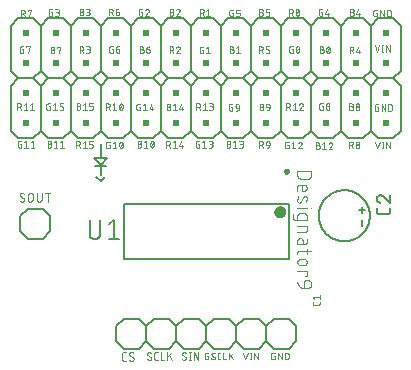
<source format=gbr>
G04 EAGLE Gerber RS-274X export*
G75*
%MOMM*%
%FSLAX34Y34*%
%LPD*%
%INSilkscreen Top*%
%IPPOS*%
%AMOC8*
5,1,8,0,0,1.08239X$1,22.5*%
G01*
%ADD10C,0.050800*%
%ADD11C,0.076200*%
%ADD12C,0.152400*%
%ADD13C,0.254000*%
%ADD14C,0.508000*%
%ADD15R,0.508000X0.508000*%
%ADD16C,0.127000*%


D10*
X232410Y190246D02*
X234273Y184658D01*
X236135Y190246D01*
X238662Y190246D02*
X238662Y184658D01*
X238041Y184658D02*
X239283Y184658D01*
X239283Y190246D02*
X238041Y190246D01*
X241682Y190246D02*
X241682Y184658D01*
X244786Y184658D02*
X241682Y190246D01*
X244786Y190246D02*
X244786Y184658D01*
X235006Y219258D02*
X234075Y219258D01*
X235006Y219258D02*
X235006Y216154D01*
X233144Y216154D01*
X233074Y216156D01*
X233005Y216162D01*
X232936Y216172D01*
X232868Y216185D01*
X232800Y216203D01*
X232734Y216224D01*
X232669Y216249D01*
X232605Y216277D01*
X232543Y216309D01*
X232483Y216344D01*
X232425Y216383D01*
X232370Y216425D01*
X232316Y216470D01*
X232266Y216518D01*
X232218Y216568D01*
X232173Y216622D01*
X232131Y216677D01*
X232092Y216735D01*
X232057Y216795D01*
X232025Y216857D01*
X231997Y216921D01*
X231972Y216986D01*
X231951Y217052D01*
X231933Y217120D01*
X231920Y217188D01*
X231910Y217257D01*
X231904Y217326D01*
X231902Y217396D01*
X231902Y220500D01*
X231904Y220570D01*
X231910Y220639D01*
X231920Y220708D01*
X231933Y220776D01*
X231951Y220844D01*
X231972Y220910D01*
X231997Y220975D01*
X232025Y221039D01*
X232057Y221101D01*
X232092Y221161D01*
X232131Y221219D01*
X232173Y221274D01*
X232218Y221328D01*
X232266Y221378D01*
X232316Y221426D01*
X232370Y221471D01*
X232425Y221513D01*
X232483Y221552D01*
X232543Y221587D01*
X232605Y221619D01*
X232669Y221647D01*
X232734Y221672D01*
X232800Y221693D01*
X232868Y221711D01*
X232936Y221724D01*
X233005Y221734D01*
X233074Y221740D01*
X233144Y221742D01*
X235006Y221742D01*
X237754Y221742D02*
X237754Y216154D01*
X240859Y216154D02*
X237754Y221742D01*
X240859Y221742D02*
X240859Y216154D01*
X243606Y216154D02*
X243606Y221742D01*
X245158Y221742D01*
X245234Y221740D01*
X245310Y221735D01*
X245386Y221725D01*
X245461Y221712D01*
X245535Y221695D01*
X245609Y221675D01*
X245681Y221651D01*
X245752Y221624D01*
X245822Y221593D01*
X245890Y221559D01*
X245956Y221521D01*
X246020Y221480D01*
X246083Y221437D01*
X246143Y221390D01*
X246200Y221340D01*
X246255Y221287D01*
X246308Y221232D01*
X246358Y221175D01*
X246405Y221115D01*
X246448Y221052D01*
X246489Y220988D01*
X246527Y220922D01*
X246561Y220854D01*
X246592Y220784D01*
X246619Y220713D01*
X246643Y220640D01*
X246663Y220567D01*
X246680Y220493D01*
X246693Y220418D01*
X246703Y220342D01*
X246708Y220266D01*
X246710Y220190D01*
X246711Y220190D02*
X246711Y217706D01*
X246710Y217706D02*
X246708Y217627D01*
X246702Y217549D01*
X246692Y217471D01*
X246678Y217394D01*
X246660Y217317D01*
X246639Y217241D01*
X246613Y217167D01*
X246584Y217094D01*
X246551Y217023D01*
X246515Y216953D01*
X246475Y216885D01*
X246432Y216819D01*
X246385Y216756D01*
X246336Y216695D01*
X246283Y216637D01*
X246227Y216581D01*
X246169Y216528D01*
X246108Y216479D01*
X246045Y216432D01*
X245979Y216389D01*
X245911Y216349D01*
X245842Y216313D01*
X245770Y216280D01*
X245697Y216251D01*
X245623Y216225D01*
X245547Y216204D01*
X245470Y216186D01*
X245393Y216172D01*
X245315Y216162D01*
X245237Y216156D01*
X245158Y216154D01*
X243606Y216154D01*
X233990Y299268D02*
X233059Y299268D01*
X233990Y299268D02*
X233990Y296164D01*
X232128Y296164D01*
X232058Y296166D01*
X231989Y296172D01*
X231920Y296182D01*
X231852Y296195D01*
X231784Y296213D01*
X231718Y296234D01*
X231653Y296259D01*
X231589Y296287D01*
X231527Y296319D01*
X231467Y296354D01*
X231409Y296393D01*
X231354Y296435D01*
X231300Y296480D01*
X231250Y296528D01*
X231202Y296578D01*
X231157Y296632D01*
X231115Y296687D01*
X231076Y296745D01*
X231041Y296805D01*
X231009Y296867D01*
X230981Y296931D01*
X230956Y296996D01*
X230935Y297062D01*
X230917Y297130D01*
X230904Y297198D01*
X230894Y297267D01*
X230888Y297336D01*
X230886Y297406D01*
X230886Y300510D01*
X230888Y300580D01*
X230894Y300649D01*
X230904Y300718D01*
X230917Y300786D01*
X230935Y300854D01*
X230956Y300920D01*
X230981Y300985D01*
X231009Y301049D01*
X231041Y301111D01*
X231076Y301171D01*
X231115Y301229D01*
X231157Y301284D01*
X231202Y301338D01*
X231250Y301388D01*
X231300Y301436D01*
X231354Y301481D01*
X231409Y301523D01*
X231467Y301562D01*
X231527Y301597D01*
X231589Y301629D01*
X231653Y301657D01*
X231718Y301682D01*
X231784Y301703D01*
X231852Y301721D01*
X231920Y301734D01*
X231989Y301744D01*
X232058Y301750D01*
X232128Y301752D01*
X233990Y301752D01*
X236738Y301752D02*
X236738Y296164D01*
X239843Y296164D02*
X236738Y301752D01*
X239843Y301752D02*
X239843Y296164D01*
X242590Y296164D02*
X242590Y301752D01*
X244142Y301752D01*
X244218Y301750D01*
X244294Y301745D01*
X244370Y301735D01*
X244445Y301722D01*
X244519Y301705D01*
X244593Y301685D01*
X244665Y301661D01*
X244736Y301634D01*
X244806Y301603D01*
X244874Y301569D01*
X244940Y301531D01*
X245004Y301490D01*
X245067Y301447D01*
X245127Y301400D01*
X245184Y301350D01*
X245239Y301297D01*
X245292Y301242D01*
X245342Y301185D01*
X245389Y301125D01*
X245432Y301062D01*
X245473Y300998D01*
X245511Y300932D01*
X245545Y300864D01*
X245576Y300794D01*
X245603Y300723D01*
X245627Y300650D01*
X245647Y300577D01*
X245664Y300503D01*
X245677Y300428D01*
X245687Y300352D01*
X245692Y300276D01*
X245694Y300200D01*
X245695Y300200D02*
X245695Y297716D01*
X245694Y297716D02*
X245692Y297637D01*
X245686Y297559D01*
X245676Y297481D01*
X245662Y297404D01*
X245644Y297327D01*
X245623Y297251D01*
X245597Y297177D01*
X245568Y297104D01*
X245535Y297033D01*
X245499Y296963D01*
X245459Y296895D01*
X245416Y296829D01*
X245369Y296766D01*
X245320Y296705D01*
X245267Y296647D01*
X245211Y296591D01*
X245153Y296538D01*
X245092Y296489D01*
X245029Y296442D01*
X244963Y296399D01*
X244895Y296359D01*
X244826Y296323D01*
X244754Y296290D01*
X244681Y296261D01*
X244607Y296235D01*
X244531Y296214D01*
X244454Y296196D01*
X244377Y296182D01*
X244299Y296172D01*
X244221Y296166D01*
X244142Y296164D01*
X242590Y296164D01*
X232156Y272034D02*
X234019Y266446D01*
X235881Y272034D01*
X238408Y272034D02*
X238408Y266446D01*
X237787Y266446D02*
X239029Y266446D01*
X239029Y272034D02*
X237787Y272034D01*
X241428Y272034D02*
X241428Y266446D01*
X244532Y266446D02*
X241428Y272034D01*
X244532Y272034D02*
X244532Y266446D01*
X-67310Y296164D02*
X-67310Y301752D01*
X-65758Y301752D01*
X-65681Y301750D01*
X-65603Y301744D01*
X-65527Y301735D01*
X-65450Y301721D01*
X-65375Y301704D01*
X-65301Y301683D01*
X-65227Y301658D01*
X-65155Y301630D01*
X-65085Y301598D01*
X-65016Y301563D01*
X-64949Y301524D01*
X-64884Y301482D01*
X-64821Y301437D01*
X-64760Y301389D01*
X-64702Y301338D01*
X-64647Y301284D01*
X-64594Y301227D01*
X-64545Y301168D01*
X-64498Y301106D01*
X-64454Y301042D01*
X-64414Y300976D01*
X-64377Y300908D01*
X-64343Y300838D01*
X-64313Y300767D01*
X-64287Y300694D01*
X-64264Y300620D01*
X-64245Y300545D01*
X-64230Y300470D01*
X-64218Y300393D01*
X-64210Y300316D01*
X-64206Y300239D01*
X-64206Y300161D01*
X-64210Y300084D01*
X-64218Y300007D01*
X-64230Y299930D01*
X-64245Y299855D01*
X-64264Y299780D01*
X-64287Y299706D01*
X-64313Y299633D01*
X-64343Y299562D01*
X-64377Y299492D01*
X-64414Y299424D01*
X-64454Y299358D01*
X-64498Y299294D01*
X-64545Y299232D01*
X-64594Y299173D01*
X-64647Y299116D01*
X-64702Y299062D01*
X-64760Y299011D01*
X-64821Y298963D01*
X-64884Y298918D01*
X-64949Y298876D01*
X-65016Y298837D01*
X-65085Y298802D01*
X-65155Y298770D01*
X-65227Y298742D01*
X-65301Y298717D01*
X-65375Y298696D01*
X-65450Y298679D01*
X-65527Y298665D01*
X-65603Y298656D01*
X-65681Y298650D01*
X-65758Y298648D01*
X-67310Y298648D01*
X-65447Y298648D02*
X-64206Y296164D01*
X-61860Y301131D02*
X-61860Y301752D01*
X-58755Y301752D01*
X-60308Y296164D01*
X-65476Y268280D02*
X-66407Y268280D01*
X-65476Y268280D02*
X-65476Y265176D01*
X-67338Y265176D01*
X-67408Y265178D01*
X-67477Y265184D01*
X-67546Y265194D01*
X-67614Y265207D01*
X-67682Y265225D01*
X-67748Y265246D01*
X-67813Y265271D01*
X-67877Y265299D01*
X-67939Y265331D01*
X-67999Y265366D01*
X-68057Y265405D01*
X-68112Y265447D01*
X-68166Y265492D01*
X-68216Y265540D01*
X-68264Y265590D01*
X-68309Y265644D01*
X-68351Y265699D01*
X-68390Y265757D01*
X-68425Y265817D01*
X-68457Y265879D01*
X-68485Y265943D01*
X-68510Y266008D01*
X-68531Y266074D01*
X-68549Y266142D01*
X-68562Y266210D01*
X-68572Y266279D01*
X-68578Y266348D01*
X-68580Y266418D01*
X-68580Y269522D01*
X-68578Y269592D01*
X-68572Y269661D01*
X-68562Y269730D01*
X-68549Y269798D01*
X-68531Y269866D01*
X-68510Y269932D01*
X-68485Y269997D01*
X-68457Y270061D01*
X-68425Y270123D01*
X-68390Y270183D01*
X-68351Y270241D01*
X-68309Y270296D01*
X-68264Y270350D01*
X-68216Y270400D01*
X-68166Y270448D01*
X-68112Y270493D01*
X-68057Y270535D01*
X-67999Y270574D01*
X-67939Y270609D01*
X-67877Y270641D01*
X-67813Y270669D01*
X-67748Y270694D01*
X-67682Y270715D01*
X-67614Y270733D01*
X-67546Y270746D01*
X-67477Y270756D01*
X-67408Y270762D01*
X-67338Y270764D01*
X-65476Y270764D01*
X-62911Y270764D02*
X-62911Y270143D01*
X-62911Y270764D02*
X-59806Y270764D01*
X-61359Y265176D01*
X-70612Y222758D02*
X-70612Y217170D01*
X-70612Y222758D02*
X-69060Y222758D01*
X-68983Y222756D01*
X-68905Y222750D01*
X-68829Y222741D01*
X-68752Y222727D01*
X-68677Y222710D01*
X-68603Y222689D01*
X-68529Y222664D01*
X-68457Y222636D01*
X-68387Y222604D01*
X-68318Y222569D01*
X-68251Y222530D01*
X-68186Y222488D01*
X-68123Y222443D01*
X-68062Y222395D01*
X-68004Y222344D01*
X-67949Y222290D01*
X-67896Y222233D01*
X-67847Y222174D01*
X-67800Y222112D01*
X-67756Y222048D01*
X-67716Y221982D01*
X-67679Y221914D01*
X-67645Y221844D01*
X-67615Y221773D01*
X-67589Y221700D01*
X-67566Y221626D01*
X-67547Y221551D01*
X-67532Y221476D01*
X-67520Y221399D01*
X-67512Y221322D01*
X-67508Y221245D01*
X-67508Y221167D01*
X-67512Y221090D01*
X-67520Y221013D01*
X-67532Y220936D01*
X-67547Y220861D01*
X-67566Y220786D01*
X-67589Y220712D01*
X-67615Y220639D01*
X-67645Y220568D01*
X-67679Y220498D01*
X-67716Y220430D01*
X-67756Y220364D01*
X-67800Y220300D01*
X-67847Y220238D01*
X-67896Y220179D01*
X-67949Y220122D01*
X-68004Y220068D01*
X-68062Y220017D01*
X-68123Y219969D01*
X-68186Y219924D01*
X-68251Y219882D01*
X-68318Y219843D01*
X-68387Y219808D01*
X-68457Y219776D01*
X-68529Y219748D01*
X-68603Y219723D01*
X-68677Y219702D01*
X-68752Y219685D01*
X-68829Y219671D01*
X-68905Y219662D01*
X-68983Y219656D01*
X-69060Y219654D01*
X-70612Y219654D01*
X-68749Y219654D02*
X-67508Y217170D01*
X-65162Y221516D02*
X-63610Y222758D01*
X-63610Y217170D01*
X-65162Y217170D02*
X-62057Y217170D01*
X-59675Y221516D02*
X-58123Y222758D01*
X-58123Y217170D01*
X-59675Y217170D02*
X-56571Y217170D01*
X-67254Y188270D02*
X-68185Y188270D01*
X-67254Y188270D02*
X-67254Y185166D01*
X-69116Y185166D01*
X-69186Y185168D01*
X-69255Y185174D01*
X-69324Y185184D01*
X-69392Y185197D01*
X-69460Y185215D01*
X-69526Y185236D01*
X-69591Y185261D01*
X-69655Y185289D01*
X-69717Y185321D01*
X-69777Y185356D01*
X-69835Y185395D01*
X-69890Y185437D01*
X-69944Y185482D01*
X-69994Y185530D01*
X-70042Y185580D01*
X-70087Y185634D01*
X-70129Y185689D01*
X-70168Y185747D01*
X-70203Y185807D01*
X-70235Y185869D01*
X-70263Y185933D01*
X-70288Y185998D01*
X-70309Y186064D01*
X-70327Y186132D01*
X-70340Y186200D01*
X-70350Y186269D01*
X-70356Y186338D01*
X-70358Y186408D01*
X-70358Y189512D01*
X-70356Y189582D01*
X-70350Y189651D01*
X-70340Y189720D01*
X-70327Y189788D01*
X-70309Y189856D01*
X-70288Y189922D01*
X-70263Y189987D01*
X-70235Y190051D01*
X-70203Y190113D01*
X-70168Y190173D01*
X-70129Y190231D01*
X-70087Y190286D01*
X-70042Y190340D01*
X-69994Y190390D01*
X-69944Y190438D01*
X-69890Y190483D01*
X-69835Y190525D01*
X-69777Y190564D01*
X-69717Y190599D01*
X-69655Y190631D01*
X-69591Y190659D01*
X-69526Y190684D01*
X-69460Y190705D01*
X-69392Y190723D01*
X-69324Y190736D01*
X-69255Y190746D01*
X-69186Y190752D01*
X-69116Y190754D01*
X-67254Y190754D01*
X-64689Y189512D02*
X-63137Y190754D01*
X-63137Y185166D01*
X-64689Y185166D02*
X-61584Y185166D01*
X-59202Y189512D02*
X-57650Y190754D01*
X-57650Y185166D01*
X-59202Y185166D02*
X-56098Y185166D01*
X-41769Y299776D02*
X-40838Y299776D01*
X-40838Y296672D01*
X-42700Y296672D01*
X-42770Y296674D01*
X-42839Y296680D01*
X-42908Y296690D01*
X-42976Y296703D01*
X-43044Y296721D01*
X-43110Y296742D01*
X-43175Y296767D01*
X-43239Y296795D01*
X-43301Y296827D01*
X-43361Y296862D01*
X-43419Y296901D01*
X-43474Y296943D01*
X-43528Y296988D01*
X-43578Y297036D01*
X-43626Y297086D01*
X-43671Y297140D01*
X-43713Y297195D01*
X-43752Y297253D01*
X-43787Y297313D01*
X-43819Y297375D01*
X-43847Y297439D01*
X-43872Y297504D01*
X-43893Y297570D01*
X-43911Y297638D01*
X-43924Y297706D01*
X-43934Y297775D01*
X-43940Y297844D01*
X-43942Y297914D01*
X-43942Y301018D01*
X-43940Y301088D01*
X-43934Y301157D01*
X-43924Y301226D01*
X-43911Y301294D01*
X-43893Y301362D01*
X-43872Y301428D01*
X-43847Y301493D01*
X-43819Y301557D01*
X-43787Y301619D01*
X-43752Y301679D01*
X-43713Y301737D01*
X-43671Y301792D01*
X-43626Y301846D01*
X-43578Y301896D01*
X-43528Y301944D01*
X-43474Y301989D01*
X-43419Y302031D01*
X-43361Y302070D01*
X-43301Y302105D01*
X-43239Y302137D01*
X-43175Y302165D01*
X-43110Y302190D01*
X-43044Y302211D01*
X-42976Y302229D01*
X-42908Y302242D01*
X-42839Y302252D01*
X-42770Y302258D01*
X-42700Y302260D01*
X-40838Y302260D01*
X-38273Y296672D02*
X-36721Y296672D01*
X-36644Y296674D01*
X-36566Y296680D01*
X-36490Y296689D01*
X-36413Y296703D01*
X-36338Y296720D01*
X-36264Y296741D01*
X-36190Y296766D01*
X-36118Y296794D01*
X-36048Y296826D01*
X-35979Y296861D01*
X-35912Y296900D01*
X-35847Y296942D01*
X-35784Y296987D01*
X-35723Y297035D01*
X-35665Y297086D01*
X-35610Y297140D01*
X-35557Y297197D01*
X-35508Y297256D01*
X-35461Y297318D01*
X-35417Y297382D01*
X-35377Y297448D01*
X-35340Y297516D01*
X-35306Y297586D01*
X-35276Y297657D01*
X-35250Y297730D01*
X-35227Y297804D01*
X-35208Y297879D01*
X-35193Y297954D01*
X-35181Y298031D01*
X-35173Y298108D01*
X-35169Y298185D01*
X-35169Y298263D01*
X-35173Y298340D01*
X-35181Y298417D01*
X-35193Y298494D01*
X-35208Y298569D01*
X-35227Y298644D01*
X-35250Y298718D01*
X-35276Y298791D01*
X-35306Y298862D01*
X-35340Y298932D01*
X-35377Y299000D01*
X-35417Y299066D01*
X-35461Y299130D01*
X-35508Y299192D01*
X-35557Y299251D01*
X-35610Y299308D01*
X-35665Y299362D01*
X-35723Y299413D01*
X-35784Y299461D01*
X-35847Y299506D01*
X-35912Y299548D01*
X-35979Y299587D01*
X-36048Y299622D01*
X-36118Y299654D01*
X-36190Y299682D01*
X-36264Y299707D01*
X-36338Y299728D01*
X-36413Y299745D01*
X-36490Y299759D01*
X-36566Y299768D01*
X-36644Y299774D01*
X-36721Y299776D01*
X-36410Y302260D02*
X-38273Y302260D01*
X-36410Y302260D02*
X-36340Y302258D01*
X-36271Y302252D01*
X-36202Y302242D01*
X-36134Y302229D01*
X-36066Y302211D01*
X-36000Y302190D01*
X-35935Y302165D01*
X-35871Y302137D01*
X-35809Y302105D01*
X-35749Y302070D01*
X-35691Y302031D01*
X-35636Y301989D01*
X-35582Y301944D01*
X-35532Y301896D01*
X-35484Y301846D01*
X-35439Y301792D01*
X-35397Y301737D01*
X-35358Y301679D01*
X-35323Y301619D01*
X-35291Y301557D01*
X-35263Y301493D01*
X-35238Y301428D01*
X-35217Y301362D01*
X-35199Y301294D01*
X-35186Y301226D01*
X-35176Y301157D01*
X-35170Y301088D01*
X-35168Y301018D01*
X-35170Y300948D01*
X-35176Y300879D01*
X-35186Y300810D01*
X-35199Y300742D01*
X-35217Y300674D01*
X-35238Y300608D01*
X-35263Y300543D01*
X-35291Y300479D01*
X-35323Y300417D01*
X-35358Y300357D01*
X-35397Y300299D01*
X-35439Y300244D01*
X-35484Y300190D01*
X-35532Y300140D01*
X-35582Y300092D01*
X-35636Y300047D01*
X-35691Y300005D01*
X-35749Y299966D01*
X-35809Y299931D01*
X-35871Y299899D01*
X-35935Y299871D01*
X-36000Y299846D01*
X-36066Y299825D01*
X-36134Y299807D01*
X-36202Y299794D01*
X-36271Y299784D01*
X-36340Y299778D01*
X-36410Y299776D01*
X-37652Y299776D01*
X-40866Y268026D02*
X-42418Y268026D01*
X-40866Y268026D02*
X-40789Y268024D01*
X-40711Y268018D01*
X-40635Y268009D01*
X-40558Y267995D01*
X-40483Y267978D01*
X-40409Y267957D01*
X-40335Y267932D01*
X-40263Y267904D01*
X-40193Y267872D01*
X-40124Y267837D01*
X-40057Y267798D01*
X-39992Y267756D01*
X-39929Y267711D01*
X-39868Y267663D01*
X-39810Y267612D01*
X-39755Y267558D01*
X-39702Y267501D01*
X-39653Y267442D01*
X-39606Y267380D01*
X-39562Y267316D01*
X-39522Y267250D01*
X-39485Y267182D01*
X-39451Y267112D01*
X-39421Y267041D01*
X-39395Y266968D01*
X-39372Y266894D01*
X-39353Y266819D01*
X-39338Y266744D01*
X-39326Y266667D01*
X-39318Y266590D01*
X-39314Y266513D01*
X-39314Y266435D01*
X-39318Y266358D01*
X-39326Y266281D01*
X-39338Y266204D01*
X-39353Y266129D01*
X-39372Y266054D01*
X-39395Y265980D01*
X-39421Y265907D01*
X-39451Y265836D01*
X-39485Y265766D01*
X-39522Y265698D01*
X-39562Y265632D01*
X-39606Y265568D01*
X-39653Y265506D01*
X-39702Y265447D01*
X-39755Y265390D01*
X-39810Y265336D01*
X-39868Y265285D01*
X-39929Y265237D01*
X-39992Y265192D01*
X-40057Y265150D01*
X-40124Y265111D01*
X-40193Y265076D01*
X-40263Y265044D01*
X-40335Y265016D01*
X-40409Y264991D01*
X-40483Y264970D01*
X-40558Y264953D01*
X-40635Y264939D01*
X-40711Y264930D01*
X-40789Y264924D01*
X-40866Y264922D01*
X-42418Y264922D01*
X-42418Y270510D01*
X-40866Y270510D01*
X-40796Y270508D01*
X-40727Y270502D01*
X-40658Y270492D01*
X-40590Y270479D01*
X-40522Y270461D01*
X-40456Y270440D01*
X-40391Y270415D01*
X-40327Y270387D01*
X-40265Y270355D01*
X-40205Y270320D01*
X-40147Y270281D01*
X-40092Y270239D01*
X-40038Y270194D01*
X-39988Y270146D01*
X-39940Y270096D01*
X-39895Y270042D01*
X-39853Y269987D01*
X-39814Y269929D01*
X-39779Y269869D01*
X-39747Y269807D01*
X-39719Y269743D01*
X-39694Y269678D01*
X-39673Y269612D01*
X-39655Y269544D01*
X-39642Y269476D01*
X-39632Y269407D01*
X-39626Y269338D01*
X-39624Y269268D01*
X-39626Y269198D01*
X-39632Y269129D01*
X-39642Y269060D01*
X-39655Y268992D01*
X-39673Y268924D01*
X-39694Y268858D01*
X-39719Y268793D01*
X-39747Y268729D01*
X-39779Y268667D01*
X-39814Y268607D01*
X-39853Y268549D01*
X-39895Y268494D01*
X-39940Y268440D01*
X-39988Y268390D01*
X-40038Y268342D01*
X-40092Y268297D01*
X-40147Y268255D01*
X-40205Y268216D01*
X-40265Y268181D01*
X-40327Y268149D01*
X-40391Y268121D01*
X-40456Y268096D01*
X-40522Y268075D01*
X-40590Y268057D01*
X-40658Y268044D01*
X-40727Y268034D01*
X-40796Y268028D01*
X-40866Y268026D01*
X-37198Y269889D02*
X-37198Y270510D01*
X-34093Y270510D01*
X-35645Y264922D01*
X-42870Y220020D02*
X-43801Y220020D01*
X-42870Y220020D02*
X-42870Y216916D01*
X-44732Y216916D01*
X-44802Y216918D01*
X-44871Y216924D01*
X-44940Y216934D01*
X-45008Y216947D01*
X-45076Y216965D01*
X-45142Y216986D01*
X-45207Y217011D01*
X-45271Y217039D01*
X-45333Y217071D01*
X-45393Y217106D01*
X-45451Y217145D01*
X-45506Y217187D01*
X-45560Y217232D01*
X-45610Y217280D01*
X-45658Y217330D01*
X-45703Y217384D01*
X-45745Y217439D01*
X-45784Y217497D01*
X-45819Y217557D01*
X-45851Y217619D01*
X-45879Y217683D01*
X-45904Y217748D01*
X-45925Y217814D01*
X-45943Y217882D01*
X-45956Y217950D01*
X-45966Y218019D01*
X-45972Y218088D01*
X-45974Y218158D01*
X-45974Y221262D01*
X-45972Y221332D01*
X-45966Y221401D01*
X-45956Y221470D01*
X-45943Y221538D01*
X-45925Y221606D01*
X-45904Y221672D01*
X-45879Y221737D01*
X-45851Y221801D01*
X-45819Y221863D01*
X-45784Y221923D01*
X-45745Y221981D01*
X-45703Y222036D01*
X-45658Y222090D01*
X-45610Y222140D01*
X-45560Y222188D01*
X-45506Y222233D01*
X-45451Y222275D01*
X-45393Y222314D01*
X-45333Y222349D01*
X-45271Y222381D01*
X-45207Y222409D01*
X-45142Y222434D01*
X-45076Y222455D01*
X-45008Y222473D01*
X-44940Y222486D01*
X-44871Y222496D01*
X-44802Y222502D01*
X-44732Y222504D01*
X-42870Y222504D01*
X-40305Y221262D02*
X-38753Y222504D01*
X-38753Y216916D01*
X-40305Y216916D02*
X-37200Y216916D01*
X-34818Y216916D02*
X-32956Y216916D01*
X-32886Y216918D01*
X-32817Y216924D01*
X-32748Y216934D01*
X-32680Y216947D01*
X-32612Y216965D01*
X-32546Y216986D01*
X-32481Y217011D01*
X-32417Y217039D01*
X-32355Y217071D01*
X-32295Y217106D01*
X-32237Y217145D01*
X-32182Y217187D01*
X-32128Y217232D01*
X-32078Y217280D01*
X-32030Y217330D01*
X-31985Y217384D01*
X-31943Y217439D01*
X-31904Y217497D01*
X-31869Y217557D01*
X-31837Y217619D01*
X-31809Y217683D01*
X-31784Y217748D01*
X-31763Y217814D01*
X-31745Y217882D01*
X-31732Y217950D01*
X-31722Y218019D01*
X-31716Y218088D01*
X-31714Y218158D01*
X-31714Y218779D01*
X-31716Y218849D01*
X-31722Y218918D01*
X-31732Y218987D01*
X-31745Y219055D01*
X-31763Y219123D01*
X-31784Y219189D01*
X-31809Y219254D01*
X-31837Y219318D01*
X-31869Y219380D01*
X-31904Y219440D01*
X-31943Y219498D01*
X-31985Y219553D01*
X-32030Y219607D01*
X-32078Y219657D01*
X-32128Y219705D01*
X-32182Y219750D01*
X-32237Y219792D01*
X-32295Y219831D01*
X-32355Y219866D01*
X-32417Y219898D01*
X-32481Y219926D01*
X-32546Y219951D01*
X-32612Y219972D01*
X-32680Y219990D01*
X-32748Y220003D01*
X-32817Y220013D01*
X-32886Y220019D01*
X-32956Y220021D01*
X-32956Y220020D02*
X-34818Y220020D01*
X-34818Y222504D01*
X-31714Y222504D01*
X-43406Y188270D02*
X-44958Y188270D01*
X-43406Y188270D02*
X-43329Y188268D01*
X-43251Y188262D01*
X-43175Y188253D01*
X-43098Y188239D01*
X-43023Y188222D01*
X-42949Y188201D01*
X-42875Y188176D01*
X-42803Y188148D01*
X-42733Y188116D01*
X-42664Y188081D01*
X-42597Y188042D01*
X-42532Y188000D01*
X-42469Y187955D01*
X-42408Y187907D01*
X-42350Y187856D01*
X-42295Y187802D01*
X-42242Y187745D01*
X-42193Y187686D01*
X-42146Y187624D01*
X-42102Y187560D01*
X-42062Y187494D01*
X-42025Y187426D01*
X-41991Y187356D01*
X-41961Y187285D01*
X-41935Y187212D01*
X-41912Y187138D01*
X-41893Y187063D01*
X-41878Y186988D01*
X-41866Y186911D01*
X-41858Y186834D01*
X-41854Y186757D01*
X-41854Y186679D01*
X-41858Y186602D01*
X-41866Y186525D01*
X-41878Y186448D01*
X-41893Y186373D01*
X-41912Y186298D01*
X-41935Y186224D01*
X-41961Y186151D01*
X-41991Y186080D01*
X-42025Y186010D01*
X-42062Y185942D01*
X-42102Y185876D01*
X-42146Y185812D01*
X-42193Y185750D01*
X-42242Y185691D01*
X-42295Y185634D01*
X-42350Y185580D01*
X-42408Y185529D01*
X-42469Y185481D01*
X-42532Y185436D01*
X-42597Y185394D01*
X-42664Y185355D01*
X-42733Y185320D01*
X-42803Y185288D01*
X-42875Y185260D01*
X-42949Y185235D01*
X-43023Y185214D01*
X-43098Y185197D01*
X-43175Y185183D01*
X-43251Y185174D01*
X-43329Y185168D01*
X-43406Y185166D01*
X-44958Y185166D01*
X-44958Y190754D01*
X-43406Y190754D01*
X-43336Y190752D01*
X-43267Y190746D01*
X-43198Y190736D01*
X-43130Y190723D01*
X-43062Y190705D01*
X-42996Y190684D01*
X-42931Y190659D01*
X-42867Y190631D01*
X-42805Y190599D01*
X-42745Y190564D01*
X-42687Y190525D01*
X-42632Y190483D01*
X-42578Y190438D01*
X-42528Y190390D01*
X-42480Y190340D01*
X-42435Y190286D01*
X-42393Y190231D01*
X-42354Y190173D01*
X-42319Y190113D01*
X-42287Y190051D01*
X-42259Y189987D01*
X-42234Y189922D01*
X-42213Y189856D01*
X-42195Y189788D01*
X-42182Y189720D01*
X-42172Y189651D01*
X-42166Y189582D01*
X-42164Y189512D01*
X-42166Y189442D01*
X-42172Y189373D01*
X-42182Y189304D01*
X-42195Y189236D01*
X-42213Y189168D01*
X-42234Y189102D01*
X-42259Y189037D01*
X-42287Y188973D01*
X-42319Y188911D01*
X-42354Y188851D01*
X-42393Y188793D01*
X-42435Y188738D01*
X-42480Y188684D01*
X-42528Y188634D01*
X-42578Y188586D01*
X-42632Y188541D01*
X-42687Y188499D01*
X-42745Y188460D01*
X-42805Y188425D01*
X-42867Y188393D01*
X-42931Y188365D01*
X-42996Y188340D01*
X-43062Y188319D01*
X-43130Y188301D01*
X-43198Y188288D01*
X-43267Y188278D01*
X-43336Y188272D01*
X-43406Y188270D01*
X-39738Y189512D02*
X-38185Y190754D01*
X-38185Y185166D01*
X-36633Y185166D02*
X-39738Y185166D01*
X-34251Y189512D02*
X-32699Y190754D01*
X-32699Y185166D01*
X-34251Y185166D02*
X-31147Y185166D01*
X-20574Y184912D02*
X-20574Y190500D01*
X-19022Y190500D01*
X-18945Y190498D01*
X-18867Y190492D01*
X-18791Y190483D01*
X-18714Y190469D01*
X-18639Y190452D01*
X-18565Y190431D01*
X-18491Y190406D01*
X-18419Y190378D01*
X-18349Y190346D01*
X-18280Y190311D01*
X-18213Y190272D01*
X-18148Y190230D01*
X-18085Y190185D01*
X-18024Y190137D01*
X-17966Y190086D01*
X-17911Y190032D01*
X-17858Y189975D01*
X-17809Y189916D01*
X-17762Y189854D01*
X-17718Y189790D01*
X-17678Y189724D01*
X-17641Y189656D01*
X-17607Y189586D01*
X-17577Y189515D01*
X-17551Y189442D01*
X-17528Y189368D01*
X-17509Y189293D01*
X-17494Y189218D01*
X-17482Y189141D01*
X-17474Y189064D01*
X-17470Y188987D01*
X-17470Y188909D01*
X-17474Y188832D01*
X-17482Y188755D01*
X-17494Y188678D01*
X-17509Y188603D01*
X-17528Y188528D01*
X-17551Y188454D01*
X-17577Y188381D01*
X-17607Y188310D01*
X-17641Y188240D01*
X-17678Y188172D01*
X-17718Y188106D01*
X-17762Y188042D01*
X-17809Y187980D01*
X-17858Y187921D01*
X-17911Y187864D01*
X-17966Y187810D01*
X-18024Y187759D01*
X-18085Y187711D01*
X-18148Y187666D01*
X-18213Y187624D01*
X-18280Y187585D01*
X-18349Y187550D01*
X-18419Y187518D01*
X-18491Y187490D01*
X-18565Y187465D01*
X-18639Y187444D01*
X-18714Y187427D01*
X-18791Y187413D01*
X-18867Y187404D01*
X-18945Y187398D01*
X-19022Y187396D01*
X-20574Y187396D01*
X-18711Y187396D02*
X-17470Y184912D01*
X-15124Y189258D02*
X-13572Y190500D01*
X-13572Y184912D01*
X-15124Y184912D02*
X-12019Y184912D01*
X-9637Y184912D02*
X-7775Y184912D01*
X-7705Y184914D01*
X-7636Y184920D01*
X-7567Y184930D01*
X-7499Y184943D01*
X-7431Y184961D01*
X-7365Y184982D01*
X-7300Y185007D01*
X-7236Y185035D01*
X-7174Y185067D01*
X-7114Y185102D01*
X-7056Y185141D01*
X-7001Y185183D01*
X-6947Y185228D01*
X-6897Y185276D01*
X-6849Y185326D01*
X-6804Y185380D01*
X-6762Y185435D01*
X-6723Y185493D01*
X-6688Y185553D01*
X-6656Y185615D01*
X-6628Y185679D01*
X-6603Y185744D01*
X-6582Y185810D01*
X-6564Y185878D01*
X-6551Y185946D01*
X-6541Y186015D01*
X-6535Y186084D01*
X-6533Y186154D01*
X-6533Y186775D01*
X-6535Y186845D01*
X-6541Y186914D01*
X-6551Y186983D01*
X-6564Y187051D01*
X-6582Y187119D01*
X-6603Y187185D01*
X-6628Y187250D01*
X-6656Y187314D01*
X-6688Y187376D01*
X-6723Y187436D01*
X-6762Y187494D01*
X-6804Y187549D01*
X-6849Y187603D01*
X-6897Y187653D01*
X-6947Y187701D01*
X-7001Y187746D01*
X-7056Y187788D01*
X-7114Y187827D01*
X-7174Y187862D01*
X-7236Y187894D01*
X-7300Y187922D01*
X-7365Y187947D01*
X-7431Y187968D01*
X-7499Y187986D01*
X-7567Y187999D01*
X-7636Y188009D01*
X-7705Y188015D01*
X-7775Y188017D01*
X-7775Y188016D02*
X-9637Y188016D01*
X-9637Y190500D01*
X-6533Y190500D01*
X-18768Y220274D02*
X-20320Y220274D01*
X-18768Y220274D02*
X-18691Y220272D01*
X-18613Y220266D01*
X-18537Y220257D01*
X-18460Y220243D01*
X-18385Y220226D01*
X-18311Y220205D01*
X-18237Y220180D01*
X-18165Y220152D01*
X-18095Y220120D01*
X-18026Y220085D01*
X-17959Y220046D01*
X-17894Y220004D01*
X-17831Y219959D01*
X-17770Y219911D01*
X-17712Y219860D01*
X-17657Y219806D01*
X-17604Y219749D01*
X-17555Y219690D01*
X-17508Y219628D01*
X-17464Y219564D01*
X-17424Y219498D01*
X-17387Y219430D01*
X-17353Y219360D01*
X-17323Y219289D01*
X-17297Y219216D01*
X-17274Y219142D01*
X-17255Y219067D01*
X-17240Y218992D01*
X-17228Y218915D01*
X-17220Y218838D01*
X-17216Y218761D01*
X-17216Y218683D01*
X-17220Y218606D01*
X-17228Y218529D01*
X-17240Y218452D01*
X-17255Y218377D01*
X-17274Y218302D01*
X-17297Y218228D01*
X-17323Y218155D01*
X-17353Y218084D01*
X-17387Y218014D01*
X-17424Y217946D01*
X-17464Y217880D01*
X-17508Y217816D01*
X-17555Y217754D01*
X-17604Y217695D01*
X-17657Y217638D01*
X-17712Y217584D01*
X-17770Y217533D01*
X-17831Y217485D01*
X-17894Y217440D01*
X-17959Y217398D01*
X-18026Y217359D01*
X-18095Y217324D01*
X-18165Y217292D01*
X-18237Y217264D01*
X-18311Y217239D01*
X-18385Y217218D01*
X-18460Y217201D01*
X-18537Y217187D01*
X-18613Y217178D01*
X-18691Y217172D01*
X-18768Y217170D01*
X-20320Y217170D01*
X-20320Y222758D01*
X-18768Y222758D01*
X-18698Y222756D01*
X-18629Y222750D01*
X-18560Y222740D01*
X-18492Y222727D01*
X-18424Y222709D01*
X-18358Y222688D01*
X-18293Y222663D01*
X-18229Y222635D01*
X-18167Y222603D01*
X-18107Y222568D01*
X-18049Y222529D01*
X-17994Y222487D01*
X-17940Y222442D01*
X-17890Y222394D01*
X-17842Y222344D01*
X-17797Y222290D01*
X-17755Y222235D01*
X-17716Y222177D01*
X-17681Y222117D01*
X-17649Y222055D01*
X-17621Y221991D01*
X-17596Y221926D01*
X-17575Y221860D01*
X-17557Y221792D01*
X-17544Y221724D01*
X-17534Y221655D01*
X-17528Y221586D01*
X-17526Y221516D01*
X-17528Y221446D01*
X-17534Y221377D01*
X-17544Y221308D01*
X-17557Y221240D01*
X-17575Y221172D01*
X-17596Y221106D01*
X-17621Y221041D01*
X-17649Y220977D01*
X-17681Y220915D01*
X-17716Y220855D01*
X-17755Y220797D01*
X-17797Y220742D01*
X-17842Y220688D01*
X-17890Y220638D01*
X-17940Y220590D01*
X-17994Y220545D01*
X-18049Y220503D01*
X-18107Y220464D01*
X-18167Y220429D01*
X-18229Y220397D01*
X-18293Y220369D01*
X-18358Y220344D01*
X-18424Y220323D01*
X-18492Y220305D01*
X-18560Y220292D01*
X-18629Y220282D01*
X-18698Y220276D01*
X-18768Y220274D01*
X-15100Y221516D02*
X-13547Y222758D01*
X-13547Y217170D01*
X-11995Y217170D02*
X-15100Y217170D01*
X-9613Y217170D02*
X-7750Y217170D01*
X-7680Y217172D01*
X-7611Y217178D01*
X-7542Y217188D01*
X-7474Y217201D01*
X-7406Y217219D01*
X-7340Y217240D01*
X-7275Y217265D01*
X-7211Y217293D01*
X-7149Y217325D01*
X-7089Y217360D01*
X-7031Y217399D01*
X-6976Y217441D01*
X-6922Y217486D01*
X-6872Y217534D01*
X-6824Y217584D01*
X-6779Y217638D01*
X-6737Y217693D01*
X-6698Y217751D01*
X-6663Y217811D01*
X-6631Y217873D01*
X-6603Y217937D01*
X-6578Y218002D01*
X-6557Y218068D01*
X-6539Y218136D01*
X-6526Y218204D01*
X-6516Y218273D01*
X-6510Y218342D01*
X-6508Y218412D01*
X-6509Y218412D02*
X-6509Y219033D01*
X-6508Y219033D02*
X-6510Y219103D01*
X-6516Y219172D01*
X-6526Y219241D01*
X-6539Y219309D01*
X-6557Y219377D01*
X-6578Y219443D01*
X-6603Y219508D01*
X-6631Y219572D01*
X-6663Y219634D01*
X-6698Y219694D01*
X-6737Y219752D01*
X-6779Y219807D01*
X-6824Y219861D01*
X-6872Y219911D01*
X-6922Y219959D01*
X-6976Y220004D01*
X-7031Y220046D01*
X-7089Y220085D01*
X-7149Y220120D01*
X-7211Y220152D01*
X-7275Y220180D01*
X-7340Y220205D01*
X-7406Y220226D01*
X-7474Y220244D01*
X-7542Y220257D01*
X-7611Y220267D01*
X-7680Y220273D01*
X-7750Y220275D01*
X-7750Y220274D02*
X-9613Y220274D01*
X-9613Y222758D01*
X-6509Y222758D01*
X-17780Y265176D02*
X-17780Y270764D01*
X-16228Y270764D01*
X-16151Y270762D01*
X-16073Y270756D01*
X-15997Y270747D01*
X-15920Y270733D01*
X-15845Y270716D01*
X-15771Y270695D01*
X-15697Y270670D01*
X-15625Y270642D01*
X-15555Y270610D01*
X-15486Y270575D01*
X-15419Y270536D01*
X-15354Y270494D01*
X-15291Y270449D01*
X-15230Y270401D01*
X-15172Y270350D01*
X-15117Y270296D01*
X-15064Y270239D01*
X-15015Y270180D01*
X-14968Y270118D01*
X-14924Y270054D01*
X-14884Y269988D01*
X-14847Y269920D01*
X-14813Y269850D01*
X-14783Y269779D01*
X-14757Y269706D01*
X-14734Y269632D01*
X-14715Y269557D01*
X-14700Y269482D01*
X-14688Y269405D01*
X-14680Y269328D01*
X-14676Y269251D01*
X-14676Y269173D01*
X-14680Y269096D01*
X-14688Y269019D01*
X-14700Y268942D01*
X-14715Y268867D01*
X-14734Y268792D01*
X-14757Y268718D01*
X-14783Y268645D01*
X-14813Y268574D01*
X-14847Y268504D01*
X-14884Y268436D01*
X-14924Y268370D01*
X-14968Y268306D01*
X-15015Y268244D01*
X-15064Y268185D01*
X-15117Y268128D01*
X-15172Y268074D01*
X-15230Y268023D01*
X-15291Y267975D01*
X-15354Y267930D01*
X-15419Y267888D01*
X-15486Y267849D01*
X-15555Y267814D01*
X-15625Y267782D01*
X-15697Y267754D01*
X-15771Y267729D01*
X-15845Y267708D01*
X-15920Y267691D01*
X-15997Y267677D01*
X-16073Y267668D01*
X-16151Y267662D01*
X-16228Y267660D01*
X-17780Y267660D01*
X-15917Y267660D02*
X-14676Y265176D01*
X-12330Y265176D02*
X-10778Y265176D01*
X-10701Y265178D01*
X-10623Y265184D01*
X-10547Y265193D01*
X-10470Y265207D01*
X-10395Y265224D01*
X-10321Y265245D01*
X-10247Y265270D01*
X-10175Y265298D01*
X-10105Y265330D01*
X-10036Y265365D01*
X-9969Y265404D01*
X-9904Y265446D01*
X-9841Y265491D01*
X-9780Y265539D01*
X-9722Y265590D01*
X-9667Y265644D01*
X-9614Y265701D01*
X-9565Y265760D01*
X-9518Y265822D01*
X-9474Y265886D01*
X-9434Y265952D01*
X-9397Y266020D01*
X-9363Y266090D01*
X-9333Y266161D01*
X-9307Y266234D01*
X-9284Y266308D01*
X-9265Y266383D01*
X-9250Y266458D01*
X-9238Y266535D01*
X-9230Y266612D01*
X-9226Y266689D01*
X-9226Y266767D01*
X-9230Y266844D01*
X-9238Y266921D01*
X-9250Y266998D01*
X-9265Y267073D01*
X-9284Y267148D01*
X-9307Y267222D01*
X-9333Y267295D01*
X-9363Y267366D01*
X-9397Y267436D01*
X-9434Y267504D01*
X-9474Y267570D01*
X-9518Y267634D01*
X-9565Y267696D01*
X-9614Y267755D01*
X-9667Y267812D01*
X-9722Y267866D01*
X-9780Y267917D01*
X-9841Y267965D01*
X-9904Y268010D01*
X-9969Y268052D01*
X-10036Y268091D01*
X-10105Y268126D01*
X-10175Y268158D01*
X-10247Y268186D01*
X-10321Y268211D01*
X-10395Y268232D01*
X-10470Y268249D01*
X-10547Y268263D01*
X-10623Y268272D01*
X-10701Y268278D01*
X-10778Y268280D01*
X-10467Y270764D02*
X-12330Y270764D01*
X-10467Y270764D02*
X-10397Y270762D01*
X-10328Y270756D01*
X-10259Y270746D01*
X-10191Y270733D01*
X-10123Y270715D01*
X-10057Y270694D01*
X-9992Y270669D01*
X-9928Y270641D01*
X-9866Y270609D01*
X-9806Y270574D01*
X-9748Y270535D01*
X-9693Y270493D01*
X-9639Y270448D01*
X-9589Y270400D01*
X-9541Y270350D01*
X-9496Y270296D01*
X-9454Y270241D01*
X-9415Y270183D01*
X-9380Y270123D01*
X-9348Y270061D01*
X-9320Y269997D01*
X-9295Y269932D01*
X-9274Y269866D01*
X-9256Y269798D01*
X-9243Y269730D01*
X-9233Y269661D01*
X-9227Y269592D01*
X-9225Y269522D01*
X-9227Y269452D01*
X-9233Y269383D01*
X-9243Y269314D01*
X-9256Y269246D01*
X-9274Y269178D01*
X-9295Y269112D01*
X-9320Y269047D01*
X-9348Y268983D01*
X-9380Y268921D01*
X-9415Y268861D01*
X-9454Y268803D01*
X-9496Y268748D01*
X-9541Y268694D01*
X-9589Y268644D01*
X-9639Y268596D01*
X-9693Y268551D01*
X-9748Y268509D01*
X-9806Y268470D01*
X-9866Y268435D01*
X-9928Y268403D01*
X-9992Y268375D01*
X-10057Y268350D01*
X-10123Y268329D01*
X-10191Y268311D01*
X-10259Y268298D01*
X-10328Y268288D01*
X-10397Y268282D01*
X-10467Y268280D01*
X-11709Y268280D01*
X-16228Y300284D02*
X-17780Y300284D01*
X-16228Y300284D02*
X-16151Y300282D01*
X-16073Y300276D01*
X-15997Y300267D01*
X-15920Y300253D01*
X-15845Y300236D01*
X-15771Y300215D01*
X-15697Y300190D01*
X-15625Y300162D01*
X-15555Y300130D01*
X-15486Y300095D01*
X-15419Y300056D01*
X-15354Y300014D01*
X-15291Y299969D01*
X-15230Y299921D01*
X-15172Y299870D01*
X-15117Y299816D01*
X-15064Y299759D01*
X-15015Y299700D01*
X-14968Y299638D01*
X-14924Y299574D01*
X-14884Y299508D01*
X-14847Y299440D01*
X-14813Y299370D01*
X-14783Y299299D01*
X-14757Y299226D01*
X-14734Y299152D01*
X-14715Y299077D01*
X-14700Y299002D01*
X-14688Y298925D01*
X-14680Y298848D01*
X-14676Y298771D01*
X-14676Y298693D01*
X-14680Y298616D01*
X-14688Y298539D01*
X-14700Y298462D01*
X-14715Y298387D01*
X-14734Y298312D01*
X-14757Y298238D01*
X-14783Y298165D01*
X-14813Y298094D01*
X-14847Y298024D01*
X-14884Y297956D01*
X-14924Y297890D01*
X-14968Y297826D01*
X-15015Y297764D01*
X-15064Y297705D01*
X-15117Y297648D01*
X-15172Y297594D01*
X-15230Y297543D01*
X-15291Y297495D01*
X-15354Y297450D01*
X-15419Y297408D01*
X-15486Y297369D01*
X-15555Y297334D01*
X-15625Y297302D01*
X-15697Y297274D01*
X-15771Y297249D01*
X-15845Y297228D01*
X-15920Y297211D01*
X-15997Y297197D01*
X-16073Y297188D01*
X-16151Y297182D01*
X-16228Y297180D01*
X-17780Y297180D01*
X-17780Y302768D01*
X-16228Y302768D01*
X-16158Y302766D01*
X-16089Y302760D01*
X-16020Y302750D01*
X-15952Y302737D01*
X-15884Y302719D01*
X-15818Y302698D01*
X-15753Y302673D01*
X-15689Y302645D01*
X-15627Y302613D01*
X-15567Y302578D01*
X-15509Y302539D01*
X-15454Y302497D01*
X-15400Y302452D01*
X-15350Y302404D01*
X-15302Y302354D01*
X-15257Y302300D01*
X-15215Y302245D01*
X-15176Y302187D01*
X-15141Y302127D01*
X-15109Y302065D01*
X-15081Y302001D01*
X-15056Y301936D01*
X-15035Y301870D01*
X-15017Y301802D01*
X-15004Y301734D01*
X-14994Y301665D01*
X-14988Y301596D01*
X-14986Y301526D01*
X-14988Y301456D01*
X-14994Y301387D01*
X-15004Y301318D01*
X-15017Y301250D01*
X-15035Y301182D01*
X-15056Y301116D01*
X-15081Y301051D01*
X-15109Y300987D01*
X-15141Y300925D01*
X-15176Y300865D01*
X-15215Y300807D01*
X-15257Y300752D01*
X-15302Y300698D01*
X-15350Y300648D01*
X-15400Y300600D01*
X-15454Y300555D01*
X-15509Y300513D01*
X-15567Y300474D01*
X-15627Y300439D01*
X-15689Y300407D01*
X-15753Y300379D01*
X-15818Y300354D01*
X-15884Y300333D01*
X-15952Y300315D01*
X-16020Y300302D01*
X-16089Y300292D01*
X-16158Y300286D01*
X-16228Y300284D01*
X-12560Y297180D02*
X-11007Y297180D01*
X-10930Y297182D01*
X-10852Y297188D01*
X-10776Y297197D01*
X-10699Y297211D01*
X-10624Y297228D01*
X-10550Y297249D01*
X-10476Y297274D01*
X-10404Y297302D01*
X-10334Y297334D01*
X-10265Y297369D01*
X-10198Y297408D01*
X-10133Y297450D01*
X-10070Y297495D01*
X-10009Y297543D01*
X-9951Y297594D01*
X-9896Y297648D01*
X-9843Y297705D01*
X-9794Y297764D01*
X-9747Y297826D01*
X-9703Y297890D01*
X-9663Y297956D01*
X-9626Y298024D01*
X-9592Y298094D01*
X-9562Y298165D01*
X-9536Y298238D01*
X-9513Y298312D01*
X-9494Y298387D01*
X-9479Y298462D01*
X-9467Y298539D01*
X-9459Y298616D01*
X-9455Y298693D01*
X-9455Y298771D01*
X-9459Y298848D01*
X-9467Y298925D01*
X-9479Y299002D01*
X-9494Y299077D01*
X-9513Y299152D01*
X-9536Y299226D01*
X-9562Y299299D01*
X-9592Y299370D01*
X-9626Y299440D01*
X-9663Y299508D01*
X-9703Y299574D01*
X-9747Y299638D01*
X-9794Y299700D01*
X-9843Y299759D01*
X-9896Y299816D01*
X-9951Y299870D01*
X-10009Y299921D01*
X-10070Y299969D01*
X-10133Y300014D01*
X-10198Y300056D01*
X-10265Y300095D01*
X-10334Y300130D01*
X-10404Y300162D01*
X-10476Y300190D01*
X-10550Y300215D01*
X-10624Y300236D01*
X-10699Y300253D01*
X-10776Y300267D01*
X-10852Y300276D01*
X-10930Y300282D01*
X-11007Y300284D01*
X-10697Y302768D02*
X-12560Y302768D01*
X-10697Y302768D02*
X-10627Y302766D01*
X-10558Y302760D01*
X-10489Y302750D01*
X-10421Y302737D01*
X-10353Y302719D01*
X-10287Y302698D01*
X-10222Y302673D01*
X-10158Y302645D01*
X-10096Y302613D01*
X-10036Y302578D01*
X-9978Y302539D01*
X-9923Y302497D01*
X-9869Y302452D01*
X-9819Y302404D01*
X-9771Y302354D01*
X-9726Y302300D01*
X-9684Y302245D01*
X-9645Y302187D01*
X-9610Y302127D01*
X-9578Y302065D01*
X-9550Y302001D01*
X-9525Y301936D01*
X-9504Y301870D01*
X-9486Y301802D01*
X-9473Y301734D01*
X-9463Y301665D01*
X-9457Y301596D01*
X-9455Y301526D01*
X-9457Y301456D01*
X-9463Y301387D01*
X-9473Y301318D01*
X-9486Y301250D01*
X-9504Y301182D01*
X-9525Y301116D01*
X-9550Y301051D01*
X-9578Y300987D01*
X-9610Y300925D01*
X-9645Y300865D01*
X-9684Y300807D01*
X-9726Y300752D01*
X-9771Y300698D01*
X-9819Y300648D01*
X-9869Y300600D01*
X-9923Y300555D01*
X-9978Y300513D01*
X-10036Y300474D01*
X-10096Y300439D01*
X-10158Y300407D01*
X-10222Y300379D01*
X-10287Y300354D01*
X-10353Y300333D01*
X-10421Y300315D01*
X-10489Y300302D01*
X-10558Y300292D01*
X-10627Y300286D01*
X-10697Y300284D01*
X-11939Y300284D01*
X7112Y302768D02*
X7112Y297180D01*
X7112Y302768D02*
X8664Y302768D01*
X8741Y302766D01*
X8819Y302760D01*
X8895Y302751D01*
X8972Y302737D01*
X9047Y302720D01*
X9121Y302699D01*
X9195Y302674D01*
X9267Y302646D01*
X9337Y302614D01*
X9406Y302579D01*
X9473Y302540D01*
X9538Y302498D01*
X9601Y302453D01*
X9662Y302405D01*
X9720Y302354D01*
X9775Y302300D01*
X9828Y302243D01*
X9877Y302184D01*
X9924Y302122D01*
X9968Y302058D01*
X10008Y301992D01*
X10045Y301924D01*
X10079Y301854D01*
X10109Y301783D01*
X10135Y301710D01*
X10158Y301636D01*
X10177Y301561D01*
X10192Y301486D01*
X10204Y301409D01*
X10212Y301332D01*
X10216Y301255D01*
X10216Y301177D01*
X10212Y301100D01*
X10204Y301023D01*
X10192Y300946D01*
X10177Y300871D01*
X10158Y300796D01*
X10135Y300722D01*
X10109Y300649D01*
X10079Y300578D01*
X10045Y300508D01*
X10008Y300440D01*
X9968Y300374D01*
X9924Y300310D01*
X9877Y300248D01*
X9828Y300189D01*
X9775Y300132D01*
X9720Y300078D01*
X9662Y300027D01*
X9601Y299979D01*
X9538Y299934D01*
X9473Y299892D01*
X9406Y299853D01*
X9337Y299818D01*
X9267Y299786D01*
X9195Y299758D01*
X9121Y299733D01*
X9047Y299712D01*
X8972Y299695D01*
X8895Y299681D01*
X8819Y299672D01*
X8741Y299666D01*
X8664Y299664D01*
X7112Y299664D01*
X8975Y299664D02*
X10216Y297180D01*
X12562Y300284D02*
X14425Y300284D01*
X14425Y300285D02*
X14495Y300283D01*
X14564Y300277D01*
X14633Y300267D01*
X14701Y300254D01*
X14769Y300236D01*
X14835Y300215D01*
X14900Y300190D01*
X14964Y300162D01*
X15026Y300130D01*
X15086Y300095D01*
X15144Y300056D01*
X15199Y300014D01*
X15253Y299969D01*
X15303Y299921D01*
X15351Y299871D01*
X15396Y299817D01*
X15438Y299762D01*
X15477Y299704D01*
X15512Y299644D01*
X15544Y299582D01*
X15572Y299518D01*
X15597Y299453D01*
X15618Y299387D01*
X15636Y299319D01*
X15649Y299251D01*
X15659Y299182D01*
X15665Y299113D01*
X15667Y299043D01*
X15667Y298732D01*
X15665Y298655D01*
X15659Y298577D01*
X15650Y298501D01*
X15636Y298424D01*
X15619Y298349D01*
X15598Y298275D01*
X15573Y298201D01*
X15545Y298129D01*
X15513Y298059D01*
X15478Y297990D01*
X15439Y297923D01*
X15397Y297858D01*
X15352Y297795D01*
X15304Y297734D01*
X15253Y297676D01*
X15199Y297621D01*
X15142Y297568D01*
X15083Y297519D01*
X15021Y297472D01*
X14957Y297428D01*
X14891Y297388D01*
X14823Y297351D01*
X14753Y297317D01*
X14682Y297287D01*
X14609Y297261D01*
X14535Y297238D01*
X14460Y297219D01*
X14385Y297204D01*
X14308Y297192D01*
X14231Y297184D01*
X14154Y297180D01*
X14076Y297180D01*
X13999Y297184D01*
X13922Y297192D01*
X13845Y297204D01*
X13770Y297219D01*
X13695Y297238D01*
X13621Y297261D01*
X13548Y297287D01*
X13477Y297317D01*
X13407Y297351D01*
X13339Y297388D01*
X13273Y297428D01*
X13209Y297472D01*
X13147Y297519D01*
X13088Y297568D01*
X13031Y297621D01*
X12977Y297676D01*
X12926Y297734D01*
X12878Y297795D01*
X12833Y297858D01*
X12791Y297923D01*
X12752Y297990D01*
X12717Y298059D01*
X12685Y298129D01*
X12657Y298201D01*
X12632Y298275D01*
X12611Y298349D01*
X12594Y298424D01*
X12580Y298501D01*
X12571Y298577D01*
X12565Y298655D01*
X12563Y298732D01*
X12562Y298732D02*
X12562Y300284D01*
X12564Y300382D01*
X12570Y300479D01*
X12579Y300576D01*
X12593Y300673D01*
X12610Y300769D01*
X12631Y300864D01*
X12655Y300958D01*
X12684Y301052D01*
X12716Y301144D01*
X12751Y301235D01*
X12790Y301324D01*
X12833Y301412D01*
X12879Y301498D01*
X12928Y301582D01*
X12981Y301664D01*
X13036Y301744D01*
X13095Y301822D01*
X13157Y301897D01*
X13222Y301970D01*
X13290Y302040D01*
X13360Y302108D01*
X13433Y302173D01*
X13508Y302235D01*
X13586Y302294D01*
X13666Y302349D01*
X13748Y302402D01*
X13832Y302451D01*
X13918Y302497D01*
X14006Y302540D01*
X14095Y302579D01*
X14186Y302614D01*
X14278Y302646D01*
X14372Y302675D01*
X14466Y302699D01*
X14561Y302720D01*
X14657Y302737D01*
X14754Y302751D01*
X14851Y302760D01*
X14948Y302766D01*
X15046Y302768D01*
X10216Y268534D02*
X9285Y268534D01*
X10216Y268534D02*
X10216Y265430D01*
X8354Y265430D01*
X8284Y265432D01*
X8215Y265438D01*
X8146Y265448D01*
X8078Y265461D01*
X8010Y265479D01*
X7944Y265500D01*
X7879Y265525D01*
X7815Y265553D01*
X7753Y265585D01*
X7693Y265620D01*
X7635Y265659D01*
X7580Y265701D01*
X7526Y265746D01*
X7476Y265794D01*
X7428Y265844D01*
X7383Y265898D01*
X7341Y265953D01*
X7302Y266011D01*
X7267Y266071D01*
X7235Y266133D01*
X7207Y266197D01*
X7182Y266262D01*
X7161Y266328D01*
X7143Y266396D01*
X7130Y266464D01*
X7120Y266533D01*
X7114Y266602D01*
X7112Y266672D01*
X7112Y269776D01*
X7114Y269846D01*
X7120Y269915D01*
X7130Y269984D01*
X7143Y270052D01*
X7161Y270120D01*
X7182Y270186D01*
X7207Y270251D01*
X7235Y270315D01*
X7267Y270377D01*
X7302Y270437D01*
X7341Y270495D01*
X7383Y270550D01*
X7428Y270604D01*
X7476Y270654D01*
X7526Y270702D01*
X7580Y270747D01*
X7635Y270789D01*
X7693Y270828D01*
X7753Y270863D01*
X7815Y270895D01*
X7879Y270923D01*
X7944Y270948D01*
X8010Y270969D01*
X8078Y270987D01*
X8146Y271000D01*
X8215Y271010D01*
X8284Y271016D01*
X8354Y271018D01*
X10216Y271018D01*
X12781Y268534D02*
X14644Y268534D01*
X14644Y268535D02*
X14714Y268533D01*
X14783Y268527D01*
X14852Y268517D01*
X14920Y268504D01*
X14988Y268486D01*
X15054Y268465D01*
X15119Y268440D01*
X15183Y268412D01*
X15245Y268380D01*
X15305Y268345D01*
X15363Y268306D01*
X15418Y268264D01*
X15472Y268219D01*
X15522Y268171D01*
X15570Y268121D01*
X15615Y268067D01*
X15657Y268012D01*
X15696Y267954D01*
X15731Y267894D01*
X15763Y267832D01*
X15791Y267768D01*
X15816Y267703D01*
X15837Y267637D01*
X15855Y267569D01*
X15868Y267501D01*
X15878Y267432D01*
X15884Y267363D01*
X15886Y267293D01*
X15886Y266982D01*
X15885Y266982D02*
X15883Y266905D01*
X15877Y266827D01*
X15868Y266751D01*
X15854Y266674D01*
X15837Y266599D01*
X15816Y266525D01*
X15791Y266451D01*
X15763Y266379D01*
X15731Y266309D01*
X15696Y266240D01*
X15657Y266173D01*
X15615Y266108D01*
X15570Y266045D01*
X15522Y265984D01*
X15471Y265926D01*
X15417Y265871D01*
X15360Y265818D01*
X15301Y265769D01*
X15239Y265722D01*
X15175Y265678D01*
X15109Y265638D01*
X15041Y265601D01*
X14971Y265567D01*
X14900Y265537D01*
X14827Y265511D01*
X14753Y265488D01*
X14678Y265469D01*
X14603Y265454D01*
X14526Y265442D01*
X14449Y265434D01*
X14372Y265430D01*
X14294Y265430D01*
X14217Y265434D01*
X14140Y265442D01*
X14063Y265454D01*
X13988Y265469D01*
X13913Y265488D01*
X13839Y265511D01*
X13766Y265537D01*
X13695Y265567D01*
X13625Y265601D01*
X13557Y265638D01*
X13491Y265678D01*
X13427Y265722D01*
X13365Y265769D01*
X13306Y265818D01*
X13249Y265871D01*
X13195Y265926D01*
X13144Y265984D01*
X13096Y266045D01*
X13051Y266108D01*
X13009Y266173D01*
X12970Y266240D01*
X12935Y266309D01*
X12903Y266379D01*
X12875Y266451D01*
X12850Y266525D01*
X12829Y266599D01*
X12812Y266674D01*
X12798Y266751D01*
X12789Y266827D01*
X12783Y266905D01*
X12781Y266982D01*
X12781Y268534D01*
X12783Y268632D01*
X12789Y268729D01*
X12798Y268826D01*
X12812Y268923D01*
X12829Y269019D01*
X12850Y269114D01*
X12874Y269208D01*
X12903Y269302D01*
X12935Y269394D01*
X12970Y269485D01*
X13009Y269574D01*
X13052Y269662D01*
X13098Y269748D01*
X13147Y269832D01*
X13200Y269914D01*
X13255Y269994D01*
X13314Y270072D01*
X13376Y270147D01*
X13441Y270220D01*
X13509Y270290D01*
X13579Y270358D01*
X13652Y270423D01*
X13727Y270485D01*
X13805Y270544D01*
X13885Y270599D01*
X13967Y270652D01*
X14051Y270701D01*
X14137Y270747D01*
X14225Y270790D01*
X14314Y270829D01*
X14405Y270864D01*
X14497Y270896D01*
X14591Y270925D01*
X14685Y270949D01*
X14780Y270970D01*
X14876Y270987D01*
X14973Y271001D01*
X15070Y271010D01*
X15167Y271016D01*
X15265Y271018D01*
X34177Y300030D02*
X35108Y300030D01*
X35108Y296926D01*
X33246Y296926D01*
X33176Y296928D01*
X33107Y296934D01*
X33038Y296944D01*
X32970Y296957D01*
X32902Y296975D01*
X32836Y296996D01*
X32771Y297021D01*
X32707Y297049D01*
X32645Y297081D01*
X32585Y297116D01*
X32527Y297155D01*
X32472Y297197D01*
X32418Y297242D01*
X32368Y297290D01*
X32320Y297340D01*
X32275Y297394D01*
X32233Y297449D01*
X32194Y297507D01*
X32159Y297567D01*
X32127Y297629D01*
X32099Y297693D01*
X32074Y297758D01*
X32053Y297824D01*
X32035Y297892D01*
X32022Y297960D01*
X32012Y298029D01*
X32006Y298098D01*
X32004Y298168D01*
X32004Y301272D01*
X32006Y301342D01*
X32012Y301411D01*
X32022Y301480D01*
X32035Y301548D01*
X32053Y301616D01*
X32074Y301682D01*
X32099Y301747D01*
X32127Y301811D01*
X32159Y301873D01*
X32194Y301933D01*
X32233Y301991D01*
X32275Y302046D01*
X32320Y302100D01*
X32368Y302150D01*
X32418Y302198D01*
X32472Y302243D01*
X32527Y302285D01*
X32585Y302324D01*
X32645Y302359D01*
X32707Y302391D01*
X32771Y302419D01*
X32836Y302444D01*
X32902Y302465D01*
X32970Y302483D01*
X33038Y302496D01*
X33107Y302506D01*
X33176Y302512D01*
X33246Y302514D01*
X35108Y302514D01*
X39381Y302514D02*
X39454Y302512D01*
X39527Y302506D01*
X39600Y302497D01*
X39671Y302483D01*
X39743Y302466D01*
X39813Y302446D01*
X39882Y302421D01*
X39949Y302393D01*
X40015Y302362D01*
X40080Y302327D01*
X40142Y302289D01*
X40202Y302247D01*
X40260Y302203D01*
X40316Y302155D01*
X40369Y302105D01*
X40419Y302052D01*
X40467Y301996D01*
X40511Y301938D01*
X40553Y301878D01*
X40591Y301816D01*
X40626Y301751D01*
X40657Y301685D01*
X40685Y301618D01*
X40710Y301549D01*
X40730Y301479D01*
X40747Y301407D01*
X40761Y301336D01*
X40770Y301263D01*
X40776Y301190D01*
X40778Y301117D01*
X39381Y302514D02*
X39297Y302512D01*
X39214Y302506D01*
X39131Y302497D01*
X39049Y302483D01*
X38967Y302466D01*
X38886Y302444D01*
X38806Y302419D01*
X38728Y302391D01*
X38650Y302359D01*
X38575Y302323D01*
X38501Y302284D01*
X38429Y302241D01*
X38359Y302195D01*
X38292Y302146D01*
X38226Y302093D01*
X38164Y302038D01*
X38104Y301980D01*
X38046Y301919D01*
X37992Y301856D01*
X37940Y301790D01*
X37892Y301722D01*
X37847Y301651D01*
X37805Y301579D01*
X37767Y301504D01*
X37732Y301428D01*
X37701Y301351D01*
X37673Y301272D01*
X40311Y300031D02*
X40365Y300084D01*
X40416Y300141D01*
X40464Y300200D01*
X40509Y300261D01*
X40550Y300324D01*
X40589Y300390D01*
X40624Y300457D01*
X40656Y300526D01*
X40684Y300597D01*
X40708Y300668D01*
X40729Y300741D01*
X40746Y300815D01*
X40760Y300890D01*
X40769Y300965D01*
X40775Y301041D01*
X40777Y301117D01*
X40312Y300030D02*
X37673Y296926D01*
X40778Y296926D01*
X34826Y268280D02*
X33274Y268280D01*
X34826Y268280D02*
X34903Y268278D01*
X34981Y268272D01*
X35057Y268263D01*
X35134Y268249D01*
X35209Y268232D01*
X35283Y268211D01*
X35357Y268186D01*
X35429Y268158D01*
X35499Y268126D01*
X35568Y268091D01*
X35635Y268052D01*
X35700Y268010D01*
X35763Y267965D01*
X35824Y267917D01*
X35882Y267866D01*
X35937Y267812D01*
X35990Y267755D01*
X36039Y267696D01*
X36086Y267634D01*
X36130Y267570D01*
X36170Y267504D01*
X36207Y267436D01*
X36241Y267366D01*
X36271Y267295D01*
X36297Y267222D01*
X36320Y267148D01*
X36339Y267073D01*
X36354Y266998D01*
X36366Y266921D01*
X36374Y266844D01*
X36378Y266767D01*
X36378Y266689D01*
X36374Y266612D01*
X36366Y266535D01*
X36354Y266458D01*
X36339Y266383D01*
X36320Y266308D01*
X36297Y266234D01*
X36271Y266161D01*
X36241Y266090D01*
X36207Y266020D01*
X36170Y265952D01*
X36130Y265886D01*
X36086Y265822D01*
X36039Y265760D01*
X35990Y265701D01*
X35937Y265644D01*
X35882Y265590D01*
X35824Y265539D01*
X35763Y265491D01*
X35700Y265446D01*
X35635Y265404D01*
X35568Y265365D01*
X35499Y265330D01*
X35429Y265298D01*
X35357Y265270D01*
X35283Y265245D01*
X35209Y265224D01*
X35134Y265207D01*
X35057Y265193D01*
X34981Y265184D01*
X34903Y265178D01*
X34826Y265176D01*
X33274Y265176D01*
X33274Y270764D01*
X34826Y270764D01*
X34896Y270762D01*
X34965Y270756D01*
X35034Y270746D01*
X35102Y270733D01*
X35170Y270715D01*
X35236Y270694D01*
X35301Y270669D01*
X35365Y270641D01*
X35427Y270609D01*
X35487Y270574D01*
X35545Y270535D01*
X35600Y270493D01*
X35654Y270448D01*
X35704Y270400D01*
X35752Y270350D01*
X35797Y270296D01*
X35839Y270241D01*
X35878Y270183D01*
X35913Y270123D01*
X35945Y270061D01*
X35973Y269997D01*
X35998Y269932D01*
X36019Y269866D01*
X36037Y269798D01*
X36050Y269730D01*
X36060Y269661D01*
X36066Y269592D01*
X36068Y269522D01*
X36066Y269452D01*
X36060Y269383D01*
X36050Y269314D01*
X36037Y269246D01*
X36019Y269178D01*
X35998Y269112D01*
X35973Y269047D01*
X35945Y268983D01*
X35913Y268921D01*
X35878Y268861D01*
X35839Y268803D01*
X35797Y268748D01*
X35752Y268694D01*
X35704Y268644D01*
X35654Y268596D01*
X35600Y268551D01*
X35545Y268509D01*
X35487Y268470D01*
X35427Y268435D01*
X35365Y268403D01*
X35301Y268375D01*
X35236Y268350D01*
X35170Y268329D01*
X35102Y268311D01*
X35034Y268298D01*
X34965Y268288D01*
X34896Y268282D01*
X34826Y268280D01*
X38495Y268280D02*
X40357Y268280D01*
X40357Y268281D02*
X40427Y268279D01*
X40496Y268273D01*
X40565Y268263D01*
X40633Y268250D01*
X40701Y268232D01*
X40767Y268211D01*
X40832Y268186D01*
X40896Y268158D01*
X40958Y268126D01*
X41018Y268091D01*
X41076Y268052D01*
X41131Y268010D01*
X41185Y267965D01*
X41235Y267917D01*
X41283Y267867D01*
X41328Y267813D01*
X41370Y267758D01*
X41409Y267700D01*
X41444Y267640D01*
X41476Y267578D01*
X41504Y267514D01*
X41529Y267449D01*
X41550Y267383D01*
X41568Y267315D01*
X41581Y267247D01*
X41591Y267178D01*
X41597Y267109D01*
X41599Y267039D01*
X41599Y266728D01*
X41597Y266651D01*
X41591Y266573D01*
X41582Y266497D01*
X41568Y266420D01*
X41551Y266345D01*
X41530Y266271D01*
X41505Y266197D01*
X41477Y266125D01*
X41445Y266055D01*
X41410Y265986D01*
X41371Y265919D01*
X41329Y265854D01*
X41284Y265791D01*
X41236Y265730D01*
X41185Y265672D01*
X41131Y265617D01*
X41074Y265564D01*
X41015Y265515D01*
X40953Y265468D01*
X40889Y265424D01*
X40823Y265384D01*
X40755Y265347D01*
X40685Y265313D01*
X40614Y265283D01*
X40541Y265257D01*
X40467Y265234D01*
X40392Y265215D01*
X40317Y265200D01*
X40240Y265188D01*
X40163Y265180D01*
X40086Y265176D01*
X40008Y265176D01*
X39931Y265180D01*
X39854Y265188D01*
X39777Y265200D01*
X39702Y265215D01*
X39627Y265234D01*
X39553Y265257D01*
X39480Y265283D01*
X39409Y265313D01*
X39339Y265347D01*
X39271Y265384D01*
X39205Y265424D01*
X39141Y265468D01*
X39079Y265515D01*
X39020Y265564D01*
X38963Y265617D01*
X38909Y265672D01*
X38858Y265730D01*
X38810Y265791D01*
X38765Y265854D01*
X38723Y265919D01*
X38684Y265986D01*
X38649Y266055D01*
X38617Y266125D01*
X38589Y266197D01*
X38564Y266271D01*
X38543Y266345D01*
X38526Y266420D01*
X38512Y266497D01*
X38503Y266573D01*
X38497Y266651D01*
X38495Y266728D01*
X38495Y268280D01*
X38494Y268280D02*
X38496Y268378D01*
X38502Y268475D01*
X38511Y268572D01*
X38525Y268669D01*
X38542Y268765D01*
X38563Y268860D01*
X38587Y268954D01*
X38616Y269048D01*
X38648Y269140D01*
X38683Y269231D01*
X38722Y269320D01*
X38765Y269408D01*
X38811Y269494D01*
X38860Y269578D01*
X38913Y269660D01*
X38968Y269740D01*
X39027Y269818D01*
X39089Y269893D01*
X39154Y269966D01*
X39222Y270036D01*
X39292Y270104D01*
X39365Y270169D01*
X39440Y270231D01*
X39518Y270290D01*
X39598Y270345D01*
X39680Y270398D01*
X39764Y270447D01*
X39850Y270493D01*
X39938Y270536D01*
X40027Y270575D01*
X40118Y270610D01*
X40210Y270642D01*
X40304Y270671D01*
X40398Y270695D01*
X40493Y270716D01*
X40589Y270733D01*
X40686Y270747D01*
X40783Y270756D01*
X40880Y270762D01*
X40978Y270764D01*
X33330Y219766D02*
X32399Y219766D01*
X33330Y219766D02*
X33330Y216662D01*
X31468Y216662D01*
X31398Y216664D01*
X31329Y216670D01*
X31260Y216680D01*
X31192Y216693D01*
X31124Y216711D01*
X31058Y216732D01*
X30993Y216757D01*
X30929Y216785D01*
X30867Y216817D01*
X30807Y216852D01*
X30749Y216891D01*
X30694Y216933D01*
X30640Y216978D01*
X30590Y217026D01*
X30542Y217076D01*
X30497Y217130D01*
X30455Y217185D01*
X30416Y217243D01*
X30381Y217303D01*
X30349Y217365D01*
X30321Y217429D01*
X30296Y217494D01*
X30275Y217560D01*
X30257Y217628D01*
X30244Y217696D01*
X30234Y217765D01*
X30228Y217834D01*
X30226Y217904D01*
X30226Y221008D01*
X30228Y221078D01*
X30234Y221147D01*
X30244Y221216D01*
X30257Y221284D01*
X30275Y221352D01*
X30296Y221418D01*
X30321Y221483D01*
X30349Y221547D01*
X30381Y221609D01*
X30416Y221669D01*
X30455Y221727D01*
X30497Y221782D01*
X30542Y221836D01*
X30590Y221886D01*
X30640Y221934D01*
X30694Y221979D01*
X30749Y222021D01*
X30807Y222060D01*
X30867Y222095D01*
X30929Y222127D01*
X30993Y222155D01*
X31058Y222180D01*
X31124Y222201D01*
X31192Y222219D01*
X31260Y222232D01*
X31329Y222242D01*
X31398Y222248D01*
X31468Y222250D01*
X33330Y222250D01*
X35895Y221008D02*
X37447Y222250D01*
X37447Y216662D01*
X35895Y216662D02*
X39000Y216662D01*
X41382Y217904D02*
X42623Y222250D01*
X41382Y217904D02*
X44486Y217904D01*
X43555Y219146D02*
X43555Y216662D01*
X32794Y188270D02*
X31242Y188270D01*
X32794Y188270D02*
X32871Y188268D01*
X32949Y188262D01*
X33025Y188253D01*
X33102Y188239D01*
X33177Y188222D01*
X33251Y188201D01*
X33325Y188176D01*
X33397Y188148D01*
X33467Y188116D01*
X33536Y188081D01*
X33603Y188042D01*
X33668Y188000D01*
X33731Y187955D01*
X33792Y187907D01*
X33850Y187856D01*
X33905Y187802D01*
X33958Y187745D01*
X34007Y187686D01*
X34054Y187624D01*
X34098Y187560D01*
X34138Y187494D01*
X34175Y187426D01*
X34209Y187356D01*
X34239Y187285D01*
X34265Y187212D01*
X34288Y187138D01*
X34307Y187063D01*
X34322Y186988D01*
X34334Y186911D01*
X34342Y186834D01*
X34346Y186757D01*
X34346Y186679D01*
X34342Y186602D01*
X34334Y186525D01*
X34322Y186448D01*
X34307Y186373D01*
X34288Y186298D01*
X34265Y186224D01*
X34239Y186151D01*
X34209Y186080D01*
X34175Y186010D01*
X34138Y185942D01*
X34098Y185876D01*
X34054Y185812D01*
X34007Y185750D01*
X33958Y185691D01*
X33905Y185634D01*
X33850Y185580D01*
X33792Y185529D01*
X33731Y185481D01*
X33668Y185436D01*
X33603Y185394D01*
X33536Y185355D01*
X33467Y185320D01*
X33397Y185288D01*
X33325Y185260D01*
X33251Y185235D01*
X33177Y185214D01*
X33102Y185197D01*
X33025Y185183D01*
X32949Y185174D01*
X32871Y185168D01*
X32794Y185166D01*
X31242Y185166D01*
X31242Y190754D01*
X32794Y190754D01*
X32864Y190752D01*
X32933Y190746D01*
X33002Y190736D01*
X33070Y190723D01*
X33138Y190705D01*
X33204Y190684D01*
X33269Y190659D01*
X33333Y190631D01*
X33395Y190599D01*
X33455Y190564D01*
X33513Y190525D01*
X33568Y190483D01*
X33622Y190438D01*
X33672Y190390D01*
X33720Y190340D01*
X33765Y190286D01*
X33807Y190231D01*
X33846Y190173D01*
X33881Y190113D01*
X33913Y190051D01*
X33941Y189987D01*
X33966Y189922D01*
X33987Y189856D01*
X34005Y189788D01*
X34018Y189720D01*
X34028Y189651D01*
X34034Y189582D01*
X34036Y189512D01*
X34034Y189442D01*
X34028Y189373D01*
X34018Y189304D01*
X34005Y189236D01*
X33987Y189168D01*
X33966Y189102D01*
X33941Y189037D01*
X33913Y188973D01*
X33881Y188911D01*
X33846Y188851D01*
X33807Y188793D01*
X33765Y188738D01*
X33720Y188684D01*
X33672Y188634D01*
X33622Y188586D01*
X33568Y188541D01*
X33513Y188499D01*
X33455Y188460D01*
X33395Y188425D01*
X33333Y188393D01*
X33269Y188365D01*
X33204Y188340D01*
X33138Y188319D01*
X33070Y188301D01*
X33002Y188288D01*
X32933Y188278D01*
X32864Y188272D01*
X32794Y188270D01*
X36463Y189512D02*
X38015Y190754D01*
X38015Y185166D01*
X36463Y185166D02*
X39567Y185166D01*
X41949Y187960D02*
X41951Y188091D01*
X41956Y188221D01*
X41966Y188351D01*
X41979Y188481D01*
X41995Y188611D01*
X42015Y188740D01*
X42039Y188868D01*
X42067Y188995D01*
X42098Y189122D01*
X42133Y189248D01*
X42171Y189373D01*
X42213Y189497D01*
X42258Y189619D01*
X42307Y189740D01*
X42359Y189860D01*
X42415Y189978D01*
X42414Y189978D02*
X42437Y190038D01*
X42463Y190098D01*
X42492Y190155D01*
X42525Y190211D01*
X42561Y190265D01*
X42599Y190317D01*
X42641Y190367D01*
X42685Y190414D01*
X42732Y190459D01*
X42782Y190501D01*
X42833Y190540D01*
X42887Y190576D01*
X42943Y190609D01*
X43000Y190639D01*
X43059Y190666D01*
X43120Y190689D01*
X43181Y190709D01*
X43244Y190725D01*
X43308Y190738D01*
X43372Y190747D01*
X43436Y190752D01*
X43501Y190754D01*
X43566Y190752D01*
X43630Y190747D01*
X43694Y190738D01*
X43758Y190725D01*
X43821Y190709D01*
X43882Y190689D01*
X43943Y190666D01*
X44002Y190639D01*
X44059Y190609D01*
X44115Y190576D01*
X44169Y190540D01*
X44220Y190501D01*
X44270Y190459D01*
X44317Y190414D01*
X44361Y190367D01*
X44403Y190317D01*
X44441Y190265D01*
X44477Y190211D01*
X44510Y190155D01*
X44539Y190098D01*
X44565Y190038D01*
X44588Y189978D01*
X44644Y189860D01*
X44696Y189740D01*
X44745Y189619D01*
X44790Y189497D01*
X44832Y189373D01*
X44870Y189248D01*
X44905Y189122D01*
X44936Y188996D01*
X44964Y188868D01*
X44988Y188740D01*
X45008Y188611D01*
X45024Y188481D01*
X45037Y188351D01*
X45047Y188221D01*
X45052Y188091D01*
X45054Y187960D01*
X41949Y187960D02*
X41951Y187829D01*
X41956Y187699D01*
X41966Y187569D01*
X41979Y187439D01*
X41995Y187309D01*
X42015Y187180D01*
X42039Y187052D01*
X42067Y186925D01*
X42098Y186798D01*
X42133Y186672D01*
X42171Y186547D01*
X42213Y186423D01*
X42258Y186301D01*
X42307Y186180D01*
X42359Y186060D01*
X42415Y185942D01*
X42414Y185942D02*
X42437Y185882D01*
X42463Y185822D01*
X42492Y185765D01*
X42525Y185709D01*
X42561Y185655D01*
X42599Y185603D01*
X42641Y185553D01*
X42685Y185506D01*
X42732Y185461D01*
X42782Y185419D01*
X42833Y185380D01*
X42887Y185344D01*
X42943Y185311D01*
X43000Y185281D01*
X43059Y185254D01*
X43120Y185231D01*
X43181Y185211D01*
X43244Y185195D01*
X43308Y185182D01*
X43372Y185173D01*
X43436Y185168D01*
X43501Y185166D01*
X44587Y185942D02*
X44643Y186060D01*
X44695Y186180D01*
X44744Y186301D01*
X44789Y186423D01*
X44831Y186547D01*
X44869Y186672D01*
X44904Y186798D01*
X44935Y186924D01*
X44963Y187052D01*
X44987Y187180D01*
X45007Y187309D01*
X45023Y187439D01*
X45036Y187569D01*
X45046Y187699D01*
X45051Y187829D01*
X45053Y187960D01*
X44588Y185942D02*
X44565Y185882D01*
X44539Y185822D01*
X44510Y185765D01*
X44477Y185709D01*
X44441Y185655D01*
X44403Y185603D01*
X44361Y185553D01*
X44317Y185506D01*
X44270Y185461D01*
X44220Y185419D01*
X44169Y185380D01*
X44115Y185344D01*
X44059Y185311D01*
X44002Y185281D01*
X43943Y185254D01*
X43882Y185231D01*
X43821Y185211D01*
X43758Y185195D01*
X43694Y185182D01*
X43630Y185173D01*
X43566Y185168D01*
X43501Y185166D01*
X42259Y186408D02*
X44743Y189512D01*
X7676Y187762D02*
X6745Y187762D01*
X7676Y187762D02*
X7676Y184658D01*
X5814Y184658D01*
X5744Y184660D01*
X5675Y184666D01*
X5606Y184676D01*
X5538Y184689D01*
X5470Y184707D01*
X5404Y184728D01*
X5339Y184753D01*
X5275Y184781D01*
X5213Y184813D01*
X5153Y184848D01*
X5095Y184887D01*
X5040Y184929D01*
X4986Y184974D01*
X4936Y185022D01*
X4888Y185072D01*
X4843Y185126D01*
X4801Y185181D01*
X4762Y185239D01*
X4727Y185299D01*
X4695Y185361D01*
X4667Y185425D01*
X4642Y185490D01*
X4621Y185556D01*
X4603Y185624D01*
X4590Y185692D01*
X4580Y185761D01*
X4574Y185830D01*
X4572Y185900D01*
X4572Y189004D01*
X4574Y189074D01*
X4580Y189143D01*
X4590Y189212D01*
X4603Y189280D01*
X4621Y189348D01*
X4642Y189414D01*
X4667Y189479D01*
X4695Y189543D01*
X4727Y189605D01*
X4762Y189665D01*
X4801Y189723D01*
X4843Y189778D01*
X4888Y189832D01*
X4936Y189882D01*
X4986Y189930D01*
X5040Y189975D01*
X5095Y190017D01*
X5153Y190056D01*
X5213Y190091D01*
X5275Y190123D01*
X5339Y190151D01*
X5404Y190176D01*
X5470Y190197D01*
X5538Y190215D01*
X5606Y190228D01*
X5675Y190238D01*
X5744Y190244D01*
X5814Y190246D01*
X7676Y190246D01*
X10241Y189004D02*
X11793Y190246D01*
X11793Y184658D01*
X10241Y184658D02*
X13346Y184658D01*
X15728Y187452D02*
X15730Y187583D01*
X15735Y187713D01*
X15745Y187843D01*
X15758Y187973D01*
X15774Y188103D01*
X15794Y188232D01*
X15818Y188360D01*
X15846Y188487D01*
X15877Y188614D01*
X15912Y188740D01*
X15950Y188865D01*
X15992Y188989D01*
X16037Y189111D01*
X16086Y189232D01*
X16138Y189352D01*
X16194Y189470D01*
X16193Y189470D02*
X16216Y189530D01*
X16242Y189590D01*
X16271Y189647D01*
X16304Y189703D01*
X16340Y189757D01*
X16378Y189809D01*
X16420Y189859D01*
X16464Y189906D01*
X16511Y189951D01*
X16561Y189993D01*
X16612Y190032D01*
X16666Y190068D01*
X16722Y190101D01*
X16779Y190131D01*
X16838Y190158D01*
X16899Y190181D01*
X16960Y190201D01*
X17023Y190217D01*
X17087Y190230D01*
X17151Y190239D01*
X17215Y190244D01*
X17280Y190246D01*
X17345Y190244D01*
X17409Y190239D01*
X17473Y190230D01*
X17537Y190217D01*
X17600Y190201D01*
X17661Y190181D01*
X17722Y190158D01*
X17781Y190131D01*
X17838Y190101D01*
X17894Y190068D01*
X17948Y190032D01*
X17999Y189993D01*
X18049Y189951D01*
X18096Y189906D01*
X18140Y189859D01*
X18182Y189809D01*
X18220Y189757D01*
X18256Y189703D01*
X18289Y189647D01*
X18318Y189590D01*
X18344Y189530D01*
X18367Y189470D01*
X18366Y189470D02*
X18422Y189352D01*
X18474Y189232D01*
X18523Y189111D01*
X18568Y188989D01*
X18610Y188865D01*
X18648Y188740D01*
X18683Y188614D01*
X18714Y188488D01*
X18742Y188360D01*
X18766Y188232D01*
X18786Y188103D01*
X18802Y187973D01*
X18815Y187843D01*
X18825Y187713D01*
X18830Y187583D01*
X18832Y187452D01*
X15728Y187452D02*
X15730Y187321D01*
X15735Y187191D01*
X15745Y187061D01*
X15758Y186931D01*
X15774Y186801D01*
X15794Y186672D01*
X15818Y186544D01*
X15846Y186417D01*
X15877Y186290D01*
X15912Y186164D01*
X15950Y186039D01*
X15992Y185915D01*
X16037Y185793D01*
X16086Y185672D01*
X16138Y185552D01*
X16194Y185434D01*
X16193Y185434D02*
X16216Y185374D01*
X16242Y185314D01*
X16271Y185257D01*
X16304Y185201D01*
X16340Y185147D01*
X16378Y185095D01*
X16420Y185045D01*
X16464Y184998D01*
X16511Y184953D01*
X16561Y184911D01*
X16612Y184872D01*
X16666Y184836D01*
X16722Y184803D01*
X16779Y184773D01*
X16838Y184746D01*
X16899Y184723D01*
X16960Y184703D01*
X17023Y184687D01*
X17087Y184674D01*
X17151Y184665D01*
X17215Y184660D01*
X17280Y184658D01*
X18366Y185434D02*
X18422Y185552D01*
X18474Y185672D01*
X18523Y185793D01*
X18568Y185915D01*
X18610Y186039D01*
X18648Y186164D01*
X18683Y186290D01*
X18714Y186416D01*
X18742Y186544D01*
X18766Y186672D01*
X18786Y186801D01*
X18802Y186931D01*
X18815Y187061D01*
X18825Y187191D01*
X18830Y187321D01*
X18832Y187452D01*
X18367Y185434D02*
X18344Y185374D01*
X18318Y185314D01*
X18289Y185257D01*
X18256Y185201D01*
X18220Y185147D01*
X18182Y185095D01*
X18140Y185045D01*
X18096Y184998D01*
X18049Y184953D01*
X17999Y184911D01*
X17948Y184872D01*
X17894Y184836D01*
X17838Y184803D01*
X17781Y184773D01*
X17722Y184746D01*
X17661Y184723D01*
X17600Y184703D01*
X17537Y184687D01*
X17473Y184674D01*
X17409Y184665D01*
X17345Y184660D01*
X17280Y184658D01*
X16038Y185900D02*
X18522Y189004D01*
X4572Y216916D02*
X4572Y222504D01*
X6124Y222504D01*
X6201Y222502D01*
X6279Y222496D01*
X6355Y222487D01*
X6432Y222473D01*
X6507Y222456D01*
X6581Y222435D01*
X6655Y222410D01*
X6727Y222382D01*
X6797Y222350D01*
X6866Y222315D01*
X6933Y222276D01*
X6998Y222234D01*
X7061Y222189D01*
X7122Y222141D01*
X7180Y222090D01*
X7235Y222036D01*
X7288Y221979D01*
X7337Y221920D01*
X7384Y221858D01*
X7428Y221794D01*
X7468Y221728D01*
X7505Y221660D01*
X7539Y221590D01*
X7569Y221519D01*
X7595Y221446D01*
X7618Y221372D01*
X7637Y221297D01*
X7652Y221222D01*
X7664Y221145D01*
X7672Y221068D01*
X7676Y220991D01*
X7676Y220913D01*
X7672Y220836D01*
X7664Y220759D01*
X7652Y220682D01*
X7637Y220607D01*
X7618Y220532D01*
X7595Y220458D01*
X7569Y220385D01*
X7539Y220314D01*
X7505Y220244D01*
X7468Y220176D01*
X7428Y220110D01*
X7384Y220046D01*
X7337Y219984D01*
X7288Y219925D01*
X7235Y219868D01*
X7180Y219814D01*
X7122Y219763D01*
X7061Y219715D01*
X6998Y219670D01*
X6933Y219628D01*
X6866Y219589D01*
X6797Y219554D01*
X6727Y219522D01*
X6655Y219494D01*
X6581Y219469D01*
X6507Y219448D01*
X6432Y219431D01*
X6355Y219417D01*
X6279Y219408D01*
X6201Y219402D01*
X6124Y219400D01*
X4572Y219400D01*
X6435Y219400D02*
X7676Y216916D01*
X10022Y221262D02*
X11575Y222504D01*
X11575Y216916D01*
X13127Y216916D02*
X10022Y216916D01*
X15509Y219710D02*
X15511Y219841D01*
X15516Y219971D01*
X15526Y220101D01*
X15539Y220231D01*
X15555Y220361D01*
X15575Y220490D01*
X15599Y220618D01*
X15627Y220745D01*
X15658Y220872D01*
X15693Y220998D01*
X15731Y221123D01*
X15773Y221247D01*
X15818Y221369D01*
X15867Y221490D01*
X15919Y221610D01*
X15975Y221728D01*
X15974Y221728D02*
X15997Y221788D01*
X16023Y221848D01*
X16052Y221905D01*
X16085Y221961D01*
X16121Y222015D01*
X16159Y222067D01*
X16201Y222117D01*
X16245Y222164D01*
X16292Y222209D01*
X16342Y222251D01*
X16393Y222290D01*
X16447Y222326D01*
X16503Y222359D01*
X16560Y222389D01*
X16619Y222416D01*
X16680Y222439D01*
X16741Y222459D01*
X16804Y222475D01*
X16868Y222488D01*
X16932Y222497D01*
X16996Y222502D01*
X17061Y222504D01*
X17126Y222502D01*
X17190Y222497D01*
X17254Y222488D01*
X17318Y222475D01*
X17381Y222459D01*
X17442Y222439D01*
X17503Y222416D01*
X17562Y222389D01*
X17619Y222359D01*
X17675Y222326D01*
X17729Y222290D01*
X17780Y222251D01*
X17830Y222209D01*
X17877Y222164D01*
X17921Y222117D01*
X17963Y222067D01*
X18001Y222015D01*
X18037Y221961D01*
X18070Y221905D01*
X18099Y221848D01*
X18125Y221788D01*
X18148Y221728D01*
X18147Y221728D02*
X18203Y221610D01*
X18255Y221490D01*
X18304Y221369D01*
X18349Y221247D01*
X18391Y221123D01*
X18429Y220998D01*
X18464Y220872D01*
X18495Y220746D01*
X18523Y220618D01*
X18547Y220490D01*
X18567Y220361D01*
X18583Y220231D01*
X18596Y220101D01*
X18606Y219971D01*
X18611Y219841D01*
X18613Y219710D01*
X15509Y219710D02*
X15511Y219579D01*
X15516Y219449D01*
X15526Y219319D01*
X15539Y219189D01*
X15555Y219059D01*
X15575Y218930D01*
X15599Y218802D01*
X15627Y218675D01*
X15658Y218548D01*
X15693Y218422D01*
X15731Y218297D01*
X15773Y218173D01*
X15818Y218051D01*
X15867Y217930D01*
X15919Y217810D01*
X15975Y217692D01*
X15974Y217692D02*
X15997Y217632D01*
X16023Y217572D01*
X16052Y217515D01*
X16085Y217459D01*
X16121Y217405D01*
X16159Y217353D01*
X16201Y217303D01*
X16245Y217256D01*
X16292Y217211D01*
X16342Y217169D01*
X16393Y217130D01*
X16447Y217094D01*
X16503Y217061D01*
X16560Y217031D01*
X16619Y217004D01*
X16680Y216981D01*
X16741Y216961D01*
X16804Y216945D01*
X16868Y216932D01*
X16932Y216923D01*
X16996Y216918D01*
X17061Y216916D01*
X18147Y217692D02*
X18203Y217810D01*
X18255Y217930D01*
X18304Y218051D01*
X18349Y218173D01*
X18391Y218297D01*
X18429Y218422D01*
X18464Y218548D01*
X18495Y218674D01*
X18523Y218802D01*
X18547Y218930D01*
X18567Y219059D01*
X18583Y219189D01*
X18596Y219319D01*
X18606Y219449D01*
X18611Y219579D01*
X18613Y219710D01*
X18148Y217692D02*
X18125Y217632D01*
X18099Y217572D01*
X18070Y217515D01*
X18037Y217459D01*
X18001Y217405D01*
X17963Y217353D01*
X17921Y217303D01*
X17877Y217256D01*
X17830Y217211D01*
X17780Y217169D01*
X17729Y217130D01*
X17675Y217094D01*
X17619Y217061D01*
X17562Y217031D01*
X17503Y217004D01*
X17442Y216981D01*
X17381Y216961D01*
X17318Y216945D01*
X17254Y216932D01*
X17190Y216923D01*
X17126Y216918D01*
X17061Y216916D01*
X15819Y218158D02*
X18303Y221262D01*
X58420Y300030D02*
X59972Y300030D01*
X60049Y300028D01*
X60127Y300022D01*
X60203Y300013D01*
X60280Y299999D01*
X60355Y299982D01*
X60429Y299961D01*
X60503Y299936D01*
X60575Y299908D01*
X60645Y299876D01*
X60714Y299841D01*
X60781Y299802D01*
X60846Y299760D01*
X60909Y299715D01*
X60970Y299667D01*
X61028Y299616D01*
X61083Y299562D01*
X61136Y299505D01*
X61185Y299446D01*
X61232Y299384D01*
X61276Y299320D01*
X61316Y299254D01*
X61353Y299186D01*
X61387Y299116D01*
X61417Y299045D01*
X61443Y298972D01*
X61466Y298898D01*
X61485Y298823D01*
X61500Y298748D01*
X61512Y298671D01*
X61520Y298594D01*
X61524Y298517D01*
X61524Y298439D01*
X61520Y298362D01*
X61512Y298285D01*
X61500Y298208D01*
X61485Y298133D01*
X61466Y298058D01*
X61443Y297984D01*
X61417Y297911D01*
X61387Y297840D01*
X61353Y297770D01*
X61316Y297702D01*
X61276Y297636D01*
X61232Y297572D01*
X61185Y297510D01*
X61136Y297451D01*
X61083Y297394D01*
X61028Y297340D01*
X60970Y297289D01*
X60909Y297241D01*
X60846Y297196D01*
X60781Y297154D01*
X60714Y297115D01*
X60645Y297080D01*
X60575Y297048D01*
X60503Y297020D01*
X60429Y296995D01*
X60355Y296974D01*
X60280Y296957D01*
X60203Y296943D01*
X60127Y296934D01*
X60049Y296928D01*
X59972Y296926D01*
X58420Y296926D01*
X58420Y302514D01*
X59972Y302514D01*
X60042Y302512D01*
X60111Y302506D01*
X60180Y302496D01*
X60248Y302483D01*
X60316Y302465D01*
X60382Y302444D01*
X60447Y302419D01*
X60511Y302391D01*
X60573Y302359D01*
X60633Y302324D01*
X60691Y302285D01*
X60746Y302243D01*
X60800Y302198D01*
X60850Y302150D01*
X60898Y302100D01*
X60943Y302046D01*
X60985Y301991D01*
X61024Y301933D01*
X61059Y301873D01*
X61091Y301811D01*
X61119Y301747D01*
X61144Y301682D01*
X61165Y301616D01*
X61183Y301548D01*
X61196Y301480D01*
X61206Y301411D01*
X61212Y301342D01*
X61214Y301272D01*
X61212Y301202D01*
X61206Y301133D01*
X61196Y301064D01*
X61183Y300996D01*
X61165Y300928D01*
X61144Y300862D01*
X61119Y300797D01*
X61091Y300733D01*
X61059Y300671D01*
X61024Y300611D01*
X60985Y300553D01*
X60943Y300498D01*
X60898Y300444D01*
X60850Y300394D01*
X60800Y300346D01*
X60746Y300301D01*
X60691Y300259D01*
X60633Y300220D01*
X60573Y300185D01*
X60511Y300153D01*
X60447Y300125D01*
X60382Y300100D01*
X60316Y300079D01*
X60248Y300061D01*
X60180Y300048D01*
X60111Y300038D01*
X60042Y300032D01*
X59972Y300030D01*
X65348Y302514D02*
X65421Y302512D01*
X65494Y302506D01*
X65567Y302497D01*
X65638Y302483D01*
X65710Y302466D01*
X65780Y302446D01*
X65849Y302421D01*
X65916Y302393D01*
X65982Y302362D01*
X66047Y302327D01*
X66109Y302289D01*
X66169Y302247D01*
X66227Y302203D01*
X66283Y302155D01*
X66336Y302105D01*
X66386Y302052D01*
X66434Y301996D01*
X66478Y301938D01*
X66520Y301878D01*
X66558Y301816D01*
X66593Y301751D01*
X66624Y301685D01*
X66652Y301618D01*
X66677Y301549D01*
X66697Y301479D01*
X66714Y301407D01*
X66728Y301336D01*
X66737Y301263D01*
X66743Y301190D01*
X66745Y301117D01*
X65348Y302514D02*
X65264Y302512D01*
X65181Y302506D01*
X65098Y302497D01*
X65016Y302483D01*
X64934Y302466D01*
X64853Y302444D01*
X64773Y302419D01*
X64695Y302391D01*
X64617Y302359D01*
X64542Y302323D01*
X64468Y302284D01*
X64396Y302241D01*
X64326Y302195D01*
X64259Y302146D01*
X64193Y302093D01*
X64131Y302038D01*
X64071Y301980D01*
X64013Y301919D01*
X63959Y301856D01*
X63907Y301790D01*
X63859Y301722D01*
X63814Y301651D01*
X63772Y301579D01*
X63734Y301504D01*
X63699Y301428D01*
X63668Y301351D01*
X63640Y301272D01*
X66279Y300031D02*
X66333Y300084D01*
X66384Y300141D01*
X66432Y300200D01*
X66477Y300261D01*
X66518Y300324D01*
X66557Y300390D01*
X66592Y300457D01*
X66624Y300526D01*
X66652Y300597D01*
X66676Y300668D01*
X66697Y300741D01*
X66714Y300815D01*
X66728Y300890D01*
X66737Y300965D01*
X66743Y301041D01*
X66745Y301117D01*
X66279Y300030D02*
X63641Y296926D01*
X66745Y296926D01*
X58420Y270764D02*
X58420Y265176D01*
X58420Y270764D02*
X59972Y270764D01*
X60049Y270762D01*
X60127Y270756D01*
X60203Y270747D01*
X60280Y270733D01*
X60355Y270716D01*
X60429Y270695D01*
X60503Y270670D01*
X60575Y270642D01*
X60645Y270610D01*
X60714Y270575D01*
X60781Y270536D01*
X60846Y270494D01*
X60909Y270449D01*
X60970Y270401D01*
X61028Y270350D01*
X61083Y270296D01*
X61136Y270239D01*
X61185Y270180D01*
X61232Y270118D01*
X61276Y270054D01*
X61316Y269988D01*
X61353Y269920D01*
X61387Y269850D01*
X61417Y269779D01*
X61443Y269706D01*
X61466Y269632D01*
X61485Y269557D01*
X61500Y269482D01*
X61512Y269405D01*
X61520Y269328D01*
X61524Y269251D01*
X61524Y269173D01*
X61520Y269096D01*
X61512Y269019D01*
X61500Y268942D01*
X61485Y268867D01*
X61466Y268792D01*
X61443Y268718D01*
X61417Y268645D01*
X61387Y268574D01*
X61353Y268504D01*
X61316Y268436D01*
X61276Y268370D01*
X61232Y268306D01*
X61185Y268244D01*
X61136Y268185D01*
X61083Y268128D01*
X61028Y268074D01*
X60970Y268023D01*
X60909Y267975D01*
X60846Y267930D01*
X60781Y267888D01*
X60714Y267849D01*
X60645Y267814D01*
X60575Y267782D01*
X60503Y267754D01*
X60429Y267729D01*
X60355Y267708D01*
X60280Y267691D01*
X60203Y267677D01*
X60127Y267668D01*
X60049Y267662D01*
X59972Y267660D01*
X58420Y267660D01*
X60283Y267660D02*
X61524Y265176D01*
X66975Y269367D02*
X66973Y269440D01*
X66967Y269513D01*
X66958Y269586D01*
X66944Y269657D01*
X66927Y269729D01*
X66907Y269799D01*
X66882Y269868D01*
X66854Y269935D01*
X66823Y270001D01*
X66788Y270066D01*
X66750Y270128D01*
X66708Y270188D01*
X66664Y270246D01*
X66616Y270302D01*
X66566Y270355D01*
X66513Y270405D01*
X66457Y270453D01*
X66399Y270497D01*
X66339Y270539D01*
X66277Y270577D01*
X66212Y270612D01*
X66146Y270643D01*
X66079Y270671D01*
X66010Y270696D01*
X65940Y270716D01*
X65868Y270733D01*
X65797Y270747D01*
X65724Y270756D01*
X65651Y270762D01*
X65578Y270764D01*
X65494Y270762D01*
X65411Y270756D01*
X65328Y270747D01*
X65246Y270733D01*
X65164Y270716D01*
X65083Y270694D01*
X65003Y270669D01*
X64925Y270641D01*
X64847Y270609D01*
X64772Y270573D01*
X64698Y270534D01*
X64626Y270491D01*
X64556Y270445D01*
X64489Y270396D01*
X64423Y270343D01*
X64361Y270288D01*
X64301Y270230D01*
X64243Y270169D01*
X64189Y270106D01*
X64137Y270040D01*
X64089Y269972D01*
X64044Y269901D01*
X64002Y269829D01*
X63964Y269754D01*
X63929Y269678D01*
X63898Y269601D01*
X63870Y269522D01*
X66508Y268281D02*
X66562Y268334D01*
X66613Y268391D01*
X66661Y268450D01*
X66706Y268511D01*
X66747Y268574D01*
X66786Y268640D01*
X66821Y268707D01*
X66853Y268776D01*
X66881Y268847D01*
X66905Y268918D01*
X66926Y268991D01*
X66943Y269065D01*
X66957Y269140D01*
X66966Y269215D01*
X66972Y269291D01*
X66974Y269367D01*
X66509Y268280D02*
X63870Y265176D01*
X66975Y265176D01*
X57432Y219766D02*
X55880Y219766D01*
X57432Y219766D02*
X57509Y219764D01*
X57587Y219758D01*
X57663Y219749D01*
X57740Y219735D01*
X57815Y219718D01*
X57889Y219697D01*
X57963Y219672D01*
X58035Y219644D01*
X58105Y219612D01*
X58174Y219577D01*
X58241Y219538D01*
X58306Y219496D01*
X58369Y219451D01*
X58430Y219403D01*
X58488Y219352D01*
X58543Y219298D01*
X58596Y219241D01*
X58645Y219182D01*
X58692Y219120D01*
X58736Y219056D01*
X58776Y218990D01*
X58813Y218922D01*
X58847Y218852D01*
X58877Y218781D01*
X58903Y218708D01*
X58926Y218634D01*
X58945Y218559D01*
X58960Y218484D01*
X58972Y218407D01*
X58980Y218330D01*
X58984Y218253D01*
X58984Y218175D01*
X58980Y218098D01*
X58972Y218021D01*
X58960Y217944D01*
X58945Y217869D01*
X58926Y217794D01*
X58903Y217720D01*
X58877Y217647D01*
X58847Y217576D01*
X58813Y217506D01*
X58776Y217438D01*
X58736Y217372D01*
X58692Y217308D01*
X58645Y217246D01*
X58596Y217187D01*
X58543Y217130D01*
X58488Y217076D01*
X58430Y217025D01*
X58369Y216977D01*
X58306Y216932D01*
X58241Y216890D01*
X58174Y216851D01*
X58105Y216816D01*
X58035Y216784D01*
X57963Y216756D01*
X57889Y216731D01*
X57815Y216710D01*
X57740Y216693D01*
X57663Y216679D01*
X57587Y216670D01*
X57509Y216664D01*
X57432Y216662D01*
X55880Y216662D01*
X55880Y222250D01*
X57432Y222250D01*
X57502Y222248D01*
X57571Y222242D01*
X57640Y222232D01*
X57708Y222219D01*
X57776Y222201D01*
X57842Y222180D01*
X57907Y222155D01*
X57971Y222127D01*
X58033Y222095D01*
X58093Y222060D01*
X58151Y222021D01*
X58206Y221979D01*
X58260Y221934D01*
X58310Y221886D01*
X58358Y221836D01*
X58403Y221782D01*
X58445Y221727D01*
X58484Y221669D01*
X58519Y221609D01*
X58551Y221547D01*
X58579Y221483D01*
X58604Y221418D01*
X58625Y221352D01*
X58643Y221284D01*
X58656Y221216D01*
X58666Y221147D01*
X58672Y221078D01*
X58674Y221008D01*
X58672Y220938D01*
X58666Y220869D01*
X58656Y220800D01*
X58643Y220732D01*
X58625Y220664D01*
X58604Y220598D01*
X58579Y220533D01*
X58551Y220469D01*
X58519Y220407D01*
X58484Y220347D01*
X58445Y220289D01*
X58403Y220234D01*
X58358Y220180D01*
X58310Y220130D01*
X58260Y220082D01*
X58206Y220037D01*
X58151Y219995D01*
X58093Y219956D01*
X58033Y219921D01*
X57971Y219889D01*
X57907Y219861D01*
X57842Y219836D01*
X57776Y219815D01*
X57708Y219797D01*
X57640Y219784D01*
X57571Y219774D01*
X57502Y219768D01*
X57432Y219766D01*
X61101Y221008D02*
X62653Y222250D01*
X62653Y216662D01*
X61101Y216662D02*
X64205Y216662D01*
X66587Y217904D02*
X67829Y222250D01*
X66587Y217904D02*
X69691Y217904D01*
X68760Y219146D02*
X68760Y216662D01*
X55626Y190754D02*
X55626Y185166D01*
X55626Y190754D02*
X57178Y190754D01*
X57255Y190752D01*
X57333Y190746D01*
X57409Y190737D01*
X57486Y190723D01*
X57561Y190706D01*
X57635Y190685D01*
X57709Y190660D01*
X57781Y190632D01*
X57851Y190600D01*
X57920Y190565D01*
X57987Y190526D01*
X58052Y190484D01*
X58115Y190439D01*
X58176Y190391D01*
X58234Y190340D01*
X58289Y190286D01*
X58342Y190229D01*
X58391Y190170D01*
X58438Y190108D01*
X58482Y190044D01*
X58522Y189978D01*
X58559Y189910D01*
X58593Y189840D01*
X58623Y189769D01*
X58649Y189696D01*
X58672Y189622D01*
X58691Y189547D01*
X58706Y189472D01*
X58718Y189395D01*
X58726Y189318D01*
X58730Y189241D01*
X58730Y189163D01*
X58726Y189086D01*
X58718Y189009D01*
X58706Y188932D01*
X58691Y188857D01*
X58672Y188782D01*
X58649Y188708D01*
X58623Y188635D01*
X58593Y188564D01*
X58559Y188494D01*
X58522Y188426D01*
X58482Y188360D01*
X58438Y188296D01*
X58391Y188234D01*
X58342Y188175D01*
X58289Y188118D01*
X58234Y188064D01*
X58176Y188013D01*
X58115Y187965D01*
X58052Y187920D01*
X57987Y187878D01*
X57920Y187839D01*
X57851Y187804D01*
X57781Y187772D01*
X57709Y187744D01*
X57635Y187719D01*
X57561Y187698D01*
X57486Y187681D01*
X57409Y187667D01*
X57333Y187658D01*
X57255Y187652D01*
X57178Y187650D01*
X55626Y187650D01*
X57489Y187650D02*
X58730Y185166D01*
X61076Y189512D02*
X62629Y190754D01*
X62629Y185166D01*
X64181Y185166D02*
X61076Y185166D01*
X66563Y186408D02*
X67804Y190754D01*
X66563Y186408D02*
X69667Y186408D01*
X68736Y187650D02*
X68736Y185166D01*
X82691Y188270D02*
X83622Y188270D01*
X83622Y185166D01*
X81760Y185166D01*
X81690Y185168D01*
X81621Y185174D01*
X81552Y185184D01*
X81484Y185197D01*
X81416Y185215D01*
X81350Y185236D01*
X81285Y185261D01*
X81221Y185289D01*
X81159Y185321D01*
X81099Y185356D01*
X81041Y185395D01*
X80986Y185437D01*
X80932Y185482D01*
X80882Y185530D01*
X80834Y185580D01*
X80789Y185634D01*
X80747Y185689D01*
X80708Y185747D01*
X80673Y185807D01*
X80641Y185869D01*
X80613Y185933D01*
X80588Y185998D01*
X80567Y186064D01*
X80549Y186132D01*
X80536Y186200D01*
X80526Y186269D01*
X80520Y186338D01*
X80518Y186408D01*
X80518Y189512D01*
X80520Y189582D01*
X80526Y189651D01*
X80536Y189720D01*
X80549Y189788D01*
X80567Y189856D01*
X80588Y189922D01*
X80613Y189987D01*
X80641Y190051D01*
X80673Y190113D01*
X80708Y190173D01*
X80747Y190231D01*
X80789Y190286D01*
X80834Y190340D01*
X80882Y190390D01*
X80932Y190438D01*
X80986Y190483D01*
X81041Y190525D01*
X81099Y190564D01*
X81159Y190599D01*
X81221Y190631D01*
X81285Y190659D01*
X81350Y190684D01*
X81416Y190705D01*
X81484Y190723D01*
X81552Y190736D01*
X81621Y190746D01*
X81690Y190752D01*
X81760Y190754D01*
X83622Y190754D01*
X86187Y189512D02*
X87739Y190754D01*
X87739Y185166D01*
X86187Y185166D02*
X89292Y185166D01*
X91674Y185166D02*
X93226Y185166D01*
X93303Y185168D01*
X93381Y185174D01*
X93457Y185183D01*
X93534Y185197D01*
X93609Y185214D01*
X93683Y185235D01*
X93757Y185260D01*
X93829Y185288D01*
X93899Y185320D01*
X93968Y185355D01*
X94035Y185394D01*
X94100Y185436D01*
X94163Y185481D01*
X94224Y185529D01*
X94282Y185580D01*
X94337Y185634D01*
X94390Y185691D01*
X94439Y185750D01*
X94486Y185812D01*
X94530Y185876D01*
X94570Y185942D01*
X94607Y186010D01*
X94641Y186080D01*
X94671Y186151D01*
X94697Y186224D01*
X94720Y186298D01*
X94739Y186373D01*
X94754Y186448D01*
X94766Y186525D01*
X94774Y186602D01*
X94778Y186679D01*
X94778Y186757D01*
X94774Y186834D01*
X94766Y186911D01*
X94754Y186988D01*
X94739Y187063D01*
X94720Y187138D01*
X94697Y187212D01*
X94671Y187285D01*
X94641Y187356D01*
X94607Y187426D01*
X94570Y187494D01*
X94530Y187560D01*
X94486Y187624D01*
X94439Y187686D01*
X94390Y187745D01*
X94337Y187802D01*
X94282Y187856D01*
X94224Y187907D01*
X94163Y187955D01*
X94100Y188000D01*
X94035Y188042D01*
X93968Y188081D01*
X93899Y188116D01*
X93829Y188148D01*
X93757Y188176D01*
X93683Y188201D01*
X93609Y188222D01*
X93534Y188239D01*
X93457Y188253D01*
X93381Y188262D01*
X93303Y188268D01*
X93226Y188270D01*
X93536Y190754D02*
X91674Y190754D01*
X93536Y190754D02*
X93606Y190752D01*
X93675Y190746D01*
X93744Y190736D01*
X93812Y190723D01*
X93880Y190705D01*
X93946Y190684D01*
X94011Y190659D01*
X94075Y190631D01*
X94137Y190599D01*
X94197Y190564D01*
X94255Y190525D01*
X94310Y190483D01*
X94364Y190438D01*
X94414Y190390D01*
X94462Y190340D01*
X94507Y190286D01*
X94549Y190231D01*
X94588Y190173D01*
X94623Y190113D01*
X94655Y190051D01*
X94683Y189987D01*
X94708Y189922D01*
X94729Y189856D01*
X94747Y189788D01*
X94760Y189720D01*
X94770Y189651D01*
X94776Y189582D01*
X94778Y189512D01*
X94776Y189442D01*
X94770Y189373D01*
X94760Y189304D01*
X94747Y189236D01*
X94729Y189168D01*
X94708Y189102D01*
X94683Y189037D01*
X94655Y188973D01*
X94623Y188911D01*
X94588Y188851D01*
X94549Y188793D01*
X94507Y188738D01*
X94462Y188684D01*
X94414Y188634D01*
X94364Y188586D01*
X94310Y188541D01*
X94255Y188499D01*
X94197Y188460D01*
X94137Y188425D01*
X94075Y188393D01*
X94011Y188365D01*
X93946Y188340D01*
X93880Y188319D01*
X93812Y188301D01*
X93744Y188288D01*
X93675Y188278D01*
X93606Y188272D01*
X93536Y188270D01*
X92295Y188270D01*
X81026Y216916D02*
X81026Y222504D01*
X82578Y222504D01*
X82655Y222502D01*
X82733Y222496D01*
X82809Y222487D01*
X82886Y222473D01*
X82961Y222456D01*
X83035Y222435D01*
X83109Y222410D01*
X83181Y222382D01*
X83251Y222350D01*
X83320Y222315D01*
X83387Y222276D01*
X83452Y222234D01*
X83515Y222189D01*
X83576Y222141D01*
X83634Y222090D01*
X83689Y222036D01*
X83742Y221979D01*
X83791Y221920D01*
X83838Y221858D01*
X83882Y221794D01*
X83922Y221728D01*
X83959Y221660D01*
X83993Y221590D01*
X84023Y221519D01*
X84049Y221446D01*
X84072Y221372D01*
X84091Y221297D01*
X84106Y221222D01*
X84118Y221145D01*
X84126Y221068D01*
X84130Y220991D01*
X84130Y220913D01*
X84126Y220836D01*
X84118Y220759D01*
X84106Y220682D01*
X84091Y220607D01*
X84072Y220532D01*
X84049Y220458D01*
X84023Y220385D01*
X83993Y220314D01*
X83959Y220244D01*
X83922Y220176D01*
X83882Y220110D01*
X83838Y220046D01*
X83791Y219984D01*
X83742Y219925D01*
X83689Y219868D01*
X83634Y219814D01*
X83576Y219763D01*
X83515Y219715D01*
X83452Y219670D01*
X83387Y219628D01*
X83320Y219589D01*
X83251Y219554D01*
X83181Y219522D01*
X83109Y219494D01*
X83035Y219469D01*
X82961Y219448D01*
X82886Y219431D01*
X82809Y219417D01*
X82733Y219408D01*
X82655Y219402D01*
X82578Y219400D01*
X81026Y219400D01*
X82889Y219400D02*
X84130Y216916D01*
X86476Y221262D02*
X88029Y222504D01*
X88029Y216916D01*
X89581Y216916D02*
X86476Y216916D01*
X91963Y216916D02*
X93515Y216916D01*
X93592Y216918D01*
X93670Y216924D01*
X93746Y216933D01*
X93823Y216947D01*
X93898Y216964D01*
X93972Y216985D01*
X94046Y217010D01*
X94118Y217038D01*
X94188Y217070D01*
X94257Y217105D01*
X94324Y217144D01*
X94389Y217186D01*
X94452Y217231D01*
X94513Y217279D01*
X94571Y217330D01*
X94626Y217384D01*
X94679Y217441D01*
X94728Y217500D01*
X94775Y217562D01*
X94819Y217626D01*
X94859Y217692D01*
X94896Y217760D01*
X94930Y217830D01*
X94960Y217901D01*
X94986Y217974D01*
X95009Y218048D01*
X95028Y218123D01*
X95043Y218198D01*
X95055Y218275D01*
X95063Y218352D01*
X95067Y218429D01*
X95067Y218507D01*
X95063Y218584D01*
X95055Y218661D01*
X95043Y218738D01*
X95028Y218813D01*
X95009Y218888D01*
X94986Y218962D01*
X94960Y219035D01*
X94930Y219106D01*
X94896Y219176D01*
X94859Y219244D01*
X94819Y219310D01*
X94775Y219374D01*
X94728Y219436D01*
X94679Y219495D01*
X94626Y219552D01*
X94571Y219606D01*
X94513Y219657D01*
X94452Y219705D01*
X94389Y219750D01*
X94324Y219792D01*
X94257Y219831D01*
X94188Y219866D01*
X94118Y219898D01*
X94046Y219926D01*
X93972Y219951D01*
X93898Y219972D01*
X93823Y219989D01*
X93746Y220003D01*
X93670Y220012D01*
X93592Y220018D01*
X93515Y220020D01*
X93825Y222504D02*
X91963Y222504D01*
X93825Y222504D02*
X93895Y222502D01*
X93964Y222496D01*
X94033Y222486D01*
X94101Y222473D01*
X94169Y222455D01*
X94235Y222434D01*
X94300Y222409D01*
X94364Y222381D01*
X94426Y222349D01*
X94486Y222314D01*
X94544Y222275D01*
X94599Y222233D01*
X94653Y222188D01*
X94703Y222140D01*
X94751Y222090D01*
X94796Y222036D01*
X94838Y221981D01*
X94877Y221923D01*
X94912Y221863D01*
X94944Y221801D01*
X94972Y221737D01*
X94997Y221672D01*
X95018Y221606D01*
X95036Y221538D01*
X95049Y221470D01*
X95059Y221401D01*
X95065Y221332D01*
X95067Y221262D01*
X95065Y221192D01*
X95059Y221123D01*
X95049Y221054D01*
X95036Y220986D01*
X95018Y220918D01*
X94997Y220852D01*
X94972Y220787D01*
X94944Y220723D01*
X94912Y220661D01*
X94877Y220601D01*
X94838Y220543D01*
X94796Y220488D01*
X94751Y220434D01*
X94703Y220384D01*
X94653Y220336D01*
X94599Y220291D01*
X94544Y220249D01*
X94486Y220210D01*
X94426Y220175D01*
X94364Y220143D01*
X94300Y220115D01*
X94235Y220090D01*
X94169Y220069D01*
X94101Y220051D01*
X94033Y220038D01*
X93964Y220028D01*
X93895Y220022D01*
X93825Y220020D01*
X92584Y220020D01*
X86924Y268026D02*
X85993Y268026D01*
X86924Y268026D02*
X86924Y264922D01*
X85062Y264922D01*
X84992Y264924D01*
X84923Y264930D01*
X84854Y264940D01*
X84786Y264953D01*
X84718Y264971D01*
X84652Y264992D01*
X84587Y265017D01*
X84523Y265045D01*
X84461Y265077D01*
X84401Y265112D01*
X84343Y265151D01*
X84288Y265193D01*
X84234Y265238D01*
X84184Y265286D01*
X84136Y265336D01*
X84091Y265390D01*
X84049Y265445D01*
X84010Y265503D01*
X83975Y265563D01*
X83943Y265625D01*
X83915Y265689D01*
X83890Y265754D01*
X83869Y265820D01*
X83851Y265888D01*
X83838Y265956D01*
X83828Y266025D01*
X83822Y266094D01*
X83820Y266164D01*
X83820Y269268D01*
X83822Y269338D01*
X83828Y269407D01*
X83838Y269476D01*
X83851Y269544D01*
X83869Y269612D01*
X83890Y269678D01*
X83915Y269743D01*
X83943Y269807D01*
X83975Y269869D01*
X84010Y269929D01*
X84049Y269987D01*
X84091Y270042D01*
X84136Y270096D01*
X84184Y270146D01*
X84234Y270194D01*
X84288Y270239D01*
X84343Y270281D01*
X84401Y270320D01*
X84461Y270355D01*
X84523Y270387D01*
X84587Y270415D01*
X84652Y270440D01*
X84718Y270461D01*
X84786Y270479D01*
X84854Y270492D01*
X84923Y270502D01*
X84992Y270508D01*
X85062Y270510D01*
X86924Y270510D01*
X89489Y269268D02*
X91041Y270510D01*
X91041Y264922D01*
X89489Y264922D02*
X92594Y264922D01*
X84074Y296672D02*
X84074Y302260D01*
X85626Y302260D01*
X85703Y302258D01*
X85781Y302252D01*
X85857Y302243D01*
X85934Y302229D01*
X86009Y302212D01*
X86083Y302191D01*
X86157Y302166D01*
X86229Y302138D01*
X86299Y302106D01*
X86368Y302071D01*
X86435Y302032D01*
X86500Y301990D01*
X86563Y301945D01*
X86624Y301897D01*
X86682Y301846D01*
X86737Y301792D01*
X86790Y301735D01*
X86839Y301676D01*
X86886Y301614D01*
X86930Y301550D01*
X86970Y301484D01*
X87007Y301416D01*
X87041Y301346D01*
X87071Y301275D01*
X87097Y301202D01*
X87120Y301128D01*
X87139Y301053D01*
X87154Y300978D01*
X87166Y300901D01*
X87174Y300824D01*
X87178Y300747D01*
X87178Y300669D01*
X87174Y300592D01*
X87166Y300515D01*
X87154Y300438D01*
X87139Y300363D01*
X87120Y300288D01*
X87097Y300214D01*
X87071Y300141D01*
X87041Y300070D01*
X87007Y300000D01*
X86970Y299932D01*
X86930Y299866D01*
X86886Y299802D01*
X86839Y299740D01*
X86790Y299681D01*
X86737Y299624D01*
X86682Y299570D01*
X86624Y299519D01*
X86563Y299471D01*
X86500Y299426D01*
X86435Y299384D01*
X86368Y299345D01*
X86299Y299310D01*
X86229Y299278D01*
X86157Y299250D01*
X86083Y299225D01*
X86009Y299204D01*
X85934Y299187D01*
X85857Y299173D01*
X85781Y299164D01*
X85703Y299158D01*
X85626Y299156D01*
X84074Y299156D01*
X85937Y299156D02*
X87178Y296672D01*
X89524Y301018D02*
X91077Y302260D01*
X91077Y296672D01*
X92629Y296672D02*
X89524Y296672D01*
X111139Y299522D02*
X112070Y299522D01*
X112070Y296418D01*
X110208Y296418D01*
X110138Y296420D01*
X110069Y296426D01*
X110000Y296436D01*
X109932Y296449D01*
X109864Y296467D01*
X109798Y296488D01*
X109733Y296513D01*
X109669Y296541D01*
X109607Y296573D01*
X109547Y296608D01*
X109489Y296647D01*
X109434Y296689D01*
X109380Y296734D01*
X109330Y296782D01*
X109282Y296832D01*
X109237Y296886D01*
X109195Y296941D01*
X109156Y296999D01*
X109121Y297059D01*
X109089Y297121D01*
X109061Y297185D01*
X109036Y297250D01*
X109015Y297316D01*
X108997Y297384D01*
X108984Y297452D01*
X108974Y297521D01*
X108968Y297590D01*
X108966Y297660D01*
X108966Y300764D01*
X108968Y300834D01*
X108974Y300903D01*
X108984Y300972D01*
X108997Y301040D01*
X109015Y301108D01*
X109036Y301174D01*
X109061Y301239D01*
X109089Y301303D01*
X109121Y301365D01*
X109156Y301425D01*
X109195Y301483D01*
X109237Y301538D01*
X109282Y301592D01*
X109330Y301642D01*
X109380Y301690D01*
X109434Y301735D01*
X109489Y301777D01*
X109547Y301816D01*
X109607Y301851D01*
X109669Y301883D01*
X109733Y301911D01*
X109798Y301936D01*
X109864Y301957D01*
X109932Y301975D01*
X110000Y301988D01*
X110069Y301998D01*
X110138Y302004D01*
X110208Y302006D01*
X112070Y302006D01*
X114635Y296418D02*
X116498Y296418D01*
X116568Y296420D01*
X116637Y296426D01*
X116706Y296436D01*
X116774Y296449D01*
X116842Y296467D01*
X116908Y296488D01*
X116973Y296513D01*
X117037Y296541D01*
X117099Y296573D01*
X117159Y296608D01*
X117217Y296647D01*
X117272Y296689D01*
X117326Y296734D01*
X117376Y296782D01*
X117424Y296832D01*
X117469Y296886D01*
X117511Y296941D01*
X117550Y296999D01*
X117585Y297059D01*
X117617Y297121D01*
X117645Y297185D01*
X117670Y297250D01*
X117691Y297316D01*
X117709Y297384D01*
X117722Y297452D01*
X117732Y297521D01*
X117738Y297590D01*
X117740Y297660D01*
X117740Y298281D01*
X117738Y298351D01*
X117732Y298420D01*
X117722Y298489D01*
X117709Y298557D01*
X117691Y298625D01*
X117670Y298691D01*
X117645Y298756D01*
X117617Y298820D01*
X117585Y298882D01*
X117550Y298942D01*
X117511Y299000D01*
X117469Y299055D01*
X117424Y299109D01*
X117376Y299159D01*
X117326Y299207D01*
X117272Y299252D01*
X117217Y299294D01*
X117159Y299333D01*
X117099Y299368D01*
X117037Y299400D01*
X116973Y299428D01*
X116908Y299453D01*
X116842Y299474D01*
X116774Y299492D01*
X116706Y299505D01*
X116637Y299515D01*
X116568Y299521D01*
X116498Y299523D01*
X116498Y299522D02*
X114635Y299522D01*
X114635Y302006D01*
X117740Y302006D01*
X111026Y268280D02*
X109474Y268280D01*
X111026Y268280D02*
X111103Y268278D01*
X111181Y268272D01*
X111257Y268263D01*
X111334Y268249D01*
X111409Y268232D01*
X111483Y268211D01*
X111557Y268186D01*
X111629Y268158D01*
X111699Y268126D01*
X111768Y268091D01*
X111835Y268052D01*
X111900Y268010D01*
X111963Y267965D01*
X112024Y267917D01*
X112082Y267866D01*
X112137Y267812D01*
X112190Y267755D01*
X112239Y267696D01*
X112286Y267634D01*
X112330Y267570D01*
X112370Y267504D01*
X112407Y267436D01*
X112441Y267366D01*
X112471Y267295D01*
X112497Y267222D01*
X112520Y267148D01*
X112539Y267073D01*
X112554Y266998D01*
X112566Y266921D01*
X112574Y266844D01*
X112578Y266767D01*
X112578Y266689D01*
X112574Y266612D01*
X112566Y266535D01*
X112554Y266458D01*
X112539Y266383D01*
X112520Y266308D01*
X112497Y266234D01*
X112471Y266161D01*
X112441Y266090D01*
X112407Y266020D01*
X112370Y265952D01*
X112330Y265886D01*
X112286Y265822D01*
X112239Y265760D01*
X112190Y265701D01*
X112137Y265644D01*
X112082Y265590D01*
X112024Y265539D01*
X111963Y265491D01*
X111900Y265446D01*
X111835Y265404D01*
X111768Y265365D01*
X111699Y265330D01*
X111629Y265298D01*
X111557Y265270D01*
X111483Y265245D01*
X111409Y265224D01*
X111334Y265207D01*
X111257Y265193D01*
X111181Y265184D01*
X111103Y265178D01*
X111026Y265176D01*
X109474Y265176D01*
X109474Y270764D01*
X111026Y270764D01*
X111096Y270762D01*
X111165Y270756D01*
X111234Y270746D01*
X111302Y270733D01*
X111370Y270715D01*
X111436Y270694D01*
X111501Y270669D01*
X111565Y270641D01*
X111627Y270609D01*
X111687Y270574D01*
X111745Y270535D01*
X111800Y270493D01*
X111854Y270448D01*
X111904Y270400D01*
X111952Y270350D01*
X111997Y270296D01*
X112039Y270241D01*
X112078Y270183D01*
X112113Y270123D01*
X112145Y270061D01*
X112173Y269997D01*
X112198Y269932D01*
X112219Y269866D01*
X112237Y269798D01*
X112250Y269730D01*
X112260Y269661D01*
X112266Y269592D01*
X112268Y269522D01*
X112266Y269452D01*
X112260Y269383D01*
X112250Y269314D01*
X112237Y269246D01*
X112219Y269178D01*
X112198Y269112D01*
X112173Y269047D01*
X112145Y268983D01*
X112113Y268921D01*
X112078Y268861D01*
X112039Y268803D01*
X111997Y268748D01*
X111952Y268694D01*
X111904Y268644D01*
X111854Y268596D01*
X111800Y268551D01*
X111745Y268509D01*
X111687Y268470D01*
X111627Y268435D01*
X111565Y268403D01*
X111501Y268375D01*
X111436Y268350D01*
X111370Y268329D01*
X111302Y268311D01*
X111234Y268298D01*
X111165Y268288D01*
X111096Y268282D01*
X111026Y268280D01*
X114695Y269522D02*
X116247Y270764D01*
X116247Y265176D01*
X114695Y265176D02*
X117799Y265176D01*
X111562Y219512D02*
X110631Y219512D01*
X111562Y219512D02*
X111562Y216408D01*
X109700Y216408D01*
X109630Y216410D01*
X109561Y216416D01*
X109492Y216426D01*
X109424Y216439D01*
X109356Y216457D01*
X109290Y216478D01*
X109225Y216503D01*
X109161Y216531D01*
X109099Y216563D01*
X109039Y216598D01*
X108981Y216637D01*
X108926Y216679D01*
X108872Y216724D01*
X108822Y216772D01*
X108774Y216822D01*
X108729Y216876D01*
X108687Y216931D01*
X108648Y216989D01*
X108613Y217049D01*
X108581Y217111D01*
X108553Y217175D01*
X108528Y217240D01*
X108507Y217306D01*
X108489Y217374D01*
X108476Y217442D01*
X108466Y217511D01*
X108460Y217580D01*
X108458Y217650D01*
X108458Y220754D01*
X108460Y220824D01*
X108466Y220893D01*
X108476Y220962D01*
X108489Y221030D01*
X108507Y221098D01*
X108528Y221164D01*
X108553Y221229D01*
X108581Y221293D01*
X108613Y221355D01*
X108648Y221415D01*
X108687Y221473D01*
X108729Y221528D01*
X108774Y221582D01*
X108822Y221632D01*
X108872Y221680D01*
X108926Y221725D01*
X108981Y221767D01*
X109039Y221806D01*
X109099Y221841D01*
X109161Y221873D01*
X109225Y221901D01*
X109290Y221926D01*
X109356Y221947D01*
X109424Y221965D01*
X109492Y221978D01*
X109561Y221988D01*
X109630Y221994D01*
X109700Y221996D01*
X111562Y221996D01*
X115369Y218892D02*
X117232Y218892D01*
X115369Y218891D02*
X115299Y218893D01*
X115230Y218899D01*
X115161Y218909D01*
X115093Y218922D01*
X115025Y218940D01*
X114959Y218961D01*
X114894Y218986D01*
X114830Y219014D01*
X114768Y219046D01*
X114708Y219081D01*
X114650Y219120D01*
X114595Y219162D01*
X114541Y219207D01*
X114491Y219255D01*
X114443Y219305D01*
X114398Y219359D01*
X114356Y219414D01*
X114317Y219472D01*
X114282Y219532D01*
X114250Y219594D01*
X114222Y219658D01*
X114197Y219723D01*
X114176Y219789D01*
X114158Y219857D01*
X114145Y219925D01*
X114135Y219994D01*
X114129Y220063D01*
X114127Y220133D01*
X114127Y220444D01*
X114129Y220521D01*
X114135Y220599D01*
X114144Y220675D01*
X114158Y220752D01*
X114175Y220827D01*
X114196Y220901D01*
X114221Y220975D01*
X114249Y221047D01*
X114281Y221117D01*
X114316Y221186D01*
X114355Y221253D01*
X114397Y221318D01*
X114442Y221381D01*
X114490Y221442D01*
X114541Y221500D01*
X114595Y221555D01*
X114652Y221608D01*
X114711Y221657D01*
X114773Y221704D01*
X114837Y221748D01*
X114903Y221788D01*
X114971Y221825D01*
X115041Y221859D01*
X115112Y221889D01*
X115185Y221915D01*
X115259Y221938D01*
X115334Y221957D01*
X115409Y221972D01*
X115486Y221984D01*
X115563Y221992D01*
X115640Y221996D01*
X115718Y221996D01*
X115795Y221992D01*
X115872Y221984D01*
X115949Y221972D01*
X116024Y221957D01*
X116099Y221938D01*
X116173Y221915D01*
X116246Y221889D01*
X116317Y221859D01*
X116387Y221825D01*
X116455Y221788D01*
X116521Y221748D01*
X116585Y221704D01*
X116647Y221657D01*
X116706Y221608D01*
X116763Y221555D01*
X116817Y221500D01*
X116868Y221442D01*
X116916Y221381D01*
X116961Y221318D01*
X117003Y221253D01*
X117042Y221186D01*
X117077Y221117D01*
X117109Y221047D01*
X117137Y220975D01*
X117162Y220901D01*
X117183Y220827D01*
X117200Y220752D01*
X117214Y220675D01*
X117223Y220599D01*
X117229Y220521D01*
X117231Y220444D01*
X117232Y220444D02*
X117232Y218892D01*
X117230Y218794D01*
X117224Y218697D01*
X117215Y218600D01*
X117201Y218503D01*
X117184Y218407D01*
X117163Y218312D01*
X117139Y218218D01*
X117110Y218124D01*
X117078Y218032D01*
X117043Y217941D01*
X117004Y217852D01*
X116961Y217764D01*
X116915Y217678D01*
X116866Y217594D01*
X116813Y217512D01*
X116758Y217432D01*
X116699Y217354D01*
X116637Y217279D01*
X116572Y217206D01*
X116504Y217136D01*
X116434Y217068D01*
X116361Y217003D01*
X116286Y216941D01*
X116208Y216882D01*
X116128Y216827D01*
X116046Y216774D01*
X115962Y216725D01*
X115876Y216679D01*
X115788Y216636D01*
X115699Y216597D01*
X115608Y216562D01*
X115516Y216530D01*
X115422Y216501D01*
X115328Y216477D01*
X115233Y216456D01*
X115137Y216439D01*
X115040Y216425D01*
X114943Y216416D01*
X114845Y216410D01*
X114748Y216408D01*
X108232Y188270D02*
X106680Y188270D01*
X108232Y188270D02*
X108309Y188268D01*
X108387Y188262D01*
X108463Y188253D01*
X108540Y188239D01*
X108615Y188222D01*
X108689Y188201D01*
X108763Y188176D01*
X108835Y188148D01*
X108905Y188116D01*
X108974Y188081D01*
X109041Y188042D01*
X109106Y188000D01*
X109169Y187955D01*
X109230Y187907D01*
X109288Y187856D01*
X109343Y187802D01*
X109396Y187745D01*
X109445Y187686D01*
X109492Y187624D01*
X109536Y187560D01*
X109576Y187494D01*
X109613Y187426D01*
X109647Y187356D01*
X109677Y187285D01*
X109703Y187212D01*
X109726Y187138D01*
X109745Y187063D01*
X109760Y186988D01*
X109772Y186911D01*
X109780Y186834D01*
X109784Y186757D01*
X109784Y186679D01*
X109780Y186602D01*
X109772Y186525D01*
X109760Y186448D01*
X109745Y186373D01*
X109726Y186298D01*
X109703Y186224D01*
X109677Y186151D01*
X109647Y186080D01*
X109613Y186010D01*
X109576Y185942D01*
X109536Y185876D01*
X109492Y185812D01*
X109445Y185750D01*
X109396Y185691D01*
X109343Y185634D01*
X109288Y185580D01*
X109230Y185529D01*
X109169Y185481D01*
X109106Y185436D01*
X109041Y185394D01*
X108974Y185355D01*
X108905Y185320D01*
X108835Y185288D01*
X108763Y185260D01*
X108689Y185235D01*
X108615Y185214D01*
X108540Y185197D01*
X108463Y185183D01*
X108387Y185174D01*
X108309Y185168D01*
X108232Y185166D01*
X106680Y185166D01*
X106680Y190754D01*
X108232Y190754D01*
X108302Y190752D01*
X108371Y190746D01*
X108440Y190736D01*
X108508Y190723D01*
X108576Y190705D01*
X108642Y190684D01*
X108707Y190659D01*
X108771Y190631D01*
X108833Y190599D01*
X108893Y190564D01*
X108951Y190525D01*
X109006Y190483D01*
X109060Y190438D01*
X109110Y190390D01*
X109158Y190340D01*
X109203Y190286D01*
X109245Y190231D01*
X109284Y190173D01*
X109319Y190113D01*
X109351Y190051D01*
X109379Y189987D01*
X109404Y189922D01*
X109425Y189856D01*
X109443Y189788D01*
X109456Y189720D01*
X109466Y189651D01*
X109472Y189582D01*
X109474Y189512D01*
X109472Y189442D01*
X109466Y189373D01*
X109456Y189304D01*
X109443Y189236D01*
X109425Y189168D01*
X109404Y189102D01*
X109379Y189037D01*
X109351Y188973D01*
X109319Y188911D01*
X109284Y188851D01*
X109245Y188793D01*
X109203Y188738D01*
X109158Y188684D01*
X109110Y188634D01*
X109060Y188586D01*
X109006Y188541D01*
X108951Y188499D01*
X108893Y188460D01*
X108833Y188425D01*
X108771Y188393D01*
X108707Y188365D01*
X108642Y188340D01*
X108576Y188319D01*
X108508Y188301D01*
X108440Y188288D01*
X108371Y188278D01*
X108302Y188272D01*
X108232Y188270D01*
X111901Y189512D02*
X113453Y190754D01*
X113453Y185166D01*
X111901Y185166D02*
X115005Y185166D01*
X117387Y185166D02*
X118939Y185166D01*
X119016Y185168D01*
X119094Y185174D01*
X119170Y185183D01*
X119247Y185197D01*
X119322Y185214D01*
X119396Y185235D01*
X119470Y185260D01*
X119542Y185288D01*
X119612Y185320D01*
X119681Y185355D01*
X119748Y185394D01*
X119813Y185436D01*
X119876Y185481D01*
X119937Y185529D01*
X119995Y185580D01*
X120050Y185634D01*
X120103Y185691D01*
X120152Y185750D01*
X120199Y185812D01*
X120243Y185876D01*
X120283Y185942D01*
X120320Y186010D01*
X120354Y186080D01*
X120384Y186151D01*
X120410Y186224D01*
X120433Y186298D01*
X120452Y186373D01*
X120467Y186448D01*
X120479Y186525D01*
X120487Y186602D01*
X120491Y186679D01*
X120491Y186757D01*
X120487Y186834D01*
X120479Y186911D01*
X120467Y186988D01*
X120452Y187063D01*
X120433Y187138D01*
X120410Y187212D01*
X120384Y187285D01*
X120354Y187356D01*
X120320Y187426D01*
X120283Y187494D01*
X120243Y187560D01*
X120199Y187624D01*
X120152Y187686D01*
X120103Y187745D01*
X120050Y187802D01*
X119995Y187856D01*
X119937Y187907D01*
X119876Y187955D01*
X119813Y188000D01*
X119748Y188042D01*
X119681Y188081D01*
X119612Y188116D01*
X119542Y188148D01*
X119470Y188176D01*
X119396Y188201D01*
X119322Y188222D01*
X119247Y188239D01*
X119170Y188253D01*
X119094Y188262D01*
X119016Y188268D01*
X118939Y188270D01*
X119250Y190754D02*
X117387Y190754D01*
X119250Y190754D02*
X119320Y190752D01*
X119389Y190746D01*
X119458Y190736D01*
X119526Y190723D01*
X119594Y190705D01*
X119660Y190684D01*
X119725Y190659D01*
X119789Y190631D01*
X119851Y190599D01*
X119911Y190564D01*
X119969Y190525D01*
X120024Y190483D01*
X120078Y190438D01*
X120128Y190390D01*
X120176Y190340D01*
X120221Y190286D01*
X120263Y190231D01*
X120302Y190173D01*
X120337Y190113D01*
X120369Y190051D01*
X120397Y189987D01*
X120422Y189922D01*
X120443Y189856D01*
X120461Y189788D01*
X120474Y189720D01*
X120484Y189651D01*
X120490Y189582D01*
X120492Y189512D01*
X120490Y189442D01*
X120484Y189373D01*
X120474Y189304D01*
X120461Y189236D01*
X120443Y189168D01*
X120422Y189102D01*
X120397Y189037D01*
X120369Y188973D01*
X120337Y188911D01*
X120302Y188851D01*
X120263Y188793D01*
X120221Y188738D01*
X120176Y188684D01*
X120128Y188634D01*
X120078Y188586D01*
X120024Y188541D01*
X119969Y188499D01*
X119911Y188460D01*
X119851Y188425D01*
X119789Y188393D01*
X119725Y188365D01*
X119660Y188340D01*
X119594Y188319D01*
X119526Y188301D01*
X119458Y188288D01*
X119389Y188278D01*
X119320Y188272D01*
X119250Y188270D01*
X118008Y188270D01*
X134366Y190500D02*
X134366Y184912D01*
X134366Y190500D02*
X135918Y190500D01*
X135995Y190498D01*
X136073Y190492D01*
X136149Y190483D01*
X136226Y190469D01*
X136301Y190452D01*
X136375Y190431D01*
X136449Y190406D01*
X136521Y190378D01*
X136591Y190346D01*
X136660Y190311D01*
X136727Y190272D01*
X136792Y190230D01*
X136855Y190185D01*
X136916Y190137D01*
X136974Y190086D01*
X137029Y190032D01*
X137082Y189975D01*
X137131Y189916D01*
X137178Y189854D01*
X137222Y189790D01*
X137262Y189724D01*
X137299Y189656D01*
X137333Y189586D01*
X137363Y189515D01*
X137389Y189442D01*
X137412Y189368D01*
X137431Y189293D01*
X137446Y189218D01*
X137458Y189141D01*
X137466Y189064D01*
X137470Y188987D01*
X137470Y188909D01*
X137466Y188832D01*
X137458Y188755D01*
X137446Y188678D01*
X137431Y188603D01*
X137412Y188528D01*
X137389Y188454D01*
X137363Y188381D01*
X137333Y188310D01*
X137299Y188240D01*
X137262Y188172D01*
X137222Y188106D01*
X137178Y188042D01*
X137131Y187980D01*
X137082Y187921D01*
X137029Y187864D01*
X136974Y187810D01*
X136916Y187759D01*
X136855Y187711D01*
X136792Y187666D01*
X136727Y187624D01*
X136660Y187585D01*
X136591Y187550D01*
X136521Y187518D01*
X136449Y187490D01*
X136375Y187465D01*
X136301Y187444D01*
X136226Y187427D01*
X136149Y187413D01*
X136073Y187404D01*
X135995Y187398D01*
X135918Y187396D01*
X134366Y187396D01*
X136229Y187396D02*
X137470Y184912D01*
X141058Y187396D02*
X142921Y187396D01*
X141058Y187395D02*
X140988Y187397D01*
X140919Y187403D01*
X140850Y187413D01*
X140782Y187426D01*
X140714Y187444D01*
X140648Y187465D01*
X140583Y187490D01*
X140519Y187518D01*
X140457Y187550D01*
X140397Y187585D01*
X140339Y187624D01*
X140284Y187666D01*
X140230Y187711D01*
X140180Y187759D01*
X140132Y187809D01*
X140087Y187863D01*
X140045Y187918D01*
X140006Y187976D01*
X139971Y188036D01*
X139939Y188098D01*
X139911Y188162D01*
X139886Y188227D01*
X139865Y188293D01*
X139847Y188361D01*
X139834Y188429D01*
X139824Y188498D01*
X139818Y188567D01*
X139816Y188637D01*
X139816Y188948D01*
X139817Y188948D02*
X139819Y189025D01*
X139825Y189103D01*
X139834Y189179D01*
X139848Y189256D01*
X139865Y189331D01*
X139886Y189405D01*
X139911Y189479D01*
X139939Y189551D01*
X139971Y189621D01*
X140006Y189690D01*
X140045Y189757D01*
X140087Y189822D01*
X140132Y189885D01*
X140180Y189946D01*
X140231Y190004D01*
X140285Y190059D01*
X140342Y190112D01*
X140401Y190161D01*
X140463Y190208D01*
X140527Y190252D01*
X140593Y190292D01*
X140661Y190329D01*
X140731Y190363D01*
X140802Y190393D01*
X140875Y190419D01*
X140949Y190442D01*
X141024Y190461D01*
X141099Y190476D01*
X141176Y190488D01*
X141253Y190496D01*
X141330Y190500D01*
X141408Y190500D01*
X141485Y190496D01*
X141562Y190488D01*
X141639Y190476D01*
X141714Y190461D01*
X141789Y190442D01*
X141863Y190419D01*
X141936Y190393D01*
X142007Y190363D01*
X142077Y190329D01*
X142145Y190292D01*
X142211Y190252D01*
X142275Y190208D01*
X142337Y190161D01*
X142396Y190112D01*
X142453Y190059D01*
X142507Y190004D01*
X142558Y189946D01*
X142606Y189885D01*
X142651Y189822D01*
X142693Y189757D01*
X142732Y189690D01*
X142767Y189621D01*
X142799Y189551D01*
X142827Y189479D01*
X142852Y189405D01*
X142873Y189331D01*
X142890Y189256D01*
X142904Y189179D01*
X142913Y189103D01*
X142919Y189025D01*
X142921Y188948D01*
X142921Y187396D01*
X142919Y187298D01*
X142913Y187201D01*
X142904Y187104D01*
X142890Y187007D01*
X142873Y186911D01*
X142852Y186816D01*
X142828Y186722D01*
X142799Y186628D01*
X142767Y186536D01*
X142732Y186445D01*
X142693Y186356D01*
X142650Y186268D01*
X142604Y186182D01*
X142555Y186098D01*
X142502Y186016D01*
X142447Y185936D01*
X142388Y185858D01*
X142326Y185783D01*
X142261Y185710D01*
X142193Y185640D01*
X142123Y185572D01*
X142050Y185507D01*
X141975Y185445D01*
X141897Y185386D01*
X141817Y185331D01*
X141735Y185278D01*
X141651Y185229D01*
X141565Y185183D01*
X141477Y185140D01*
X141388Y185101D01*
X141297Y185066D01*
X141205Y185034D01*
X141111Y185005D01*
X141017Y184981D01*
X140922Y184960D01*
X140826Y184943D01*
X140729Y184929D01*
X140632Y184920D01*
X140534Y184914D01*
X140437Y184912D01*
X136172Y219766D02*
X134620Y219766D01*
X136172Y219766D02*
X136249Y219764D01*
X136327Y219758D01*
X136403Y219749D01*
X136480Y219735D01*
X136555Y219718D01*
X136629Y219697D01*
X136703Y219672D01*
X136775Y219644D01*
X136845Y219612D01*
X136914Y219577D01*
X136981Y219538D01*
X137046Y219496D01*
X137109Y219451D01*
X137170Y219403D01*
X137228Y219352D01*
X137283Y219298D01*
X137336Y219241D01*
X137385Y219182D01*
X137432Y219120D01*
X137476Y219056D01*
X137516Y218990D01*
X137553Y218922D01*
X137587Y218852D01*
X137617Y218781D01*
X137643Y218708D01*
X137666Y218634D01*
X137685Y218559D01*
X137700Y218484D01*
X137712Y218407D01*
X137720Y218330D01*
X137724Y218253D01*
X137724Y218175D01*
X137720Y218098D01*
X137712Y218021D01*
X137700Y217944D01*
X137685Y217869D01*
X137666Y217794D01*
X137643Y217720D01*
X137617Y217647D01*
X137587Y217576D01*
X137553Y217506D01*
X137516Y217438D01*
X137476Y217372D01*
X137432Y217308D01*
X137385Y217246D01*
X137336Y217187D01*
X137283Y217130D01*
X137228Y217076D01*
X137170Y217025D01*
X137109Y216977D01*
X137046Y216932D01*
X136981Y216890D01*
X136914Y216851D01*
X136845Y216816D01*
X136775Y216784D01*
X136703Y216756D01*
X136629Y216731D01*
X136555Y216710D01*
X136480Y216693D01*
X136403Y216679D01*
X136327Y216670D01*
X136249Y216664D01*
X136172Y216662D01*
X134620Y216662D01*
X134620Y222250D01*
X136172Y222250D01*
X136242Y222248D01*
X136311Y222242D01*
X136380Y222232D01*
X136448Y222219D01*
X136516Y222201D01*
X136582Y222180D01*
X136647Y222155D01*
X136711Y222127D01*
X136773Y222095D01*
X136833Y222060D01*
X136891Y222021D01*
X136946Y221979D01*
X137000Y221934D01*
X137050Y221886D01*
X137098Y221836D01*
X137143Y221782D01*
X137185Y221727D01*
X137224Y221669D01*
X137259Y221609D01*
X137291Y221547D01*
X137319Y221483D01*
X137344Y221418D01*
X137365Y221352D01*
X137383Y221284D01*
X137396Y221216D01*
X137406Y221147D01*
X137412Y221078D01*
X137414Y221008D01*
X137412Y220938D01*
X137406Y220869D01*
X137396Y220800D01*
X137383Y220732D01*
X137365Y220664D01*
X137344Y220598D01*
X137319Y220533D01*
X137291Y220469D01*
X137259Y220407D01*
X137224Y220347D01*
X137185Y220289D01*
X137143Y220234D01*
X137098Y220180D01*
X137050Y220130D01*
X137000Y220082D01*
X136946Y220037D01*
X136891Y219995D01*
X136833Y219956D01*
X136773Y219921D01*
X136711Y219889D01*
X136647Y219861D01*
X136582Y219836D01*
X136516Y219815D01*
X136448Y219797D01*
X136380Y219784D01*
X136311Y219774D01*
X136242Y219768D01*
X136172Y219766D01*
X141082Y219146D02*
X142945Y219146D01*
X141082Y219145D02*
X141012Y219147D01*
X140943Y219153D01*
X140874Y219163D01*
X140806Y219176D01*
X140738Y219194D01*
X140672Y219215D01*
X140607Y219240D01*
X140543Y219268D01*
X140481Y219300D01*
X140421Y219335D01*
X140363Y219374D01*
X140308Y219416D01*
X140254Y219461D01*
X140204Y219509D01*
X140156Y219559D01*
X140111Y219613D01*
X140069Y219668D01*
X140030Y219726D01*
X139995Y219786D01*
X139963Y219848D01*
X139935Y219912D01*
X139910Y219977D01*
X139889Y220043D01*
X139871Y220111D01*
X139858Y220179D01*
X139848Y220248D01*
X139842Y220317D01*
X139840Y220387D01*
X139841Y220387D02*
X139841Y220698D01*
X139843Y220775D01*
X139849Y220853D01*
X139858Y220929D01*
X139872Y221006D01*
X139889Y221081D01*
X139910Y221155D01*
X139935Y221229D01*
X139963Y221301D01*
X139995Y221371D01*
X140030Y221440D01*
X140069Y221507D01*
X140111Y221572D01*
X140156Y221635D01*
X140204Y221696D01*
X140255Y221754D01*
X140309Y221809D01*
X140366Y221862D01*
X140425Y221911D01*
X140487Y221958D01*
X140551Y222002D01*
X140617Y222042D01*
X140685Y222079D01*
X140755Y222113D01*
X140826Y222143D01*
X140899Y222169D01*
X140973Y222192D01*
X141048Y222211D01*
X141123Y222226D01*
X141200Y222238D01*
X141277Y222246D01*
X141354Y222250D01*
X141432Y222250D01*
X141509Y222246D01*
X141586Y222238D01*
X141663Y222226D01*
X141738Y222211D01*
X141813Y222192D01*
X141887Y222169D01*
X141960Y222143D01*
X142031Y222113D01*
X142101Y222079D01*
X142169Y222042D01*
X142235Y222002D01*
X142299Y221958D01*
X142361Y221911D01*
X142420Y221862D01*
X142477Y221809D01*
X142531Y221754D01*
X142582Y221696D01*
X142630Y221635D01*
X142675Y221572D01*
X142717Y221507D01*
X142756Y221440D01*
X142791Y221371D01*
X142823Y221301D01*
X142851Y221229D01*
X142876Y221155D01*
X142897Y221081D01*
X142914Y221006D01*
X142928Y220929D01*
X142937Y220853D01*
X142943Y220775D01*
X142945Y220698D01*
X142945Y219146D01*
X142943Y219048D01*
X142937Y218951D01*
X142928Y218854D01*
X142914Y218757D01*
X142897Y218661D01*
X142876Y218566D01*
X142852Y218472D01*
X142823Y218378D01*
X142791Y218286D01*
X142756Y218195D01*
X142717Y218106D01*
X142674Y218018D01*
X142628Y217932D01*
X142579Y217848D01*
X142526Y217766D01*
X142471Y217686D01*
X142412Y217608D01*
X142350Y217533D01*
X142285Y217460D01*
X142217Y217390D01*
X142147Y217322D01*
X142074Y217257D01*
X141999Y217195D01*
X141921Y217136D01*
X141841Y217081D01*
X141759Y217028D01*
X141675Y216979D01*
X141589Y216933D01*
X141501Y216890D01*
X141412Y216851D01*
X141321Y216816D01*
X141229Y216784D01*
X141135Y216755D01*
X141041Y216731D01*
X140946Y216710D01*
X140850Y216693D01*
X140753Y216679D01*
X140656Y216670D01*
X140558Y216664D01*
X140461Y216662D01*
X134112Y265176D02*
X134112Y270764D01*
X135664Y270764D01*
X135741Y270762D01*
X135819Y270756D01*
X135895Y270747D01*
X135972Y270733D01*
X136047Y270716D01*
X136121Y270695D01*
X136195Y270670D01*
X136267Y270642D01*
X136337Y270610D01*
X136406Y270575D01*
X136473Y270536D01*
X136538Y270494D01*
X136601Y270449D01*
X136662Y270401D01*
X136720Y270350D01*
X136775Y270296D01*
X136828Y270239D01*
X136877Y270180D01*
X136924Y270118D01*
X136968Y270054D01*
X137008Y269988D01*
X137045Y269920D01*
X137079Y269850D01*
X137109Y269779D01*
X137135Y269706D01*
X137158Y269632D01*
X137177Y269557D01*
X137192Y269482D01*
X137204Y269405D01*
X137212Y269328D01*
X137216Y269251D01*
X137216Y269173D01*
X137212Y269096D01*
X137204Y269019D01*
X137192Y268942D01*
X137177Y268867D01*
X137158Y268792D01*
X137135Y268718D01*
X137109Y268645D01*
X137079Y268574D01*
X137045Y268504D01*
X137008Y268436D01*
X136968Y268370D01*
X136924Y268306D01*
X136877Y268244D01*
X136828Y268185D01*
X136775Y268128D01*
X136720Y268074D01*
X136662Y268023D01*
X136601Y267975D01*
X136538Y267930D01*
X136473Y267888D01*
X136406Y267849D01*
X136337Y267814D01*
X136267Y267782D01*
X136195Y267754D01*
X136121Y267729D01*
X136047Y267708D01*
X135972Y267691D01*
X135895Y267677D01*
X135819Y267668D01*
X135741Y267662D01*
X135664Y267660D01*
X134112Y267660D01*
X135975Y267660D02*
X137216Y265176D01*
X139562Y265176D02*
X141425Y265176D01*
X141495Y265178D01*
X141564Y265184D01*
X141633Y265194D01*
X141701Y265207D01*
X141769Y265225D01*
X141835Y265246D01*
X141900Y265271D01*
X141964Y265299D01*
X142026Y265331D01*
X142086Y265366D01*
X142144Y265405D01*
X142199Y265447D01*
X142253Y265492D01*
X142303Y265540D01*
X142351Y265590D01*
X142396Y265644D01*
X142438Y265699D01*
X142477Y265757D01*
X142512Y265817D01*
X142544Y265879D01*
X142572Y265943D01*
X142597Y266008D01*
X142618Y266074D01*
X142636Y266142D01*
X142649Y266210D01*
X142659Y266279D01*
X142665Y266348D01*
X142667Y266418D01*
X142667Y267039D01*
X142665Y267109D01*
X142659Y267178D01*
X142649Y267247D01*
X142636Y267315D01*
X142618Y267383D01*
X142597Y267449D01*
X142572Y267514D01*
X142544Y267578D01*
X142512Y267640D01*
X142477Y267700D01*
X142438Y267758D01*
X142396Y267813D01*
X142351Y267867D01*
X142303Y267917D01*
X142253Y267965D01*
X142199Y268010D01*
X142144Y268052D01*
X142086Y268091D01*
X142026Y268126D01*
X141964Y268158D01*
X141900Y268186D01*
X141835Y268211D01*
X141769Y268232D01*
X141701Y268250D01*
X141633Y268263D01*
X141564Y268273D01*
X141495Y268279D01*
X141425Y268281D01*
X141425Y268280D02*
X139562Y268280D01*
X139562Y270764D01*
X142667Y270764D01*
X135918Y299776D02*
X134366Y299776D01*
X135918Y299776D02*
X135995Y299774D01*
X136073Y299768D01*
X136149Y299759D01*
X136226Y299745D01*
X136301Y299728D01*
X136375Y299707D01*
X136449Y299682D01*
X136521Y299654D01*
X136591Y299622D01*
X136660Y299587D01*
X136727Y299548D01*
X136792Y299506D01*
X136855Y299461D01*
X136916Y299413D01*
X136974Y299362D01*
X137029Y299308D01*
X137082Y299251D01*
X137131Y299192D01*
X137178Y299130D01*
X137222Y299066D01*
X137262Y299000D01*
X137299Y298932D01*
X137333Y298862D01*
X137363Y298791D01*
X137389Y298718D01*
X137412Y298644D01*
X137431Y298569D01*
X137446Y298494D01*
X137458Y298417D01*
X137466Y298340D01*
X137470Y298263D01*
X137470Y298185D01*
X137466Y298108D01*
X137458Y298031D01*
X137446Y297954D01*
X137431Y297879D01*
X137412Y297804D01*
X137389Y297730D01*
X137363Y297657D01*
X137333Y297586D01*
X137299Y297516D01*
X137262Y297448D01*
X137222Y297382D01*
X137178Y297318D01*
X137131Y297256D01*
X137082Y297197D01*
X137029Y297140D01*
X136974Y297086D01*
X136916Y297035D01*
X136855Y296987D01*
X136792Y296942D01*
X136727Y296900D01*
X136660Y296861D01*
X136591Y296826D01*
X136521Y296794D01*
X136449Y296766D01*
X136375Y296741D01*
X136301Y296720D01*
X136226Y296703D01*
X136149Y296689D01*
X136073Y296680D01*
X135995Y296674D01*
X135918Y296672D01*
X134366Y296672D01*
X134366Y302260D01*
X135918Y302260D01*
X135988Y302258D01*
X136057Y302252D01*
X136126Y302242D01*
X136194Y302229D01*
X136262Y302211D01*
X136328Y302190D01*
X136393Y302165D01*
X136457Y302137D01*
X136519Y302105D01*
X136579Y302070D01*
X136637Y302031D01*
X136692Y301989D01*
X136746Y301944D01*
X136796Y301896D01*
X136844Y301846D01*
X136889Y301792D01*
X136931Y301737D01*
X136970Y301679D01*
X137005Y301619D01*
X137037Y301557D01*
X137065Y301493D01*
X137090Y301428D01*
X137111Y301362D01*
X137129Y301294D01*
X137142Y301226D01*
X137152Y301157D01*
X137158Y301088D01*
X137160Y301018D01*
X137158Y300948D01*
X137152Y300879D01*
X137142Y300810D01*
X137129Y300742D01*
X137111Y300674D01*
X137090Y300608D01*
X137065Y300543D01*
X137037Y300479D01*
X137005Y300417D01*
X136970Y300357D01*
X136931Y300299D01*
X136889Y300244D01*
X136844Y300190D01*
X136796Y300140D01*
X136746Y300092D01*
X136692Y300047D01*
X136637Y300005D01*
X136579Y299966D01*
X136519Y299931D01*
X136457Y299899D01*
X136393Y299871D01*
X136328Y299846D01*
X136262Y299825D01*
X136194Y299807D01*
X136126Y299794D01*
X136057Y299784D01*
X135988Y299778D01*
X135918Y299776D01*
X139587Y296672D02*
X141449Y296672D01*
X141519Y296674D01*
X141588Y296680D01*
X141657Y296690D01*
X141725Y296703D01*
X141793Y296721D01*
X141859Y296742D01*
X141924Y296767D01*
X141988Y296795D01*
X142050Y296827D01*
X142110Y296862D01*
X142168Y296901D01*
X142223Y296943D01*
X142277Y296988D01*
X142327Y297036D01*
X142375Y297086D01*
X142420Y297140D01*
X142462Y297195D01*
X142501Y297253D01*
X142536Y297313D01*
X142568Y297375D01*
X142596Y297439D01*
X142621Y297504D01*
X142642Y297570D01*
X142660Y297638D01*
X142673Y297706D01*
X142683Y297775D01*
X142689Y297844D01*
X142691Y297914D01*
X142691Y298535D01*
X142689Y298605D01*
X142683Y298674D01*
X142673Y298743D01*
X142660Y298811D01*
X142642Y298879D01*
X142621Y298945D01*
X142596Y299010D01*
X142568Y299074D01*
X142536Y299136D01*
X142501Y299196D01*
X142462Y299254D01*
X142420Y299309D01*
X142375Y299363D01*
X142327Y299413D01*
X142277Y299461D01*
X142223Y299506D01*
X142168Y299548D01*
X142110Y299587D01*
X142050Y299622D01*
X141988Y299654D01*
X141924Y299682D01*
X141859Y299707D01*
X141793Y299728D01*
X141725Y299746D01*
X141657Y299759D01*
X141588Y299769D01*
X141519Y299775D01*
X141449Y299777D01*
X141449Y299776D02*
X139587Y299776D01*
X139587Y302260D01*
X142691Y302260D01*
X159512Y302514D02*
X159512Y296926D01*
X159512Y302514D02*
X161064Y302514D01*
X161141Y302512D01*
X161219Y302506D01*
X161295Y302497D01*
X161372Y302483D01*
X161447Y302466D01*
X161521Y302445D01*
X161595Y302420D01*
X161667Y302392D01*
X161737Y302360D01*
X161806Y302325D01*
X161873Y302286D01*
X161938Y302244D01*
X162001Y302199D01*
X162062Y302151D01*
X162120Y302100D01*
X162175Y302046D01*
X162228Y301989D01*
X162277Y301930D01*
X162324Y301868D01*
X162368Y301804D01*
X162408Y301738D01*
X162445Y301670D01*
X162479Y301600D01*
X162509Y301529D01*
X162535Y301456D01*
X162558Y301382D01*
X162577Y301307D01*
X162592Y301232D01*
X162604Y301155D01*
X162612Y301078D01*
X162616Y301001D01*
X162616Y300923D01*
X162612Y300846D01*
X162604Y300769D01*
X162592Y300692D01*
X162577Y300617D01*
X162558Y300542D01*
X162535Y300468D01*
X162509Y300395D01*
X162479Y300324D01*
X162445Y300254D01*
X162408Y300186D01*
X162368Y300120D01*
X162324Y300056D01*
X162277Y299994D01*
X162228Y299935D01*
X162175Y299878D01*
X162120Y299824D01*
X162062Y299773D01*
X162001Y299725D01*
X161938Y299680D01*
X161873Y299638D01*
X161806Y299599D01*
X161737Y299564D01*
X161667Y299532D01*
X161595Y299504D01*
X161521Y299479D01*
X161447Y299458D01*
X161372Y299441D01*
X161295Y299427D01*
X161219Y299418D01*
X161141Y299412D01*
X161064Y299410D01*
X159512Y299410D01*
X161375Y299410D02*
X162616Y296926D01*
X164962Y299720D02*
X164964Y299851D01*
X164969Y299981D01*
X164979Y300111D01*
X164992Y300241D01*
X165008Y300371D01*
X165028Y300500D01*
X165052Y300628D01*
X165080Y300755D01*
X165111Y300882D01*
X165146Y301008D01*
X165184Y301133D01*
X165226Y301257D01*
X165271Y301379D01*
X165320Y301500D01*
X165372Y301620D01*
X165428Y301738D01*
X165451Y301798D01*
X165477Y301858D01*
X165506Y301915D01*
X165539Y301971D01*
X165575Y302025D01*
X165613Y302077D01*
X165655Y302127D01*
X165699Y302174D01*
X165746Y302219D01*
X165796Y302261D01*
X165847Y302300D01*
X165901Y302336D01*
X165957Y302369D01*
X166014Y302399D01*
X166073Y302426D01*
X166134Y302449D01*
X166195Y302469D01*
X166258Y302485D01*
X166322Y302498D01*
X166386Y302507D01*
X166450Y302512D01*
X166515Y302514D01*
X166580Y302512D01*
X166644Y302507D01*
X166708Y302498D01*
X166772Y302485D01*
X166835Y302469D01*
X166896Y302449D01*
X166957Y302426D01*
X167016Y302399D01*
X167073Y302369D01*
X167129Y302336D01*
X167183Y302300D01*
X167234Y302261D01*
X167284Y302219D01*
X167331Y302174D01*
X167375Y302127D01*
X167417Y302077D01*
X167455Y302025D01*
X167491Y301971D01*
X167524Y301915D01*
X167553Y301858D01*
X167579Y301798D01*
X167602Y301738D01*
X167601Y301738D02*
X167657Y301620D01*
X167709Y301500D01*
X167758Y301379D01*
X167803Y301257D01*
X167845Y301133D01*
X167883Y301008D01*
X167918Y300882D01*
X167949Y300756D01*
X167977Y300628D01*
X168001Y300500D01*
X168021Y300371D01*
X168037Y300241D01*
X168050Y300111D01*
X168060Y299981D01*
X168065Y299851D01*
X168067Y299720D01*
X164962Y299720D02*
X164964Y299589D01*
X164969Y299459D01*
X164979Y299329D01*
X164992Y299199D01*
X165008Y299069D01*
X165028Y298940D01*
X165052Y298812D01*
X165080Y298685D01*
X165111Y298558D01*
X165146Y298432D01*
X165184Y298307D01*
X165226Y298183D01*
X165271Y298061D01*
X165320Y297940D01*
X165372Y297820D01*
X165428Y297702D01*
X165451Y297642D01*
X165477Y297582D01*
X165506Y297525D01*
X165539Y297469D01*
X165575Y297415D01*
X165613Y297363D01*
X165655Y297313D01*
X165699Y297266D01*
X165746Y297221D01*
X165796Y297179D01*
X165847Y297140D01*
X165901Y297104D01*
X165957Y297071D01*
X166014Y297041D01*
X166073Y297014D01*
X166134Y296991D01*
X166195Y296971D01*
X166258Y296955D01*
X166322Y296942D01*
X166386Y296933D01*
X166450Y296928D01*
X166515Y296926D01*
X167601Y297702D02*
X167657Y297820D01*
X167709Y297940D01*
X167758Y298061D01*
X167803Y298183D01*
X167845Y298307D01*
X167883Y298432D01*
X167918Y298558D01*
X167949Y298684D01*
X167977Y298812D01*
X168001Y298940D01*
X168021Y299069D01*
X168037Y299199D01*
X168050Y299329D01*
X168060Y299459D01*
X168065Y299589D01*
X168067Y299720D01*
X167602Y297702D02*
X167579Y297642D01*
X167553Y297582D01*
X167524Y297525D01*
X167491Y297469D01*
X167455Y297415D01*
X167417Y297363D01*
X167375Y297313D01*
X167331Y297266D01*
X167284Y297221D01*
X167234Y297179D01*
X167183Y297140D01*
X167129Y297104D01*
X167073Y297071D01*
X167016Y297041D01*
X166957Y297014D01*
X166896Y296991D01*
X166835Y296971D01*
X166772Y296955D01*
X166708Y296942D01*
X166644Y296933D01*
X166580Y296928D01*
X166515Y296926D01*
X165273Y298168D02*
X167756Y301272D01*
X162616Y268534D02*
X161685Y268534D01*
X162616Y268534D02*
X162616Y265430D01*
X160754Y265430D01*
X160684Y265432D01*
X160615Y265438D01*
X160546Y265448D01*
X160478Y265461D01*
X160410Y265479D01*
X160344Y265500D01*
X160279Y265525D01*
X160215Y265553D01*
X160153Y265585D01*
X160093Y265620D01*
X160035Y265659D01*
X159980Y265701D01*
X159926Y265746D01*
X159876Y265794D01*
X159828Y265844D01*
X159783Y265898D01*
X159741Y265953D01*
X159702Y266011D01*
X159667Y266071D01*
X159635Y266133D01*
X159607Y266197D01*
X159582Y266262D01*
X159561Y266328D01*
X159543Y266396D01*
X159530Y266464D01*
X159520Y266533D01*
X159514Y266602D01*
X159512Y266672D01*
X159512Y269776D01*
X159514Y269846D01*
X159520Y269915D01*
X159530Y269984D01*
X159543Y270052D01*
X159561Y270120D01*
X159582Y270186D01*
X159607Y270251D01*
X159635Y270315D01*
X159667Y270377D01*
X159702Y270437D01*
X159741Y270495D01*
X159783Y270550D01*
X159828Y270604D01*
X159876Y270654D01*
X159926Y270702D01*
X159980Y270747D01*
X160035Y270789D01*
X160093Y270828D01*
X160153Y270863D01*
X160215Y270895D01*
X160279Y270923D01*
X160344Y270948D01*
X160410Y270969D01*
X160478Y270987D01*
X160546Y271000D01*
X160615Y271010D01*
X160684Y271016D01*
X160754Y271018D01*
X162616Y271018D01*
X165647Y270242D02*
X165591Y270124D01*
X165539Y270004D01*
X165490Y269883D01*
X165445Y269761D01*
X165403Y269637D01*
X165365Y269512D01*
X165330Y269386D01*
X165299Y269259D01*
X165271Y269132D01*
X165247Y269004D01*
X165227Y268875D01*
X165211Y268745D01*
X165198Y268615D01*
X165188Y268485D01*
X165183Y268355D01*
X165181Y268224D01*
X165646Y270242D02*
X165669Y270302D01*
X165695Y270362D01*
X165724Y270419D01*
X165757Y270475D01*
X165793Y270529D01*
X165831Y270581D01*
X165873Y270631D01*
X165917Y270678D01*
X165964Y270723D01*
X166014Y270765D01*
X166065Y270804D01*
X166119Y270840D01*
X166175Y270873D01*
X166232Y270903D01*
X166291Y270930D01*
X166352Y270953D01*
X166413Y270973D01*
X166476Y270989D01*
X166540Y271002D01*
X166604Y271011D01*
X166668Y271016D01*
X166733Y271018D01*
X166798Y271016D01*
X166862Y271011D01*
X166926Y271002D01*
X166990Y270989D01*
X167053Y270973D01*
X167114Y270953D01*
X167175Y270930D01*
X167234Y270903D01*
X167291Y270873D01*
X167347Y270840D01*
X167401Y270804D01*
X167452Y270765D01*
X167502Y270723D01*
X167549Y270678D01*
X167593Y270631D01*
X167635Y270581D01*
X167673Y270529D01*
X167709Y270475D01*
X167742Y270419D01*
X167771Y270362D01*
X167797Y270302D01*
X167820Y270242D01*
X167876Y270124D01*
X167928Y270004D01*
X167977Y269883D01*
X168022Y269761D01*
X168064Y269637D01*
X168102Y269512D01*
X168137Y269386D01*
X168168Y269260D01*
X168196Y269132D01*
X168220Y269004D01*
X168240Y268875D01*
X168256Y268745D01*
X168269Y268615D01*
X168279Y268485D01*
X168284Y268355D01*
X168286Y268224D01*
X165181Y268224D02*
X165183Y268093D01*
X165188Y267963D01*
X165198Y267833D01*
X165211Y267703D01*
X165227Y267573D01*
X165247Y267444D01*
X165271Y267316D01*
X165299Y267189D01*
X165330Y267062D01*
X165365Y266936D01*
X165403Y266811D01*
X165445Y266687D01*
X165490Y266565D01*
X165539Y266444D01*
X165591Y266324D01*
X165647Y266206D01*
X165646Y266206D02*
X165669Y266146D01*
X165695Y266086D01*
X165724Y266029D01*
X165757Y265973D01*
X165793Y265919D01*
X165831Y265867D01*
X165873Y265817D01*
X165917Y265770D01*
X165964Y265725D01*
X166014Y265683D01*
X166065Y265644D01*
X166119Y265608D01*
X166175Y265575D01*
X166232Y265545D01*
X166291Y265518D01*
X166352Y265495D01*
X166413Y265475D01*
X166476Y265459D01*
X166540Y265446D01*
X166604Y265437D01*
X166668Y265432D01*
X166733Y265430D01*
X167820Y266206D02*
X167876Y266324D01*
X167928Y266444D01*
X167977Y266565D01*
X168022Y266687D01*
X168064Y266811D01*
X168102Y266936D01*
X168137Y267062D01*
X168168Y267188D01*
X168196Y267316D01*
X168220Y267444D01*
X168240Y267573D01*
X168256Y267703D01*
X168269Y267833D01*
X168279Y267963D01*
X168284Y268093D01*
X168286Y268224D01*
X167820Y266206D02*
X167797Y266146D01*
X167771Y266086D01*
X167742Y266029D01*
X167709Y265973D01*
X167673Y265919D01*
X167635Y265867D01*
X167593Y265817D01*
X167549Y265770D01*
X167502Y265725D01*
X167452Y265683D01*
X167401Y265644D01*
X167347Y265608D01*
X167291Y265575D01*
X167234Y265545D01*
X167175Y265518D01*
X167114Y265495D01*
X167053Y265475D01*
X166990Y265459D01*
X166926Y265446D01*
X166862Y265437D01*
X166798Y265432D01*
X166733Y265430D01*
X165492Y266672D02*
X167975Y269776D01*
X186577Y300030D02*
X187508Y300030D01*
X187508Y296926D01*
X185646Y296926D01*
X185576Y296928D01*
X185507Y296934D01*
X185438Y296944D01*
X185370Y296957D01*
X185302Y296975D01*
X185236Y296996D01*
X185171Y297021D01*
X185107Y297049D01*
X185045Y297081D01*
X184985Y297116D01*
X184927Y297155D01*
X184872Y297197D01*
X184818Y297242D01*
X184768Y297290D01*
X184720Y297340D01*
X184675Y297394D01*
X184633Y297449D01*
X184594Y297507D01*
X184559Y297567D01*
X184527Y297629D01*
X184499Y297693D01*
X184474Y297758D01*
X184453Y297824D01*
X184435Y297892D01*
X184422Y297960D01*
X184412Y298029D01*
X184406Y298098D01*
X184404Y298168D01*
X184404Y301272D01*
X184406Y301342D01*
X184412Y301411D01*
X184422Y301480D01*
X184435Y301548D01*
X184453Y301616D01*
X184474Y301682D01*
X184499Y301747D01*
X184527Y301811D01*
X184559Y301873D01*
X184594Y301933D01*
X184633Y301991D01*
X184675Y302046D01*
X184720Y302100D01*
X184768Y302150D01*
X184818Y302198D01*
X184872Y302243D01*
X184927Y302285D01*
X184985Y302324D01*
X185045Y302359D01*
X185107Y302391D01*
X185171Y302419D01*
X185236Y302444D01*
X185302Y302465D01*
X185370Y302483D01*
X185438Y302496D01*
X185507Y302506D01*
X185576Y302512D01*
X185646Y302514D01*
X187508Y302514D01*
X191315Y302514D02*
X190073Y298168D01*
X193178Y298168D01*
X192246Y299410D02*
X192246Y296926D01*
X187226Y268280D02*
X185674Y268280D01*
X187226Y268280D02*
X187303Y268278D01*
X187381Y268272D01*
X187457Y268263D01*
X187534Y268249D01*
X187609Y268232D01*
X187683Y268211D01*
X187757Y268186D01*
X187829Y268158D01*
X187899Y268126D01*
X187968Y268091D01*
X188035Y268052D01*
X188100Y268010D01*
X188163Y267965D01*
X188224Y267917D01*
X188282Y267866D01*
X188337Y267812D01*
X188390Y267755D01*
X188439Y267696D01*
X188486Y267634D01*
X188530Y267570D01*
X188570Y267504D01*
X188607Y267436D01*
X188641Y267366D01*
X188671Y267295D01*
X188697Y267222D01*
X188720Y267148D01*
X188739Y267073D01*
X188754Y266998D01*
X188766Y266921D01*
X188774Y266844D01*
X188778Y266767D01*
X188778Y266689D01*
X188774Y266612D01*
X188766Y266535D01*
X188754Y266458D01*
X188739Y266383D01*
X188720Y266308D01*
X188697Y266234D01*
X188671Y266161D01*
X188641Y266090D01*
X188607Y266020D01*
X188570Y265952D01*
X188530Y265886D01*
X188486Y265822D01*
X188439Y265760D01*
X188390Y265701D01*
X188337Y265644D01*
X188282Y265590D01*
X188224Y265539D01*
X188163Y265491D01*
X188100Y265446D01*
X188035Y265404D01*
X187968Y265365D01*
X187899Y265330D01*
X187829Y265298D01*
X187757Y265270D01*
X187683Y265245D01*
X187609Y265224D01*
X187534Y265207D01*
X187457Y265193D01*
X187381Y265184D01*
X187303Y265178D01*
X187226Y265176D01*
X185674Y265176D01*
X185674Y270764D01*
X187226Y270764D01*
X187296Y270762D01*
X187365Y270756D01*
X187434Y270746D01*
X187502Y270733D01*
X187570Y270715D01*
X187636Y270694D01*
X187701Y270669D01*
X187765Y270641D01*
X187827Y270609D01*
X187887Y270574D01*
X187945Y270535D01*
X188000Y270493D01*
X188054Y270448D01*
X188104Y270400D01*
X188152Y270350D01*
X188197Y270296D01*
X188239Y270241D01*
X188278Y270183D01*
X188313Y270123D01*
X188345Y270061D01*
X188373Y269997D01*
X188398Y269932D01*
X188419Y269866D01*
X188437Y269798D01*
X188450Y269730D01*
X188460Y269661D01*
X188466Y269592D01*
X188468Y269522D01*
X188466Y269452D01*
X188460Y269383D01*
X188450Y269314D01*
X188437Y269246D01*
X188419Y269178D01*
X188398Y269112D01*
X188373Y269047D01*
X188345Y268983D01*
X188313Y268921D01*
X188278Y268861D01*
X188239Y268803D01*
X188197Y268748D01*
X188152Y268694D01*
X188104Y268644D01*
X188054Y268596D01*
X188000Y268551D01*
X187945Y268509D01*
X187887Y268470D01*
X187827Y268435D01*
X187765Y268403D01*
X187701Y268375D01*
X187636Y268350D01*
X187570Y268329D01*
X187502Y268311D01*
X187434Y268298D01*
X187365Y268288D01*
X187296Y268282D01*
X187226Y268280D01*
X190894Y267970D02*
X190896Y268101D01*
X190901Y268231D01*
X190911Y268361D01*
X190924Y268491D01*
X190940Y268621D01*
X190960Y268750D01*
X190984Y268878D01*
X191012Y269005D01*
X191043Y269132D01*
X191078Y269258D01*
X191116Y269383D01*
X191158Y269507D01*
X191203Y269629D01*
X191252Y269750D01*
X191304Y269870D01*
X191360Y269988D01*
X191383Y270048D01*
X191409Y270108D01*
X191438Y270165D01*
X191471Y270221D01*
X191507Y270275D01*
X191545Y270327D01*
X191587Y270377D01*
X191631Y270424D01*
X191678Y270469D01*
X191728Y270511D01*
X191779Y270550D01*
X191833Y270586D01*
X191889Y270619D01*
X191946Y270649D01*
X192005Y270676D01*
X192066Y270699D01*
X192127Y270719D01*
X192190Y270735D01*
X192254Y270748D01*
X192318Y270757D01*
X192382Y270762D01*
X192447Y270764D01*
X192512Y270762D01*
X192576Y270757D01*
X192640Y270748D01*
X192704Y270735D01*
X192767Y270719D01*
X192828Y270699D01*
X192889Y270676D01*
X192948Y270649D01*
X193005Y270619D01*
X193061Y270586D01*
X193115Y270550D01*
X193166Y270511D01*
X193216Y270469D01*
X193263Y270424D01*
X193307Y270377D01*
X193349Y270327D01*
X193387Y270275D01*
X193423Y270221D01*
X193456Y270165D01*
X193485Y270108D01*
X193511Y270048D01*
X193534Y269988D01*
X193533Y269988D02*
X193589Y269870D01*
X193641Y269750D01*
X193690Y269629D01*
X193735Y269507D01*
X193777Y269383D01*
X193815Y269258D01*
X193850Y269132D01*
X193881Y269006D01*
X193909Y268878D01*
X193933Y268750D01*
X193953Y268621D01*
X193969Y268491D01*
X193982Y268361D01*
X193992Y268231D01*
X193997Y268101D01*
X193999Y267970D01*
X190895Y267970D02*
X190897Y267839D01*
X190902Y267709D01*
X190912Y267579D01*
X190925Y267449D01*
X190941Y267319D01*
X190961Y267190D01*
X190985Y267062D01*
X191013Y266935D01*
X191044Y266808D01*
X191079Y266682D01*
X191117Y266557D01*
X191159Y266433D01*
X191204Y266311D01*
X191253Y266190D01*
X191305Y266070D01*
X191361Y265952D01*
X191360Y265952D02*
X191383Y265892D01*
X191409Y265832D01*
X191438Y265775D01*
X191471Y265719D01*
X191507Y265665D01*
X191545Y265613D01*
X191587Y265563D01*
X191631Y265516D01*
X191678Y265471D01*
X191728Y265429D01*
X191779Y265390D01*
X191833Y265354D01*
X191889Y265321D01*
X191946Y265291D01*
X192005Y265264D01*
X192066Y265241D01*
X192127Y265221D01*
X192190Y265205D01*
X192254Y265192D01*
X192318Y265183D01*
X192382Y265178D01*
X192447Y265176D01*
X193533Y265952D02*
X193589Y266070D01*
X193641Y266190D01*
X193690Y266311D01*
X193735Y266433D01*
X193777Y266557D01*
X193815Y266682D01*
X193850Y266808D01*
X193881Y266934D01*
X193909Y267062D01*
X193933Y267190D01*
X193953Y267319D01*
X193969Y267449D01*
X193982Y267579D01*
X193992Y267709D01*
X193997Y267839D01*
X193999Y267970D01*
X193534Y265952D02*
X193511Y265892D01*
X193485Y265832D01*
X193456Y265775D01*
X193423Y265719D01*
X193387Y265665D01*
X193349Y265613D01*
X193307Y265563D01*
X193263Y265516D01*
X193216Y265471D01*
X193166Y265429D01*
X193115Y265390D01*
X193061Y265354D01*
X193005Y265321D01*
X192948Y265291D01*
X192889Y265264D01*
X192828Y265241D01*
X192767Y265221D01*
X192704Y265205D01*
X192640Y265192D01*
X192576Y265183D01*
X192512Y265178D01*
X192447Y265176D01*
X191205Y266418D02*
X193689Y269522D01*
X211328Y299776D02*
X212880Y299776D01*
X212957Y299774D01*
X213035Y299768D01*
X213111Y299759D01*
X213188Y299745D01*
X213263Y299728D01*
X213337Y299707D01*
X213411Y299682D01*
X213483Y299654D01*
X213553Y299622D01*
X213622Y299587D01*
X213689Y299548D01*
X213754Y299506D01*
X213817Y299461D01*
X213878Y299413D01*
X213936Y299362D01*
X213991Y299308D01*
X214044Y299251D01*
X214093Y299192D01*
X214140Y299130D01*
X214184Y299066D01*
X214224Y299000D01*
X214261Y298932D01*
X214295Y298862D01*
X214325Y298791D01*
X214351Y298718D01*
X214374Y298644D01*
X214393Y298569D01*
X214408Y298494D01*
X214420Y298417D01*
X214428Y298340D01*
X214432Y298263D01*
X214432Y298185D01*
X214428Y298108D01*
X214420Y298031D01*
X214408Y297954D01*
X214393Y297879D01*
X214374Y297804D01*
X214351Y297730D01*
X214325Y297657D01*
X214295Y297586D01*
X214261Y297516D01*
X214224Y297448D01*
X214184Y297382D01*
X214140Y297318D01*
X214093Y297256D01*
X214044Y297197D01*
X213991Y297140D01*
X213936Y297086D01*
X213878Y297035D01*
X213817Y296987D01*
X213754Y296942D01*
X213689Y296900D01*
X213622Y296861D01*
X213553Y296826D01*
X213483Y296794D01*
X213411Y296766D01*
X213337Y296741D01*
X213263Y296720D01*
X213188Y296703D01*
X213111Y296689D01*
X213035Y296680D01*
X212957Y296674D01*
X212880Y296672D01*
X211328Y296672D01*
X211328Y302260D01*
X212880Y302260D01*
X212950Y302258D01*
X213019Y302252D01*
X213088Y302242D01*
X213156Y302229D01*
X213224Y302211D01*
X213290Y302190D01*
X213355Y302165D01*
X213419Y302137D01*
X213481Y302105D01*
X213541Y302070D01*
X213599Y302031D01*
X213654Y301989D01*
X213708Y301944D01*
X213758Y301896D01*
X213806Y301846D01*
X213851Y301792D01*
X213893Y301737D01*
X213932Y301679D01*
X213967Y301619D01*
X213999Y301557D01*
X214027Y301493D01*
X214052Y301428D01*
X214073Y301362D01*
X214091Y301294D01*
X214104Y301226D01*
X214114Y301157D01*
X214120Y301088D01*
X214122Y301018D01*
X214120Y300948D01*
X214114Y300879D01*
X214104Y300810D01*
X214091Y300742D01*
X214073Y300674D01*
X214052Y300608D01*
X214027Y300543D01*
X213999Y300479D01*
X213967Y300417D01*
X213932Y300357D01*
X213893Y300299D01*
X213851Y300244D01*
X213806Y300190D01*
X213758Y300140D01*
X213708Y300092D01*
X213654Y300047D01*
X213599Y300005D01*
X213541Y299966D01*
X213481Y299931D01*
X213419Y299899D01*
X213355Y299871D01*
X213290Y299846D01*
X213224Y299825D01*
X213156Y299807D01*
X213088Y299794D01*
X213019Y299784D01*
X212950Y299778D01*
X212880Y299776D01*
X216549Y297914D02*
X217790Y302260D01*
X216549Y297914D02*
X219653Y297914D01*
X218722Y299156D02*
X218722Y296672D01*
X210820Y270510D02*
X210820Y264922D01*
X210820Y270510D02*
X212372Y270510D01*
X212449Y270508D01*
X212527Y270502D01*
X212603Y270493D01*
X212680Y270479D01*
X212755Y270462D01*
X212829Y270441D01*
X212903Y270416D01*
X212975Y270388D01*
X213045Y270356D01*
X213114Y270321D01*
X213181Y270282D01*
X213246Y270240D01*
X213309Y270195D01*
X213370Y270147D01*
X213428Y270096D01*
X213483Y270042D01*
X213536Y269985D01*
X213585Y269926D01*
X213632Y269864D01*
X213676Y269800D01*
X213716Y269734D01*
X213753Y269666D01*
X213787Y269596D01*
X213817Y269525D01*
X213843Y269452D01*
X213866Y269378D01*
X213885Y269303D01*
X213900Y269228D01*
X213912Y269151D01*
X213920Y269074D01*
X213924Y268997D01*
X213924Y268919D01*
X213920Y268842D01*
X213912Y268765D01*
X213900Y268688D01*
X213885Y268613D01*
X213866Y268538D01*
X213843Y268464D01*
X213817Y268391D01*
X213787Y268320D01*
X213753Y268250D01*
X213716Y268182D01*
X213676Y268116D01*
X213632Y268052D01*
X213585Y267990D01*
X213536Y267931D01*
X213483Y267874D01*
X213428Y267820D01*
X213370Y267769D01*
X213309Y267721D01*
X213246Y267676D01*
X213181Y267634D01*
X213114Y267595D01*
X213045Y267560D01*
X212975Y267528D01*
X212903Y267500D01*
X212829Y267475D01*
X212755Y267454D01*
X212680Y267437D01*
X212603Y267423D01*
X212527Y267414D01*
X212449Y267408D01*
X212372Y267406D01*
X210820Y267406D01*
X212683Y267406D02*
X213924Y264922D01*
X216270Y266164D02*
X217512Y270510D01*
X216270Y266164D02*
X219375Y266164D01*
X218443Y267406D02*
X218443Y264922D01*
X212118Y220020D02*
X210566Y220020D01*
X212118Y220020D02*
X212195Y220018D01*
X212273Y220012D01*
X212349Y220003D01*
X212426Y219989D01*
X212501Y219972D01*
X212575Y219951D01*
X212649Y219926D01*
X212721Y219898D01*
X212791Y219866D01*
X212860Y219831D01*
X212927Y219792D01*
X212992Y219750D01*
X213055Y219705D01*
X213116Y219657D01*
X213174Y219606D01*
X213229Y219552D01*
X213282Y219495D01*
X213331Y219436D01*
X213378Y219374D01*
X213422Y219310D01*
X213462Y219244D01*
X213499Y219176D01*
X213533Y219106D01*
X213563Y219035D01*
X213589Y218962D01*
X213612Y218888D01*
X213631Y218813D01*
X213646Y218738D01*
X213658Y218661D01*
X213666Y218584D01*
X213670Y218507D01*
X213670Y218429D01*
X213666Y218352D01*
X213658Y218275D01*
X213646Y218198D01*
X213631Y218123D01*
X213612Y218048D01*
X213589Y217974D01*
X213563Y217901D01*
X213533Y217830D01*
X213499Y217760D01*
X213462Y217692D01*
X213422Y217626D01*
X213378Y217562D01*
X213331Y217500D01*
X213282Y217441D01*
X213229Y217384D01*
X213174Y217330D01*
X213116Y217279D01*
X213055Y217231D01*
X212992Y217186D01*
X212927Y217144D01*
X212860Y217105D01*
X212791Y217070D01*
X212721Y217038D01*
X212649Y217010D01*
X212575Y216985D01*
X212501Y216964D01*
X212426Y216947D01*
X212349Y216933D01*
X212273Y216924D01*
X212195Y216918D01*
X212118Y216916D01*
X210566Y216916D01*
X210566Y222504D01*
X212118Y222504D01*
X212188Y222502D01*
X212257Y222496D01*
X212326Y222486D01*
X212394Y222473D01*
X212462Y222455D01*
X212528Y222434D01*
X212593Y222409D01*
X212657Y222381D01*
X212719Y222349D01*
X212779Y222314D01*
X212837Y222275D01*
X212892Y222233D01*
X212946Y222188D01*
X212996Y222140D01*
X213044Y222090D01*
X213089Y222036D01*
X213131Y221981D01*
X213170Y221923D01*
X213205Y221863D01*
X213237Y221801D01*
X213265Y221737D01*
X213290Y221672D01*
X213311Y221606D01*
X213329Y221538D01*
X213342Y221470D01*
X213352Y221401D01*
X213358Y221332D01*
X213360Y221262D01*
X213358Y221192D01*
X213352Y221123D01*
X213342Y221054D01*
X213329Y220986D01*
X213311Y220918D01*
X213290Y220852D01*
X213265Y220787D01*
X213237Y220723D01*
X213205Y220661D01*
X213170Y220601D01*
X213131Y220543D01*
X213089Y220488D01*
X213044Y220434D01*
X212996Y220384D01*
X212946Y220336D01*
X212892Y220291D01*
X212837Y220249D01*
X212779Y220210D01*
X212719Y220175D01*
X212657Y220143D01*
X212593Y220115D01*
X212528Y220090D01*
X212462Y220069D01*
X212394Y220051D01*
X212326Y220038D01*
X212257Y220028D01*
X212188Y220022D01*
X212118Y220020D01*
X215787Y218468D02*
X215789Y218545D01*
X215795Y218623D01*
X215804Y218699D01*
X215818Y218776D01*
X215835Y218851D01*
X215856Y218925D01*
X215881Y218999D01*
X215909Y219071D01*
X215941Y219141D01*
X215976Y219210D01*
X216015Y219277D01*
X216057Y219342D01*
X216102Y219405D01*
X216150Y219466D01*
X216201Y219524D01*
X216255Y219579D01*
X216312Y219632D01*
X216371Y219681D01*
X216433Y219728D01*
X216497Y219772D01*
X216563Y219812D01*
X216631Y219849D01*
X216701Y219883D01*
X216772Y219913D01*
X216845Y219939D01*
X216919Y219962D01*
X216994Y219981D01*
X217069Y219996D01*
X217146Y220008D01*
X217223Y220016D01*
X217300Y220020D01*
X217378Y220020D01*
X217455Y220016D01*
X217532Y220008D01*
X217609Y219996D01*
X217684Y219981D01*
X217759Y219962D01*
X217833Y219939D01*
X217906Y219913D01*
X217977Y219883D01*
X218047Y219849D01*
X218115Y219812D01*
X218181Y219772D01*
X218245Y219728D01*
X218307Y219681D01*
X218366Y219632D01*
X218423Y219579D01*
X218477Y219524D01*
X218528Y219466D01*
X218576Y219405D01*
X218621Y219342D01*
X218663Y219277D01*
X218702Y219210D01*
X218737Y219141D01*
X218769Y219071D01*
X218797Y218999D01*
X218822Y218925D01*
X218843Y218851D01*
X218860Y218776D01*
X218874Y218699D01*
X218883Y218623D01*
X218889Y218545D01*
X218891Y218468D01*
X218889Y218391D01*
X218883Y218313D01*
X218874Y218237D01*
X218860Y218160D01*
X218843Y218085D01*
X218822Y218011D01*
X218797Y217937D01*
X218769Y217865D01*
X218737Y217795D01*
X218702Y217726D01*
X218663Y217659D01*
X218621Y217594D01*
X218576Y217531D01*
X218528Y217470D01*
X218477Y217412D01*
X218423Y217357D01*
X218366Y217304D01*
X218307Y217255D01*
X218245Y217208D01*
X218181Y217164D01*
X218115Y217124D01*
X218047Y217087D01*
X217977Y217053D01*
X217906Y217023D01*
X217833Y216997D01*
X217759Y216974D01*
X217684Y216955D01*
X217609Y216940D01*
X217532Y216928D01*
X217455Y216920D01*
X217378Y216916D01*
X217300Y216916D01*
X217223Y216920D01*
X217146Y216928D01*
X217069Y216940D01*
X216994Y216955D01*
X216919Y216974D01*
X216845Y216997D01*
X216772Y217023D01*
X216701Y217053D01*
X216631Y217087D01*
X216563Y217124D01*
X216497Y217164D01*
X216433Y217208D01*
X216371Y217255D01*
X216312Y217304D01*
X216255Y217357D01*
X216201Y217412D01*
X216150Y217470D01*
X216102Y217531D01*
X216057Y217594D01*
X216015Y217659D01*
X215976Y217726D01*
X215941Y217795D01*
X215909Y217865D01*
X215881Y217937D01*
X215856Y218011D01*
X215835Y218085D01*
X215818Y218160D01*
X215804Y218237D01*
X215795Y218313D01*
X215789Y218391D01*
X215787Y218468D01*
X216097Y221262D02*
X216099Y221332D01*
X216105Y221401D01*
X216115Y221470D01*
X216128Y221538D01*
X216146Y221606D01*
X216167Y221672D01*
X216192Y221737D01*
X216220Y221801D01*
X216252Y221863D01*
X216287Y221923D01*
X216326Y221981D01*
X216368Y222036D01*
X216413Y222090D01*
X216461Y222140D01*
X216511Y222188D01*
X216565Y222233D01*
X216620Y222275D01*
X216678Y222314D01*
X216738Y222349D01*
X216800Y222381D01*
X216864Y222409D01*
X216929Y222434D01*
X216995Y222455D01*
X217063Y222473D01*
X217131Y222486D01*
X217200Y222496D01*
X217269Y222502D01*
X217339Y222504D01*
X217409Y222502D01*
X217478Y222496D01*
X217547Y222486D01*
X217615Y222473D01*
X217683Y222455D01*
X217749Y222434D01*
X217814Y222409D01*
X217878Y222381D01*
X217940Y222349D01*
X218000Y222314D01*
X218058Y222275D01*
X218113Y222233D01*
X218167Y222188D01*
X218217Y222140D01*
X218265Y222090D01*
X218310Y222036D01*
X218352Y221981D01*
X218391Y221923D01*
X218426Y221863D01*
X218458Y221801D01*
X218486Y221737D01*
X218511Y221672D01*
X218532Y221606D01*
X218550Y221538D01*
X218563Y221470D01*
X218573Y221401D01*
X218579Y221332D01*
X218581Y221262D01*
X218579Y221192D01*
X218573Y221123D01*
X218563Y221054D01*
X218550Y220986D01*
X218532Y220918D01*
X218511Y220852D01*
X218486Y220787D01*
X218458Y220723D01*
X218426Y220661D01*
X218391Y220601D01*
X218352Y220543D01*
X218310Y220488D01*
X218265Y220434D01*
X218217Y220384D01*
X218167Y220336D01*
X218113Y220291D01*
X218058Y220249D01*
X218000Y220210D01*
X217940Y220175D01*
X217878Y220143D01*
X217814Y220115D01*
X217749Y220090D01*
X217683Y220069D01*
X217615Y220051D01*
X217547Y220038D01*
X217478Y220028D01*
X217409Y220022D01*
X217339Y220020D01*
X217269Y220022D01*
X217200Y220028D01*
X217131Y220038D01*
X217063Y220051D01*
X216995Y220069D01*
X216929Y220090D01*
X216864Y220115D01*
X216800Y220143D01*
X216738Y220175D01*
X216678Y220210D01*
X216620Y220249D01*
X216565Y220291D01*
X216511Y220336D01*
X216461Y220384D01*
X216413Y220434D01*
X216368Y220488D01*
X216326Y220543D01*
X216287Y220601D01*
X216252Y220661D01*
X216220Y220723D01*
X216192Y220787D01*
X216167Y220852D01*
X216146Y220918D01*
X216128Y220986D01*
X216115Y221054D01*
X216105Y221123D01*
X216099Y221192D01*
X216097Y221262D01*
X210312Y190246D02*
X210312Y184658D01*
X210312Y190246D02*
X211864Y190246D01*
X211941Y190244D01*
X212019Y190238D01*
X212095Y190229D01*
X212172Y190215D01*
X212247Y190198D01*
X212321Y190177D01*
X212395Y190152D01*
X212467Y190124D01*
X212537Y190092D01*
X212606Y190057D01*
X212673Y190018D01*
X212738Y189976D01*
X212801Y189931D01*
X212862Y189883D01*
X212920Y189832D01*
X212975Y189778D01*
X213028Y189721D01*
X213077Y189662D01*
X213124Y189600D01*
X213168Y189536D01*
X213208Y189470D01*
X213245Y189402D01*
X213279Y189332D01*
X213309Y189261D01*
X213335Y189188D01*
X213358Y189114D01*
X213377Y189039D01*
X213392Y188964D01*
X213404Y188887D01*
X213412Y188810D01*
X213416Y188733D01*
X213416Y188655D01*
X213412Y188578D01*
X213404Y188501D01*
X213392Y188424D01*
X213377Y188349D01*
X213358Y188274D01*
X213335Y188200D01*
X213309Y188127D01*
X213279Y188056D01*
X213245Y187986D01*
X213208Y187918D01*
X213168Y187852D01*
X213124Y187788D01*
X213077Y187726D01*
X213028Y187667D01*
X212975Y187610D01*
X212920Y187556D01*
X212862Y187505D01*
X212801Y187457D01*
X212738Y187412D01*
X212673Y187370D01*
X212606Y187331D01*
X212537Y187296D01*
X212467Y187264D01*
X212395Y187236D01*
X212321Y187211D01*
X212247Y187190D01*
X212172Y187173D01*
X212095Y187159D01*
X212019Y187150D01*
X211941Y187144D01*
X211864Y187142D01*
X210312Y187142D01*
X212175Y187142D02*
X213416Y184658D01*
X215763Y186210D02*
X215765Y186287D01*
X215771Y186365D01*
X215780Y186441D01*
X215794Y186518D01*
X215811Y186593D01*
X215832Y186667D01*
X215857Y186741D01*
X215885Y186813D01*
X215917Y186883D01*
X215952Y186952D01*
X215991Y187019D01*
X216033Y187084D01*
X216078Y187147D01*
X216126Y187208D01*
X216177Y187266D01*
X216231Y187321D01*
X216288Y187374D01*
X216347Y187423D01*
X216409Y187470D01*
X216473Y187514D01*
X216539Y187554D01*
X216607Y187591D01*
X216677Y187625D01*
X216748Y187655D01*
X216821Y187681D01*
X216895Y187704D01*
X216970Y187723D01*
X217045Y187738D01*
X217122Y187750D01*
X217199Y187758D01*
X217276Y187762D01*
X217354Y187762D01*
X217431Y187758D01*
X217508Y187750D01*
X217585Y187738D01*
X217660Y187723D01*
X217735Y187704D01*
X217809Y187681D01*
X217882Y187655D01*
X217953Y187625D01*
X218023Y187591D01*
X218091Y187554D01*
X218157Y187514D01*
X218221Y187470D01*
X218283Y187423D01*
X218342Y187374D01*
X218399Y187321D01*
X218453Y187266D01*
X218504Y187208D01*
X218552Y187147D01*
X218597Y187084D01*
X218639Y187019D01*
X218678Y186952D01*
X218713Y186883D01*
X218745Y186813D01*
X218773Y186741D01*
X218798Y186667D01*
X218819Y186593D01*
X218836Y186518D01*
X218850Y186441D01*
X218859Y186365D01*
X218865Y186287D01*
X218867Y186210D01*
X218865Y186133D01*
X218859Y186055D01*
X218850Y185979D01*
X218836Y185902D01*
X218819Y185827D01*
X218798Y185753D01*
X218773Y185679D01*
X218745Y185607D01*
X218713Y185537D01*
X218678Y185468D01*
X218639Y185401D01*
X218597Y185336D01*
X218552Y185273D01*
X218504Y185212D01*
X218453Y185154D01*
X218399Y185099D01*
X218342Y185046D01*
X218283Y184997D01*
X218221Y184950D01*
X218157Y184906D01*
X218091Y184866D01*
X218023Y184829D01*
X217953Y184795D01*
X217882Y184765D01*
X217809Y184739D01*
X217735Y184716D01*
X217660Y184697D01*
X217585Y184682D01*
X217508Y184670D01*
X217431Y184662D01*
X217354Y184658D01*
X217276Y184658D01*
X217199Y184662D01*
X217122Y184670D01*
X217045Y184682D01*
X216970Y184697D01*
X216895Y184716D01*
X216821Y184739D01*
X216748Y184765D01*
X216677Y184795D01*
X216607Y184829D01*
X216539Y184866D01*
X216473Y184906D01*
X216409Y184950D01*
X216347Y184997D01*
X216288Y185046D01*
X216231Y185099D01*
X216177Y185154D01*
X216126Y185212D01*
X216078Y185273D01*
X216033Y185336D01*
X215991Y185401D01*
X215952Y185468D01*
X215917Y185537D01*
X215885Y185607D01*
X215857Y185679D01*
X215832Y185753D01*
X215811Y185827D01*
X215794Y185902D01*
X215780Y185979D01*
X215771Y186055D01*
X215765Y186133D01*
X215763Y186210D01*
X216073Y189004D02*
X216075Y189074D01*
X216081Y189143D01*
X216091Y189212D01*
X216104Y189280D01*
X216122Y189348D01*
X216143Y189414D01*
X216168Y189479D01*
X216196Y189543D01*
X216228Y189605D01*
X216263Y189665D01*
X216302Y189723D01*
X216344Y189778D01*
X216389Y189832D01*
X216437Y189882D01*
X216487Y189930D01*
X216541Y189975D01*
X216596Y190017D01*
X216654Y190056D01*
X216714Y190091D01*
X216776Y190123D01*
X216840Y190151D01*
X216905Y190176D01*
X216971Y190197D01*
X217039Y190215D01*
X217107Y190228D01*
X217176Y190238D01*
X217245Y190244D01*
X217315Y190246D01*
X217385Y190244D01*
X217454Y190238D01*
X217523Y190228D01*
X217591Y190215D01*
X217659Y190197D01*
X217725Y190176D01*
X217790Y190151D01*
X217854Y190123D01*
X217916Y190091D01*
X217976Y190056D01*
X218034Y190017D01*
X218089Y189975D01*
X218143Y189930D01*
X218193Y189882D01*
X218241Y189832D01*
X218286Y189778D01*
X218328Y189723D01*
X218367Y189665D01*
X218402Y189605D01*
X218434Y189543D01*
X218462Y189479D01*
X218487Y189414D01*
X218508Y189348D01*
X218526Y189280D01*
X218539Y189212D01*
X218549Y189143D01*
X218555Y189074D01*
X218557Y189004D01*
X218555Y188934D01*
X218549Y188865D01*
X218539Y188796D01*
X218526Y188728D01*
X218508Y188660D01*
X218487Y188594D01*
X218462Y188529D01*
X218434Y188465D01*
X218402Y188403D01*
X218367Y188343D01*
X218328Y188285D01*
X218286Y188230D01*
X218241Y188176D01*
X218193Y188126D01*
X218143Y188078D01*
X218089Y188033D01*
X218034Y187991D01*
X217976Y187952D01*
X217916Y187917D01*
X217854Y187885D01*
X217790Y187857D01*
X217725Y187832D01*
X217659Y187811D01*
X217591Y187793D01*
X217523Y187780D01*
X217454Y187770D01*
X217385Y187764D01*
X217315Y187762D01*
X217245Y187764D01*
X217176Y187770D01*
X217107Y187780D01*
X217039Y187793D01*
X216971Y187811D01*
X216905Y187832D01*
X216840Y187857D01*
X216776Y187885D01*
X216714Y187917D01*
X216654Y187952D01*
X216596Y187991D01*
X216541Y188033D01*
X216487Y188078D01*
X216437Y188126D01*
X216389Y188176D01*
X216344Y188230D01*
X216302Y188285D01*
X216263Y188343D01*
X216228Y188403D01*
X216196Y188465D01*
X216168Y188529D01*
X216143Y188594D01*
X216122Y188660D01*
X216104Y188728D01*
X216091Y188796D01*
X216081Y188865D01*
X216075Y188934D01*
X216073Y189004D01*
X188016Y220274D02*
X187085Y220274D01*
X188016Y220274D02*
X188016Y217170D01*
X186154Y217170D01*
X186084Y217172D01*
X186015Y217178D01*
X185946Y217188D01*
X185878Y217201D01*
X185810Y217219D01*
X185744Y217240D01*
X185679Y217265D01*
X185615Y217293D01*
X185553Y217325D01*
X185493Y217360D01*
X185435Y217399D01*
X185380Y217441D01*
X185326Y217486D01*
X185276Y217534D01*
X185228Y217584D01*
X185183Y217638D01*
X185141Y217693D01*
X185102Y217751D01*
X185067Y217811D01*
X185035Y217873D01*
X185007Y217937D01*
X184982Y218002D01*
X184961Y218068D01*
X184943Y218136D01*
X184930Y218204D01*
X184920Y218273D01*
X184914Y218342D01*
X184912Y218412D01*
X184912Y221516D01*
X184914Y221586D01*
X184920Y221655D01*
X184930Y221724D01*
X184943Y221792D01*
X184961Y221860D01*
X184982Y221926D01*
X185007Y221991D01*
X185035Y222055D01*
X185067Y222117D01*
X185102Y222177D01*
X185141Y222235D01*
X185183Y222290D01*
X185228Y222344D01*
X185276Y222394D01*
X185326Y222442D01*
X185380Y222487D01*
X185435Y222529D01*
X185493Y222568D01*
X185553Y222603D01*
X185615Y222635D01*
X185679Y222663D01*
X185744Y222688D01*
X185810Y222709D01*
X185878Y222727D01*
X185946Y222740D01*
X186015Y222750D01*
X186084Y222756D01*
X186154Y222758D01*
X188016Y222758D01*
X190581Y218722D02*
X190583Y218799D01*
X190589Y218877D01*
X190598Y218953D01*
X190612Y219030D01*
X190629Y219105D01*
X190650Y219179D01*
X190675Y219253D01*
X190703Y219325D01*
X190735Y219395D01*
X190770Y219464D01*
X190809Y219531D01*
X190851Y219596D01*
X190896Y219659D01*
X190944Y219720D01*
X190995Y219778D01*
X191049Y219833D01*
X191106Y219886D01*
X191165Y219935D01*
X191227Y219982D01*
X191291Y220026D01*
X191357Y220066D01*
X191425Y220103D01*
X191495Y220137D01*
X191566Y220167D01*
X191639Y220193D01*
X191713Y220216D01*
X191788Y220235D01*
X191863Y220250D01*
X191940Y220262D01*
X192017Y220270D01*
X192094Y220274D01*
X192172Y220274D01*
X192249Y220270D01*
X192326Y220262D01*
X192403Y220250D01*
X192478Y220235D01*
X192553Y220216D01*
X192627Y220193D01*
X192700Y220167D01*
X192771Y220137D01*
X192841Y220103D01*
X192909Y220066D01*
X192975Y220026D01*
X193039Y219982D01*
X193101Y219935D01*
X193160Y219886D01*
X193217Y219833D01*
X193271Y219778D01*
X193322Y219720D01*
X193370Y219659D01*
X193415Y219596D01*
X193457Y219531D01*
X193496Y219464D01*
X193531Y219395D01*
X193563Y219325D01*
X193591Y219253D01*
X193616Y219179D01*
X193637Y219105D01*
X193654Y219030D01*
X193668Y218953D01*
X193677Y218877D01*
X193683Y218799D01*
X193685Y218722D01*
X193683Y218645D01*
X193677Y218567D01*
X193668Y218491D01*
X193654Y218414D01*
X193637Y218339D01*
X193616Y218265D01*
X193591Y218191D01*
X193563Y218119D01*
X193531Y218049D01*
X193496Y217980D01*
X193457Y217913D01*
X193415Y217848D01*
X193370Y217785D01*
X193322Y217724D01*
X193271Y217666D01*
X193217Y217611D01*
X193160Y217558D01*
X193101Y217509D01*
X193039Y217462D01*
X192975Y217418D01*
X192909Y217378D01*
X192841Y217341D01*
X192771Y217307D01*
X192700Y217277D01*
X192627Y217251D01*
X192553Y217228D01*
X192478Y217209D01*
X192403Y217194D01*
X192326Y217182D01*
X192249Y217174D01*
X192172Y217170D01*
X192094Y217170D01*
X192017Y217174D01*
X191940Y217182D01*
X191863Y217194D01*
X191788Y217209D01*
X191713Y217228D01*
X191639Y217251D01*
X191566Y217277D01*
X191495Y217307D01*
X191425Y217341D01*
X191357Y217378D01*
X191291Y217418D01*
X191227Y217462D01*
X191165Y217509D01*
X191106Y217558D01*
X191049Y217611D01*
X190995Y217666D01*
X190944Y217724D01*
X190896Y217785D01*
X190851Y217848D01*
X190809Y217913D01*
X190770Y217980D01*
X190735Y218049D01*
X190703Y218119D01*
X190675Y218191D01*
X190650Y218265D01*
X190629Y218339D01*
X190612Y218414D01*
X190598Y218491D01*
X190589Y218567D01*
X190583Y218645D01*
X190581Y218722D01*
X190891Y221516D02*
X190893Y221586D01*
X190899Y221655D01*
X190909Y221724D01*
X190922Y221792D01*
X190940Y221860D01*
X190961Y221926D01*
X190986Y221991D01*
X191014Y222055D01*
X191046Y222117D01*
X191081Y222177D01*
X191120Y222235D01*
X191162Y222290D01*
X191207Y222344D01*
X191255Y222394D01*
X191305Y222442D01*
X191359Y222487D01*
X191414Y222529D01*
X191472Y222568D01*
X191532Y222603D01*
X191594Y222635D01*
X191658Y222663D01*
X191723Y222688D01*
X191789Y222709D01*
X191857Y222727D01*
X191925Y222740D01*
X191994Y222750D01*
X192063Y222756D01*
X192133Y222758D01*
X192203Y222756D01*
X192272Y222750D01*
X192341Y222740D01*
X192409Y222727D01*
X192477Y222709D01*
X192543Y222688D01*
X192608Y222663D01*
X192672Y222635D01*
X192734Y222603D01*
X192794Y222568D01*
X192852Y222529D01*
X192907Y222487D01*
X192961Y222442D01*
X193011Y222394D01*
X193059Y222344D01*
X193104Y222290D01*
X193146Y222235D01*
X193185Y222177D01*
X193220Y222117D01*
X193252Y222055D01*
X193280Y221991D01*
X193305Y221926D01*
X193326Y221860D01*
X193344Y221792D01*
X193357Y221724D01*
X193367Y221655D01*
X193373Y221586D01*
X193375Y221516D01*
X193373Y221446D01*
X193367Y221377D01*
X193357Y221308D01*
X193344Y221240D01*
X193326Y221172D01*
X193305Y221106D01*
X193280Y221041D01*
X193252Y220977D01*
X193220Y220915D01*
X193185Y220855D01*
X193146Y220797D01*
X193104Y220742D01*
X193059Y220688D01*
X193011Y220638D01*
X192961Y220590D01*
X192907Y220545D01*
X192852Y220503D01*
X192794Y220464D01*
X192734Y220429D01*
X192672Y220397D01*
X192608Y220369D01*
X192543Y220344D01*
X192477Y220323D01*
X192409Y220305D01*
X192341Y220292D01*
X192272Y220282D01*
X192203Y220276D01*
X192133Y220274D01*
X192063Y220276D01*
X191994Y220282D01*
X191925Y220292D01*
X191857Y220305D01*
X191789Y220323D01*
X191723Y220344D01*
X191658Y220369D01*
X191594Y220397D01*
X191532Y220429D01*
X191472Y220464D01*
X191414Y220503D01*
X191359Y220545D01*
X191305Y220590D01*
X191255Y220638D01*
X191207Y220688D01*
X191162Y220742D01*
X191120Y220797D01*
X191081Y220855D01*
X191046Y220915D01*
X191014Y220977D01*
X190986Y221041D01*
X190961Y221106D01*
X190940Y221172D01*
X190922Y221240D01*
X190909Y221308D01*
X190899Y221377D01*
X190893Y221446D01*
X190891Y221516D01*
X183924Y187000D02*
X182372Y187000D01*
X183924Y187000D02*
X184001Y186998D01*
X184079Y186992D01*
X184155Y186983D01*
X184232Y186969D01*
X184307Y186952D01*
X184381Y186931D01*
X184455Y186906D01*
X184527Y186878D01*
X184597Y186846D01*
X184666Y186811D01*
X184733Y186772D01*
X184798Y186730D01*
X184861Y186685D01*
X184922Y186637D01*
X184980Y186586D01*
X185035Y186532D01*
X185088Y186475D01*
X185137Y186416D01*
X185184Y186354D01*
X185228Y186290D01*
X185268Y186224D01*
X185305Y186156D01*
X185339Y186086D01*
X185369Y186015D01*
X185395Y185942D01*
X185418Y185868D01*
X185437Y185793D01*
X185452Y185718D01*
X185464Y185641D01*
X185472Y185564D01*
X185476Y185487D01*
X185476Y185409D01*
X185472Y185332D01*
X185464Y185255D01*
X185452Y185178D01*
X185437Y185103D01*
X185418Y185028D01*
X185395Y184954D01*
X185369Y184881D01*
X185339Y184810D01*
X185305Y184740D01*
X185268Y184672D01*
X185228Y184606D01*
X185184Y184542D01*
X185137Y184480D01*
X185088Y184421D01*
X185035Y184364D01*
X184980Y184310D01*
X184922Y184259D01*
X184861Y184211D01*
X184798Y184166D01*
X184733Y184124D01*
X184666Y184085D01*
X184597Y184050D01*
X184527Y184018D01*
X184455Y183990D01*
X184381Y183965D01*
X184307Y183944D01*
X184232Y183927D01*
X184155Y183913D01*
X184079Y183904D01*
X184001Y183898D01*
X183924Y183896D01*
X182372Y183896D01*
X182372Y189484D01*
X183924Y189484D01*
X183994Y189482D01*
X184063Y189476D01*
X184132Y189466D01*
X184200Y189453D01*
X184268Y189435D01*
X184334Y189414D01*
X184399Y189389D01*
X184463Y189361D01*
X184525Y189329D01*
X184585Y189294D01*
X184643Y189255D01*
X184698Y189213D01*
X184752Y189168D01*
X184802Y189120D01*
X184850Y189070D01*
X184895Y189016D01*
X184937Y188961D01*
X184976Y188903D01*
X185011Y188843D01*
X185043Y188781D01*
X185071Y188717D01*
X185096Y188652D01*
X185117Y188586D01*
X185135Y188518D01*
X185148Y188450D01*
X185158Y188381D01*
X185164Y188312D01*
X185166Y188242D01*
X185164Y188172D01*
X185158Y188103D01*
X185148Y188034D01*
X185135Y187966D01*
X185117Y187898D01*
X185096Y187832D01*
X185071Y187767D01*
X185043Y187703D01*
X185011Y187641D01*
X184976Y187581D01*
X184937Y187523D01*
X184895Y187468D01*
X184850Y187414D01*
X184802Y187364D01*
X184752Y187316D01*
X184698Y187271D01*
X184643Y187229D01*
X184585Y187190D01*
X184525Y187155D01*
X184463Y187123D01*
X184399Y187095D01*
X184334Y187070D01*
X184268Y187049D01*
X184200Y187031D01*
X184132Y187018D01*
X184063Y187008D01*
X183994Y187002D01*
X183924Y187000D01*
X187593Y188242D02*
X189145Y189484D01*
X189145Y183896D01*
X187593Y183896D02*
X190697Y183896D01*
X196183Y188087D02*
X196181Y188160D01*
X196175Y188233D01*
X196166Y188306D01*
X196152Y188377D01*
X196135Y188449D01*
X196115Y188519D01*
X196090Y188588D01*
X196062Y188655D01*
X196031Y188721D01*
X195996Y188786D01*
X195958Y188848D01*
X195916Y188908D01*
X195872Y188966D01*
X195824Y189022D01*
X195774Y189075D01*
X195721Y189125D01*
X195665Y189173D01*
X195607Y189217D01*
X195547Y189259D01*
X195485Y189297D01*
X195420Y189332D01*
X195354Y189363D01*
X195287Y189391D01*
X195218Y189416D01*
X195148Y189436D01*
X195076Y189453D01*
X195005Y189467D01*
X194932Y189476D01*
X194859Y189482D01*
X194786Y189484D01*
X194702Y189482D01*
X194619Y189476D01*
X194536Y189467D01*
X194454Y189453D01*
X194372Y189436D01*
X194291Y189414D01*
X194211Y189389D01*
X194133Y189361D01*
X194055Y189329D01*
X193980Y189293D01*
X193906Y189254D01*
X193834Y189211D01*
X193764Y189165D01*
X193697Y189116D01*
X193631Y189063D01*
X193569Y189008D01*
X193509Y188950D01*
X193451Y188889D01*
X193397Y188826D01*
X193345Y188760D01*
X193297Y188692D01*
X193252Y188621D01*
X193210Y188549D01*
X193172Y188474D01*
X193137Y188398D01*
X193106Y188321D01*
X193078Y188242D01*
X195717Y187001D02*
X195771Y187054D01*
X195822Y187111D01*
X195870Y187170D01*
X195915Y187231D01*
X195956Y187294D01*
X195995Y187360D01*
X196030Y187427D01*
X196062Y187496D01*
X196090Y187567D01*
X196114Y187638D01*
X196135Y187711D01*
X196152Y187785D01*
X196166Y187860D01*
X196175Y187935D01*
X196181Y188011D01*
X196183Y188087D01*
X195718Y187000D02*
X193079Y183896D01*
X196183Y183896D01*
X159060Y187508D02*
X158129Y187508D01*
X159060Y187508D02*
X159060Y184404D01*
X157198Y184404D01*
X157128Y184406D01*
X157059Y184412D01*
X156990Y184422D01*
X156922Y184435D01*
X156854Y184453D01*
X156788Y184474D01*
X156723Y184499D01*
X156659Y184527D01*
X156597Y184559D01*
X156537Y184594D01*
X156479Y184633D01*
X156424Y184675D01*
X156370Y184720D01*
X156320Y184768D01*
X156272Y184818D01*
X156227Y184872D01*
X156185Y184927D01*
X156146Y184985D01*
X156111Y185045D01*
X156079Y185107D01*
X156051Y185171D01*
X156026Y185236D01*
X156005Y185302D01*
X155987Y185370D01*
X155974Y185438D01*
X155964Y185507D01*
X155958Y185576D01*
X155956Y185646D01*
X155956Y188750D01*
X155958Y188820D01*
X155964Y188889D01*
X155974Y188958D01*
X155987Y189026D01*
X156005Y189094D01*
X156026Y189160D01*
X156051Y189225D01*
X156079Y189289D01*
X156111Y189351D01*
X156146Y189411D01*
X156185Y189469D01*
X156227Y189524D01*
X156272Y189578D01*
X156320Y189628D01*
X156370Y189676D01*
X156424Y189721D01*
X156479Y189763D01*
X156537Y189802D01*
X156597Y189837D01*
X156659Y189869D01*
X156723Y189897D01*
X156788Y189922D01*
X156854Y189943D01*
X156922Y189961D01*
X156990Y189974D01*
X157059Y189984D01*
X157128Y189990D01*
X157198Y189992D01*
X159060Y189992D01*
X161625Y188750D02*
X163177Y189992D01*
X163177Y184404D01*
X161625Y184404D02*
X164730Y184404D01*
X170216Y188595D02*
X170214Y188668D01*
X170208Y188741D01*
X170199Y188814D01*
X170185Y188885D01*
X170168Y188957D01*
X170148Y189027D01*
X170123Y189096D01*
X170095Y189163D01*
X170064Y189229D01*
X170029Y189294D01*
X169991Y189356D01*
X169949Y189416D01*
X169905Y189474D01*
X169857Y189530D01*
X169807Y189583D01*
X169754Y189633D01*
X169698Y189681D01*
X169640Y189725D01*
X169580Y189767D01*
X169518Y189805D01*
X169453Y189840D01*
X169387Y189871D01*
X169320Y189899D01*
X169251Y189924D01*
X169181Y189944D01*
X169109Y189961D01*
X169038Y189975D01*
X168965Y189984D01*
X168892Y189990D01*
X168819Y189992D01*
X168735Y189990D01*
X168652Y189984D01*
X168569Y189975D01*
X168487Y189961D01*
X168405Y189944D01*
X168324Y189922D01*
X168244Y189897D01*
X168166Y189869D01*
X168088Y189837D01*
X168013Y189801D01*
X167939Y189762D01*
X167867Y189719D01*
X167797Y189673D01*
X167730Y189624D01*
X167664Y189571D01*
X167602Y189516D01*
X167542Y189458D01*
X167484Y189397D01*
X167430Y189334D01*
X167378Y189268D01*
X167330Y189200D01*
X167285Y189129D01*
X167243Y189057D01*
X167205Y188982D01*
X167170Y188906D01*
X167139Y188829D01*
X167111Y188750D01*
X169750Y187509D02*
X169804Y187562D01*
X169855Y187619D01*
X169903Y187678D01*
X169948Y187739D01*
X169989Y187802D01*
X170028Y187868D01*
X170063Y187935D01*
X170095Y188004D01*
X170123Y188075D01*
X170147Y188146D01*
X170168Y188219D01*
X170185Y188293D01*
X170199Y188368D01*
X170208Y188443D01*
X170214Y188519D01*
X170216Y188595D01*
X169750Y187508D02*
X167112Y184404D01*
X170216Y184404D01*
X157226Y217170D02*
X157226Y222758D01*
X158778Y222758D01*
X158855Y222756D01*
X158933Y222750D01*
X159009Y222741D01*
X159086Y222727D01*
X159161Y222710D01*
X159235Y222689D01*
X159309Y222664D01*
X159381Y222636D01*
X159451Y222604D01*
X159520Y222569D01*
X159587Y222530D01*
X159652Y222488D01*
X159715Y222443D01*
X159776Y222395D01*
X159834Y222344D01*
X159889Y222290D01*
X159942Y222233D01*
X159991Y222174D01*
X160038Y222112D01*
X160082Y222048D01*
X160122Y221982D01*
X160159Y221914D01*
X160193Y221844D01*
X160223Y221773D01*
X160249Y221700D01*
X160272Y221626D01*
X160291Y221551D01*
X160306Y221476D01*
X160318Y221399D01*
X160326Y221322D01*
X160330Y221245D01*
X160330Y221167D01*
X160326Y221090D01*
X160318Y221013D01*
X160306Y220936D01*
X160291Y220861D01*
X160272Y220786D01*
X160249Y220712D01*
X160223Y220639D01*
X160193Y220568D01*
X160159Y220498D01*
X160122Y220430D01*
X160082Y220364D01*
X160038Y220300D01*
X159991Y220238D01*
X159942Y220179D01*
X159889Y220122D01*
X159834Y220068D01*
X159776Y220017D01*
X159715Y219969D01*
X159652Y219924D01*
X159587Y219882D01*
X159520Y219843D01*
X159451Y219808D01*
X159381Y219776D01*
X159309Y219748D01*
X159235Y219723D01*
X159161Y219702D01*
X159086Y219685D01*
X159009Y219671D01*
X158933Y219662D01*
X158855Y219656D01*
X158778Y219654D01*
X157226Y219654D01*
X159089Y219654D02*
X160330Y217170D01*
X162676Y221516D02*
X164229Y222758D01*
X164229Y217170D01*
X165781Y217170D02*
X162676Y217170D01*
X169870Y222758D02*
X169943Y222756D01*
X170016Y222750D01*
X170089Y222741D01*
X170160Y222727D01*
X170232Y222710D01*
X170302Y222690D01*
X170371Y222665D01*
X170438Y222637D01*
X170504Y222606D01*
X170569Y222571D01*
X170631Y222533D01*
X170691Y222491D01*
X170749Y222447D01*
X170805Y222399D01*
X170858Y222349D01*
X170908Y222296D01*
X170956Y222240D01*
X171000Y222182D01*
X171042Y222122D01*
X171080Y222060D01*
X171115Y221995D01*
X171146Y221929D01*
X171174Y221862D01*
X171199Y221793D01*
X171219Y221723D01*
X171236Y221651D01*
X171250Y221580D01*
X171259Y221507D01*
X171265Y221434D01*
X171267Y221361D01*
X169870Y222758D02*
X169786Y222756D01*
X169703Y222750D01*
X169620Y222741D01*
X169538Y222727D01*
X169456Y222710D01*
X169375Y222688D01*
X169295Y222663D01*
X169217Y222635D01*
X169139Y222603D01*
X169064Y222567D01*
X168990Y222528D01*
X168918Y222485D01*
X168848Y222439D01*
X168781Y222390D01*
X168715Y222337D01*
X168653Y222282D01*
X168593Y222224D01*
X168535Y222163D01*
X168481Y222100D01*
X168429Y222034D01*
X168381Y221966D01*
X168336Y221895D01*
X168294Y221823D01*
X168256Y221748D01*
X168221Y221672D01*
X168190Y221595D01*
X168162Y221516D01*
X170801Y220275D02*
X170855Y220328D01*
X170906Y220385D01*
X170954Y220444D01*
X170999Y220505D01*
X171040Y220568D01*
X171079Y220634D01*
X171114Y220701D01*
X171146Y220770D01*
X171174Y220841D01*
X171198Y220912D01*
X171219Y220985D01*
X171236Y221059D01*
X171250Y221134D01*
X171259Y221209D01*
X171265Y221285D01*
X171267Y221361D01*
X170801Y220274D02*
X168163Y217170D01*
X171267Y217170D01*
D11*
X21181Y4699D02*
X19544Y4699D01*
X19466Y4701D01*
X19388Y4706D01*
X19311Y4716D01*
X19234Y4729D01*
X19158Y4745D01*
X19083Y4765D01*
X19009Y4789D01*
X18936Y4816D01*
X18864Y4847D01*
X18794Y4881D01*
X18725Y4918D01*
X18659Y4959D01*
X18594Y5003D01*
X18532Y5049D01*
X18472Y5099D01*
X18414Y5151D01*
X18359Y5206D01*
X18307Y5264D01*
X18257Y5324D01*
X18211Y5386D01*
X18167Y5451D01*
X18126Y5518D01*
X18089Y5586D01*
X18055Y5656D01*
X18024Y5728D01*
X17997Y5801D01*
X17973Y5875D01*
X17953Y5950D01*
X17937Y6026D01*
X17924Y6103D01*
X17914Y6180D01*
X17909Y6258D01*
X17907Y6336D01*
X17907Y10428D01*
X17909Y10508D01*
X17915Y10588D01*
X17925Y10668D01*
X17938Y10747D01*
X17956Y10826D01*
X17977Y10903D01*
X18003Y10979D01*
X18032Y11054D01*
X18064Y11128D01*
X18100Y11200D01*
X18140Y11270D01*
X18183Y11337D01*
X18229Y11403D01*
X18279Y11466D01*
X18331Y11527D01*
X18386Y11586D01*
X18445Y11641D01*
X18505Y11693D01*
X18569Y11743D01*
X18635Y11789D01*
X18702Y11832D01*
X18772Y11872D01*
X18844Y11908D01*
X18918Y11940D01*
X18992Y11969D01*
X19069Y11995D01*
X19146Y12016D01*
X19225Y12034D01*
X19304Y12047D01*
X19384Y12057D01*
X19464Y12063D01*
X19544Y12065D01*
X21181Y12065D01*
X27875Y6336D02*
X27873Y6258D01*
X27868Y6180D01*
X27858Y6103D01*
X27845Y6026D01*
X27829Y5950D01*
X27809Y5875D01*
X27785Y5801D01*
X27758Y5728D01*
X27727Y5656D01*
X27693Y5586D01*
X27656Y5518D01*
X27615Y5451D01*
X27571Y5386D01*
X27525Y5324D01*
X27475Y5264D01*
X27423Y5206D01*
X27368Y5151D01*
X27310Y5099D01*
X27250Y5049D01*
X27188Y5003D01*
X27123Y4959D01*
X27057Y4918D01*
X26988Y4881D01*
X26918Y4847D01*
X26846Y4816D01*
X26773Y4789D01*
X26699Y4765D01*
X26624Y4745D01*
X26548Y4729D01*
X26471Y4716D01*
X26394Y4706D01*
X26316Y4701D01*
X26238Y4699D01*
X26124Y4701D01*
X26011Y4706D01*
X25897Y4716D01*
X25784Y4729D01*
X25672Y4746D01*
X25560Y4766D01*
X25449Y4790D01*
X25338Y4818D01*
X25229Y4849D01*
X25121Y4884D01*
X25014Y4923D01*
X24908Y4965D01*
X24804Y5010D01*
X24701Y5059D01*
X24600Y5112D01*
X24501Y5167D01*
X24403Y5226D01*
X24308Y5288D01*
X24215Y5353D01*
X24123Y5421D01*
X24035Y5492D01*
X23948Y5566D01*
X23864Y5643D01*
X23783Y5722D01*
X23987Y10428D02*
X23989Y10506D01*
X23994Y10584D01*
X24004Y10661D01*
X24017Y10738D01*
X24033Y10814D01*
X24053Y10889D01*
X24077Y10963D01*
X24104Y11036D01*
X24135Y11108D01*
X24169Y11178D01*
X24206Y11247D01*
X24247Y11313D01*
X24291Y11378D01*
X24337Y11440D01*
X24387Y11500D01*
X24439Y11558D01*
X24494Y11613D01*
X24552Y11665D01*
X24612Y11715D01*
X24674Y11761D01*
X24739Y11805D01*
X24806Y11846D01*
X24874Y11883D01*
X24944Y11917D01*
X25016Y11948D01*
X25089Y11975D01*
X25163Y11999D01*
X25238Y12019D01*
X25314Y12035D01*
X25391Y12048D01*
X25468Y12058D01*
X25546Y12063D01*
X25624Y12065D01*
X25734Y12063D01*
X25843Y12057D01*
X25953Y12047D01*
X26061Y12034D01*
X26170Y12016D01*
X26277Y11995D01*
X26384Y11969D01*
X26490Y11940D01*
X26595Y11908D01*
X26698Y11871D01*
X26800Y11831D01*
X26901Y11787D01*
X27000Y11739D01*
X27097Y11689D01*
X27192Y11634D01*
X27285Y11576D01*
X27376Y11515D01*
X27465Y11451D01*
X24805Y8995D02*
X24738Y9037D01*
X24673Y9081D01*
X24611Y9129D01*
X24551Y9179D01*
X24493Y9232D01*
X24438Y9288D01*
X24386Y9347D01*
X24336Y9407D01*
X24289Y9471D01*
X24246Y9536D01*
X24205Y9603D01*
X24168Y9672D01*
X24134Y9743D01*
X24103Y9815D01*
X24076Y9889D01*
X24052Y9963D01*
X24032Y10039D01*
X24016Y10116D01*
X24003Y10193D01*
X23993Y10271D01*
X23988Y10350D01*
X23986Y10428D01*
X27056Y7768D02*
X27122Y7726D01*
X27187Y7682D01*
X27249Y7635D01*
X27309Y7584D01*
X27367Y7531D01*
X27422Y7475D01*
X27475Y7417D01*
X27524Y7356D01*
X27571Y7293D01*
X27614Y7228D01*
X27655Y7161D01*
X27692Y7092D01*
X27726Y7021D01*
X27757Y6949D01*
X27784Y6875D01*
X27808Y6800D01*
X27828Y6725D01*
X27844Y6648D01*
X27857Y6571D01*
X27867Y6493D01*
X27872Y6414D01*
X27874Y6336D01*
X27056Y7768D02*
X24805Y8996D01*
D10*
X41317Y5334D02*
X41391Y5336D01*
X41465Y5342D01*
X41539Y5351D01*
X41612Y5364D01*
X41685Y5381D01*
X41756Y5401D01*
X41827Y5425D01*
X41896Y5453D01*
X41963Y5484D01*
X42029Y5518D01*
X42094Y5556D01*
X42156Y5597D01*
X42216Y5641D01*
X42273Y5688D01*
X42328Y5738D01*
X42381Y5791D01*
X42431Y5846D01*
X42478Y5903D01*
X42522Y5963D01*
X42563Y6025D01*
X42601Y6090D01*
X42635Y6155D01*
X42666Y6223D01*
X42694Y6292D01*
X42718Y6363D01*
X42738Y6434D01*
X42755Y6506D01*
X42768Y6580D01*
X42777Y6653D01*
X42783Y6728D01*
X42785Y6802D01*
X41317Y5334D02*
X41206Y5336D01*
X41095Y5342D01*
X40984Y5352D01*
X40873Y5366D01*
X40764Y5384D01*
X40655Y5406D01*
X40546Y5431D01*
X40439Y5461D01*
X40333Y5494D01*
X40228Y5532D01*
X40125Y5572D01*
X40023Y5617D01*
X39923Y5665D01*
X39824Y5717D01*
X39728Y5772D01*
X39633Y5831D01*
X39541Y5893D01*
X39451Y5959D01*
X39363Y6027D01*
X39278Y6099D01*
X39196Y6174D01*
X39116Y6251D01*
X39299Y10470D02*
X39301Y10544D01*
X39307Y10619D01*
X39316Y10692D01*
X39329Y10766D01*
X39346Y10838D01*
X39366Y10909D01*
X39390Y10980D01*
X39418Y11049D01*
X39449Y11116D01*
X39483Y11182D01*
X39521Y11247D01*
X39562Y11309D01*
X39606Y11369D01*
X39653Y11426D01*
X39703Y11481D01*
X39756Y11534D01*
X39811Y11584D01*
X39868Y11631D01*
X39928Y11675D01*
X39990Y11716D01*
X40055Y11754D01*
X40121Y11788D01*
X40188Y11819D01*
X40257Y11847D01*
X40328Y11871D01*
X40399Y11891D01*
X40471Y11908D01*
X40545Y11921D01*
X40618Y11930D01*
X40693Y11936D01*
X40767Y11938D01*
X40871Y11936D01*
X40975Y11930D01*
X41079Y11920D01*
X41182Y11907D01*
X41285Y11889D01*
X41387Y11867D01*
X41488Y11842D01*
X41588Y11813D01*
X41687Y11780D01*
X41784Y11743D01*
X41880Y11703D01*
X41975Y11659D01*
X42067Y11611D01*
X42158Y11561D01*
X42247Y11506D01*
X42334Y11449D01*
X42418Y11388D01*
X40033Y9185D02*
X39970Y9224D01*
X39910Y9266D01*
X39852Y9311D01*
X39795Y9359D01*
X39742Y9410D01*
X39691Y9463D01*
X39642Y9518D01*
X39597Y9576D01*
X39554Y9636D01*
X39514Y9698D01*
X39478Y9762D01*
X39444Y9828D01*
X39414Y9896D01*
X39387Y9964D01*
X39364Y10034D01*
X39344Y10105D01*
X39328Y10177D01*
X39315Y10250D01*
X39306Y10323D01*
X39301Y10396D01*
X39299Y10470D01*
X42051Y8087D02*
X42114Y8048D01*
X42174Y8006D01*
X42233Y7961D01*
X42289Y7913D01*
X42342Y7862D01*
X42393Y7809D01*
X42442Y7754D01*
X42487Y7696D01*
X42530Y7636D01*
X42570Y7574D01*
X42606Y7510D01*
X42640Y7444D01*
X42670Y7376D01*
X42697Y7308D01*
X42720Y7238D01*
X42740Y7167D01*
X42756Y7095D01*
X42769Y7022D01*
X42778Y6949D01*
X42783Y6876D01*
X42785Y6802D01*
X42051Y8086D02*
X40033Y9186D01*
X46753Y5334D02*
X48221Y5334D01*
X46753Y5334D02*
X46679Y5336D01*
X46604Y5342D01*
X46531Y5351D01*
X46457Y5364D01*
X46385Y5381D01*
X46314Y5401D01*
X46243Y5425D01*
X46174Y5453D01*
X46107Y5484D01*
X46041Y5518D01*
X45976Y5556D01*
X45914Y5597D01*
X45854Y5641D01*
X45797Y5688D01*
X45742Y5738D01*
X45689Y5791D01*
X45639Y5846D01*
X45592Y5903D01*
X45548Y5963D01*
X45507Y6025D01*
X45469Y6090D01*
X45435Y6156D01*
X45404Y6223D01*
X45376Y6292D01*
X45352Y6363D01*
X45332Y6434D01*
X45315Y6506D01*
X45302Y6580D01*
X45293Y6653D01*
X45287Y6728D01*
X45285Y6802D01*
X45286Y6802D02*
X45286Y10470D01*
X45285Y10470D02*
X45287Y10544D01*
X45293Y10619D01*
X45302Y10692D01*
X45315Y10766D01*
X45332Y10838D01*
X45352Y10909D01*
X45376Y10980D01*
X45404Y11049D01*
X45435Y11116D01*
X45469Y11182D01*
X45507Y11247D01*
X45548Y11309D01*
X45592Y11369D01*
X45639Y11426D01*
X45689Y11481D01*
X45742Y11534D01*
X45797Y11584D01*
X45854Y11631D01*
X45914Y11675D01*
X45976Y11716D01*
X46041Y11754D01*
X46106Y11788D01*
X46174Y11819D01*
X46243Y11847D01*
X46314Y11871D01*
X46385Y11891D01*
X46457Y11908D01*
X46531Y11921D01*
X46604Y11930D01*
X46679Y11936D01*
X46753Y11938D01*
X48221Y11938D01*
X50863Y11938D02*
X50863Y5334D01*
X53798Y5334D01*
X56488Y5334D02*
X56488Y11938D01*
X60157Y11938D02*
X56488Y7902D01*
X57955Y9370D02*
X60157Y5334D01*
X70781Y5334D02*
X70855Y5336D01*
X70929Y5342D01*
X71003Y5351D01*
X71076Y5364D01*
X71149Y5381D01*
X71220Y5401D01*
X71291Y5425D01*
X71360Y5453D01*
X71427Y5484D01*
X71493Y5518D01*
X71558Y5556D01*
X71620Y5597D01*
X71680Y5641D01*
X71737Y5688D01*
X71792Y5738D01*
X71845Y5791D01*
X71895Y5846D01*
X71942Y5903D01*
X71986Y5963D01*
X72027Y6025D01*
X72065Y6090D01*
X72099Y6155D01*
X72130Y6223D01*
X72158Y6292D01*
X72182Y6363D01*
X72202Y6434D01*
X72219Y6506D01*
X72232Y6580D01*
X72241Y6653D01*
X72247Y6728D01*
X72249Y6802D01*
X70781Y5334D02*
X70670Y5336D01*
X70559Y5342D01*
X70448Y5352D01*
X70337Y5366D01*
X70228Y5384D01*
X70119Y5406D01*
X70010Y5431D01*
X69903Y5461D01*
X69797Y5494D01*
X69692Y5532D01*
X69589Y5572D01*
X69487Y5617D01*
X69387Y5665D01*
X69288Y5717D01*
X69192Y5772D01*
X69097Y5831D01*
X69005Y5893D01*
X68915Y5959D01*
X68827Y6027D01*
X68742Y6099D01*
X68660Y6174D01*
X68580Y6251D01*
X68763Y10470D02*
X68765Y10544D01*
X68771Y10619D01*
X68780Y10692D01*
X68793Y10766D01*
X68810Y10838D01*
X68830Y10909D01*
X68854Y10980D01*
X68882Y11049D01*
X68913Y11116D01*
X68947Y11182D01*
X68985Y11247D01*
X69026Y11309D01*
X69070Y11369D01*
X69117Y11426D01*
X69167Y11481D01*
X69220Y11534D01*
X69275Y11584D01*
X69332Y11631D01*
X69392Y11675D01*
X69454Y11716D01*
X69519Y11754D01*
X69585Y11788D01*
X69652Y11819D01*
X69721Y11847D01*
X69792Y11871D01*
X69863Y11891D01*
X69935Y11908D01*
X70009Y11921D01*
X70082Y11930D01*
X70157Y11936D01*
X70231Y11938D01*
X70335Y11936D01*
X70439Y11930D01*
X70543Y11920D01*
X70646Y11907D01*
X70749Y11889D01*
X70851Y11867D01*
X70952Y11842D01*
X71052Y11813D01*
X71151Y11780D01*
X71248Y11743D01*
X71344Y11703D01*
X71439Y11659D01*
X71531Y11611D01*
X71622Y11561D01*
X71711Y11506D01*
X71798Y11449D01*
X71882Y11388D01*
X69497Y9185D02*
X69434Y9224D01*
X69374Y9266D01*
X69316Y9311D01*
X69259Y9359D01*
X69206Y9410D01*
X69155Y9463D01*
X69106Y9518D01*
X69061Y9576D01*
X69018Y9636D01*
X68978Y9698D01*
X68942Y9762D01*
X68908Y9828D01*
X68878Y9896D01*
X68851Y9964D01*
X68828Y10034D01*
X68808Y10105D01*
X68792Y10177D01*
X68779Y10250D01*
X68770Y10323D01*
X68765Y10396D01*
X68763Y10470D01*
X71515Y8087D02*
X71578Y8048D01*
X71638Y8006D01*
X71697Y7961D01*
X71753Y7913D01*
X71806Y7862D01*
X71857Y7809D01*
X71906Y7754D01*
X71951Y7696D01*
X71994Y7636D01*
X72034Y7574D01*
X72070Y7510D01*
X72104Y7444D01*
X72134Y7376D01*
X72161Y7308D01*
X72184Y7238D01*
X72204Y7167D01*
X72220Y7095D01*
X72233Y7022D01*
X72242Y6949D01*
X72247Y6876D01*
X72249Y6802D01*
X71515Y8086D02*
X69497Y9186D01*
X75322Y11938D02*
X75322Y5334D01*
X76055Y5334D02*
X74588Y5334D01*
X74588Y11938D02*
X76055Y11938D01*
X78821Y11938D02*
X78821Y5334D01*
X82490Y5334D02*
X78821Y11938D01*
X82490Y11938D02*
X82490Y5334D01*
X90311Y8946D02*
X91242Y8946D01*
X91242Y5842D01*
X89380Y5842D01*
X89310Y5844D01*
X89241Y5850D01*
X89172Y5860D01*
X89104Y5873D01*
X89036Y5891D01*
X88970Y5912D01*
X88905Y5937D01*
X88841Y5965D01*
X88779Y5997D01*
X88719Y6032D01*
X88661Y6071D01*
X88606Y6113D01*
X88552Y6158D01*
X88502Y6206D01*
X88454Y6256D01*
X88409Y6310D01*
X88367Y6365D01*
X88328Y6423D01*
X88293Y6483D01*
X88261Y6545D01*
X88233Y6609D01*
X88208Y6674D01*
X88187Y6740D01*
X88169Y6808D01*
X88156Y6876D01*
X88146Y6945D01*
X88140Y7014D01*
X88138Y7084D01*
X88138Y10188D01*
X88140Y10258D01*
X88146Y10327D01*
X88156Y10396D01*
X88169Y10464D01*
X88187Y10532D01*
X88208Y10598D01*
X88233Y10663D01*
X88261Y10727D01*
X88293Y10789D01*
X88328Y10849D01*
X88367Y10907D01*
X88409Y10962D01*
X88454Y11016D01*
X88502Y11066D01*
X88552Y11114D01*
X88606Y11159D01*
X88661Y11201D01*
X88719Y11240D01*
X88779Y11275D01*
X88841Y11307D01*
X88905Y11335D01*
X88970Y11360D01*
X89036Y11381D01*
X89104Y11399D01*
X89172Y11412D01*
X89241Y11422D01*
X89310Y11428D01*
X89380Y11430D01*
X91242Y11430D01*
X96729Y7084D02*
X96727Y7014D01*
X96721Y6945D01*
X96711Y6876D01*
X96698Y6808D01*
X96680Y6740D01*
X96659Y6674D01*
X96634Y6609D01*
X96606Y6545D01*
X96574Y6483D01*
X96539Y6423D01*
X96500Y6365D01*
X96458Y6310D01*
X96413Y6256D01*
X96365Y6206D01*
X96315Y6158D01*
X96261Y6113D01*
X96206Y6071D01*
X96148Y6032D01*
X96088Y5997D01*
X96026Y5965D01*
X95962Y5937D01*
X95897Y5912D01*
X95831Y5891D01*
X95763Y5873D01*
X95695Y5860D01*
X95626Y5850D01*
X95557Y5844D01*
X95487Y5842D01*
X95388Y5844D01*
X95290Y5849D01*
X95192Y5859D01*
X95094Y5872D01*
X94997Y5888D01*
X94900Y5908D01*
X94805Y5932D01*
X94710Y5960D01*
X94616Y5991D01*
X94524Y6025D01*
X94433Y6063D01*
X94343Y6104D01*
X94255Y6149D01*
X94169Y6197D01*
X94085Y6248D01*
X94003Y6302D01*
X93922Y6360D01*
X93844Y6420D01*
X93769Y6483D01*
X93695Y6549D01*
X93625Y6618D01*
X93779Y10188D02*
X93781Y10258D01*
X93787Y10327D01*
X93797Y10396D01*
X93810Y10464D01*
X93828Y10532D01*
X93849Y10598D01*
X93874Y10663D01*
X93902Y10727D01*
X93934Y10789D01*
X93969Y10849D01*
X94008Y10907D01*
X94050Y10962D01*
X94095Y11016D01*
X94143Y11066D01*
X94193Y11114D01*
X94247Y11159D01*
X94302Y11201D01*
X94360Y11240D01*
X94420Y11275D01*
X94482Y11307D01*
X94546Y11335D01*
X94611Y11360D01*
X94677Y11381D01*
X94745Y11399D01*
X94813Y11412D01*
X94882Y11422D01*
X94951Y11428D01*
X95021Y11430D01*
X95115Y11428D01*
X95208Y11422D01*
X95301Y11413D01*
X95394Y11400D01*
X95486Y11383D01*
X95577Y11363D01*
X95668Y11338D01*
X95757Y11311D01*
X95845Y11279D01*
X95932Y11244D01*
X96018Y11206D01*
X96101Y11164D01*
X96183Y11119D01*
X96264Y11071D01*
X96342Y11019D01*
X96418Y10964D01*
X94401Y9102D02*
X94342Y9138D01*
X94286Y9178D01*
X94232Y9221D01*
X94180Y9266D01*
X94131Y9315D01*
X94085Y9366D01*
X94042Y9419D01*
X94001Y9475D01*
X93964Y9533D01*
X93929Y9593D01*
X93899Y9654D01*
X93871Y9717D01*
X93847Y9782D01*
X93827Y9848D01*
X93810Y9915D01*
X93797Y9982D01*
X93788Y10050D01*
X93782Y10119D01*
X93780Y10188D01*
X96108Y8170D02*
X96167Y8134D01*
X96223Y8094D01*
X96277Y8051D01*
X96329Y8006D01*
X96378Y7957D01*
X96424Y7906D01*
X96467Y7853D01*
X96508Y7797D01*
X96545Y7739D01*
X96580Y7679D01*
X96610Y7618D01*
X96638Y7555D01*
X96662Y7490D01*
X96682Y7424D01*
X96699Y7357D01*
X96712Y7290D01*
X96721Y7222D01*
X96727Y7153D01*
X96729Y7084D01*
X96108Y8170D02*
X94400Y9102D01*
X100153Y5842D02*
X101395Y5842D01*
X100153Y5842D02*
X100083Y5844D01*
X100014Y5850D01*
X99945Y5860D01*
X99877Y5873D01*
X99809Y5891D01*
X99743Y5912D01*
X99678Y5937D01*
X99614Y5965D01*
X99552Y5997D01*
X99492Y6032D01*
X99434Y6071D01*
X99379Y6113D01*
X99325Y6158D01*
X99275Y6206D01*
X99227Y6256D01*
X99182Y6310D01*
X99140Y6365D01*
X99101Y6423D01*
X99066Y6483D01*
X99034Y6545D01*
X99006Y6609D01*
X98981Y6674D01*
X98960Y6740D01*
X98942Y6808D01*
X98929Y6876D01*
X98919Y6945D01*
X98913Y7014D01*
X98911Y7084D01*
X98912Y7084D02*
X98912Y10188D01*
X98911Y10188D02*
X98913Y10258D01*
X98919Y10327D01*
X98929Y10396D01*
X98942Y10464D01*
X98960Y10532D01*
X98981Y10598D01*
X99006Y10663D01*
X99034Y10727D01*
X99066Y10789D01*
X99101Y10849D01*
X99140Y10907D01*
X99182Y10962D01*
X99227Y11016D01*
X99275Y11066D01*
X99325Y11114D01*
X99379Y11159D01*
X99434Y11201D01*
X99492Y11240D01*
X99552Y11275D01*
X99614Y11307D01*
X99678Y11335D01*
X99743Y11360D01*
X99809Y11381D01*
X99877Y11399D01*
X99945Y11412D01*
X100014Y11422D01*
X100083Y11428D01*
X100153Y11430D01*
X101395Y11430D01*
X103694Y11430D02*
X103694Y5842D01*
X106177Y5842D01*
X108520Y5842D02*
X108520Y11430D01*
X111625Y11430D02*
X108520Y8015D01*
X109762Y9257D02*
X111625Y5842D01*
X120650Y11430D02*
X122513Y5842D01*
X124375Y11430D01*
X126902Y11430D02*
X126902Y5842D01*
X126281Y5842D02*
X127523Y5842D01*
X127523Y11430D02*
X126281Y11430D01*
X129922Y11430D02*
X129922Y5842D01*
X133026Y5842D02*
X129922Y11430D01*
X133026Y11430D02*
X133026Y5842D01*
X146445Y8946D02*
X147376Y8946D01*
X147376Y5842D01*
X145514Y5842D01*
X145444Y5844D01*
X145375Y5850D01*
X145306Y5860D01*
X145238Y5873D01*
X145170Y5891D01*
X145104Y5912D01*
X145039Y5937D01*
X144975Y5965D01*
X144913Y5997D01*
X144853Y6032D01*
X144795Y6071D01*
X144740Y6113D01*
X144686Y6158D01*
X144636Y6206D01*
X144588Y6256D01*
X144543Y6310D01*
X144501Y6365D01*
X144462Y6423D01*
X144427Y6483D01*
X144395Y6545D01*
X144367Y6609D01*
X144342Y6674D01*
X144321Y6740D01*
X144303Y6808D01*
X144290Y6876D01*
X144280Y6945D01*
X144274Y7014D01*
X144272Y7084D01*
X144272Y10188D01*
X144274Y10258D01*
X144280Y10327D01*
X144290Y10396D01*
X144303Y10464D01*
X144321Y10532D01*
X144342Y10598D01*
X144367Y10663D01*
X144395Y10727D01*
X144427Y10789D01*
X144462Y10849D01*
X144501Y10907D01*
X144543Y10962D01*
X144588Y11016D01*
X144636Y11066D01*
X144686Y11114D01*
X144740Y11159D01*
X144795Y11201D01*
X144853Y11240D01*
X144913Y11275D01*
X144975Y11307D01*
X145039Y11335D01*
X145104Y11360D01*
X145170Y11381D01*
X145238Y11399D01*
X145306Y11412D01*
X145375Y11422D01*
X145444Y11428D01*
X145514Y11430D01*
X147376Y11430D01*
X150124Y11430D02*
X150124Y5842D01*
X153229Y5842D02*
X150124Y11430D01*
X153229Y11430D02*
X153229Y5842D01*
X155976Y5842D02*
X155976Y11430D01*
X157528Y11430D01*
X157604Y11428D01*
X157680Y11423D01*
X157756Y11413D01*
X157831Y11400D01*
X157905Y11383D01*
X157979Y11363D01*
X158051Y11339D01*
X158122Y11312D01*
X158192Y11281D01*
X158260Y11247D01*
X158326Y11209D01*
X158390Y11168D01*
X158453Y11125D01*
X158513Y11078D01*
X158570Y11028D01*
X158625Y10975D01*
X158678Y10920D01*
X158728Y10863D01*
X158775Y10803D01*
X158818Y10740D01*
X158859Y10676D01*
X158897Y10610D01*
X158931Y10542D01*
X158962Y10472D01*
X158989Y10401D01*
X159013Y10328D01*
X159033Y10255D01*
X159050Y10181D01*
X159063Y10106D01*
X159073Y10030D01*
X159078Y9954D01*
X159080Y9878D01*
X159081Y9878D02*
X159081Y7394D01*
X159080Y7394D02*
X159078Y7315D01*
X159072Y7237D01*
X159062Y7159D01*
X159048Y7082D01*
X159030Y7005D01*
X159009Y6929D01*
X158983Y6855D01*
X158954Y6782D01*
X158921Y6711D01*
X158885Y6641D01*
X158845Y6573D01*
X158802Y6507D01*
X158755Y6444D01*
X158706Y6383D01*
X158653Y6325D01*
X158597Y6269D01*
X158539Y6216D01*
X158478Y6167D01*
X158415Y6120D01*
X158349Y6077D01*
X158281Y6037D01*
X158212Y6001D01*
X158140Y5968D01*
X158067Y5939D01*
X157993Y5913D01*
X157917Y5892D01*
X157840Y5874D01*
X157763Y5860D01*
X157685Y5850D01*
X157607Y5844D01*
X157528Y5842D01*
X155976Y5842D01*
D12*
X-9435Y112212D02*
X-9435Y123952D01*
X-9436Y112212D02*
X-9434Y112079D01*
X-9428Y111947D01*
X-9418Y111815D01*
X-9405Y111683D01*
X-9387Y111551D01*
X-9366Y111421D01*
X-9341Y111290D01*
X-9312Y111161D01*
X-9279Y111033D01*
X-9243Y110905D01*
X-9203Y110779D01*
X-9159Y110654D01*
X-9111Y110530D01*
X-9060Y110408D01*
X-9005Y110287D01*
X-8947Y110168D01*
X-8885Y110050D01*
X-8820Y109935D01*
X-8751Y109821D01*
X-8680Y109710D01*
X-8604Y109601D01*
X-8526Y109494D01*
X-8445Y109389D01*
X-8360Y109287D01*
X-8273Y109187D01*
X-8183Y109090D01*
X-8090Y108995D01*
X-7994Y108904D01*
X-7896Y108815D01*
X-7795Y108729D01*
X-7691Y108646D01*
X-7585Y108566D01*
X-7477Y108490D01*
X-7367Y108416D01*
X-7254Y108346D01*
X-7140Y108279D01*
X-7023Y108216D01*
X-6905Y108156D01*
X-6785Y108099D01*
X-6663Y108046D01*
X-6540Y107997D01*
X-6416Y107951D01*
X-6290Y107909D01*
X-6163Y107871D01*
X-6035Y107836D01*
X-5906Y107805D01*
X-5777Y107778D01*
X-5646Y107755D01*
X-5515Y107735D01*
X-5383Y107720D01*
X-5251Y107708D01*
X-5119Y107700D01*
X-4986Y107696D01*
X-4854Y107696D01*
X-4721Y107700D01*
X-4589Y107708D01*
X-4457Y107720D01*
X-4325Y107735D01*
X-4194Y107755D01*
X-4063Y107778D01*
X-3934Y107805D01*
X-3805Y107836D01*
X-3677Y107871D01*
X-3550Y107909D01*
X-3424Y107951D01*
X-3300Y107997D01*
X-3177Y108046D01*
X-3055Y108099D01*
X-2935Y108156D01*
X-2817Y108216D01*
X-2700Y108279D01*
X-2586Y108346D01*
X-2473Y108416D01*
X-2363Y108490D01*
X-2255Y108566D01*
X-2149Y108646D01*
X-2045Y108729D01*
X-1944Y108815D01*
X-1846Y108904D01*
X-1750Y108995D01*
X-1657Y109090D01*
X-1567Y109187D01*
X-1480Y109287D01*
X-1395Y109389D01*
X-1314Y109494D01*
X-1236Y109601D01*
X-1160Y109710D01*
X-1089Y109821D01*
X-1020Y109935D01*
X-955Y110050D01*
X-893Y110168D01*
X-835Y110287D01*
X-780Y110408D01*
X-729Y110530D01*
X-681Y110654D01*
X-637Y110779D01*
X-597Y110905D01*
X-561Y111033D01*
X-528Y111161D01*
X-499Y111290D01*
X-474Y111421D01*
X-453Y111551D01*
X-435Y111683D01*
X-422Y111815D01*
X-412Y111947D01*
X-406Y112079D01*
X-404Y112212D01*
X-404Y123952D01*
X6717Y120340D02*
X11232Y123952D01*
X11232Y107696D01*
X6717Y107696D02*
X15748Y107696D01*
X0Y161798D02*
X0Y170434D01*
X-5588Y176022D01*
X5588Y176022D01*
X0Y170434D01*
X0Y176530D02*
X0Y188468D01*
X-4572Y169418D02*
X4826Y169418D01*
X-3810Y160274D02*
X0Y156464D01*
X3810Y160274D01*
X19558Y137668D02*
X159766Y137668D01*
X19558Y137668D02*
X19558Y90932D01*
X159766Y90932D01*
X159766Y137668D01*
D13*
X157226Y163830D02*
X157156Y163832D01*
X157086Y163838D01*
X157017Y163847D01*
X156948Y163861D01*
X156880Y163878D01*
X156814Y163899D01*
X156748Y163923D01*
X156684Y163951D01*
X156622Y163983D01*
X156561Y164018D01*
X156502Y164056D01*
X156446Y164098D01*
X156392Y164142D01*
X156340Y164190D01*
X156292Y164240D01*
X156246Y164293D01*
X156203Y164348D01*
X156163Y164405D01*
X156126Y164465D01*
X156093Y164527D01*
X156063Y164590D01*
X156037Y164655D01*
X156014Y164721D01*
X155995Y164788D01*
X155980Y164857D01*
X155968Y164926D01*
X155960Y164995D01*
X155956Y165065D01*
X155956Y165135D01*
X155960Y165205D01*
X155968Y165274D01*
X155980Y165343D01*
X155995Y165412D01*
X156014Y165479D01*
X156037Y165545D01*
X156063Y165610D01*
X156093Y165673D01*
X156126Y165735D01*
X156163Y165795D01*
X156203Y165852D01*
X156246Y165907D01*
X156292Y165960D01*
X156340Y166010D01*
X156392Y166058D01*
X156446Y166102D01*
X156502Y166144D01*
X156561Y166182D01*
X156622Y166217D01*
X156684Y166249D01*
X156748Y166277D01*
X156814Y166301D01*
X156880Y166322D01*
X156948Y166339D01*
X157017Y166353D01*
X157086Y166362D01*
X157156Y166368D01*
X157226Y166370D01*
X157296Y166368D01*
X157366Y166362D01*
X157435Y166353D01*
X157504Y166339D01*
X157572Y166322D01*
X157638Y166301D01*
X157704Y166277D01*
X157768Y166249D01*
X157830Y166217D01*
X157891Y166182D01*
X157950Y166144D01*
X158006Y166102D01*
X158060Y166058D01*
X158112Y166010D01*
X158160Y165960D01*
X158206Y165907D01*
X158249Y165852D01*
X158289Y165795D01*
X158326Y165735D01*
X158359Y165673D01*
X158389Y165610D01*
X158415Y165545D01*
X158438Y165479D01*
X158457Y165412D01*
X158472Y165343D01*
X158484Y165274D01*
X158492Y165205D01*
X158496Y165135D01*
X158496Y165065D01*
X158492Y164995D01*
X158484Y164926D01*
X158472Y164857D01*
X158457Y164788D01*
X158438Y164721D01*
X158415Y164655D01*
X158389Y164590D01*
X158359Y164527D01*
X158326Y164465D01*
X158289Y164405D01*
X158249Y164348D01*
X158206Y164293D01*
X158160Y164240D01*
X158112Y164190D01*
X158060Y164142D01*
X158006Y164098D01*
X157950Y164056D01*
X157891Y164018D01*
X157830Y163983D01*
X157768Y163951D01*
X157704Y163923D01*
X157638Y163899D01*
X157572Y163878D01*
X157504Y163861D01*
X157435Y163847D01*
X157366Y163838D01*
X157296Y163832D01*
X157226Y163830D01*
D14*
X152146Y132842D02*
X152046Y132840D01*
X151947Y132834D01*
X151847Y132824D01*
X151749Y132811D01*
X151650Y132793D01*
X151553Y132772D01*
X151457Y132747D01*
X151361Y132718D01*
X151267Y132685D01*
X151174Y132649D01*
X151083Y132609D01*
X150993Y132565D01*
X150905Y132518D01*
X150819Y132468D01*
X150735Y132414D01*
X150653Y132357D01*
X150574Y132297D01*
X150496Y132233D01*
X150422Y132167D01*
X150350Y132098D01*
X150281Y132026D01*
X150215Y131952D01*
X150151Y131874D01*
X150091Y131795D01*
X150034Y131713D01*
X149980Y131629D01*
X149930Y131543D01*
X149883Y131455D01*
X149839Y131365D01*
X149799Y131274D01*
X149763Y131181D01*
X149730Y131087D01*
X149701Y130991D01*
X149676Y130895D01*
X149655Y130798D01*
X149637Y130699D01*
X149624Y130601D01*
X149614Y130501D01*
X149608Y130402D01*
X149606Y130302D01*
X149608Y130202D01*
X149614Y130103D01*
X149624Y130003D01*
X149637Y129905D01*
X149655Y129806D01*
X149676Y129709D01*
X149701Y129613D01*
X149730Y129517D01*
X149763Y129423D01*
X149799Y129330D01*
X149839Y129239D01*
X149883Y129149D01*
X149930Y129061D01*
X149980Y128975D01*
X150034Y128891D01*
X150091Y128809D01*
X150151Y128730D01*
X150215Y128652D01*
X150281Y128578D01*
X150350Y128506D01*
X150422Y128437D01*
X150496Y128371D01*
X150574Y128307D01*
X150653Y128247D01*
X150735Y128190D01*
X150819Y128136D01*
X150905Y128086D01*
X150993Y128039D01*
X151083Y127995D01*
X151174Y127955D01*
X151267Y127919D01*
X151361Y127886D01*
X151457Y127857D01*
X151553Y127832D01*
X151650Y127811D01*
X151749Y127793D01*
X151847Y127780D01*
X151947Y127770D01*
X152046Y127764D01*
X152146Y127762D01*
X152246Y127764D01*
X152345Y127770D01*
X152445Y127780D01*
X152543Y127793D01*
X152642Y127811D01*
X152739Y127832D01*
X152835Y127857D01*
X152931Y127886D01*
X153025Y127919D01*
X153118Y127955D01*
X153209Y127995D01*
X153299Y128039D01*
X153387Y128086D01*
X153473Y128136D01*
X153557Y128190D01*
X153639Y128247D01*
X153718Y128307D01*
X153796Y128371D01*
X153870Y128437D01*
X153942Y128506D01*
X154011Y128578D01*
X154077Y128652D01*
X154141Y128730D01*
X154201Y128809D01*
X154258Y128891D01*
X154312Y128975D01*
X154362Y129061D01*
X154409Y129149D01*
X154453Y129239D01*
X154493Y129330D01*
X154529Y129423D01*
X154562Y129517D01*
X154591Y129613D01*
X154616Y129709D01*
X154637Y129806D01*
X154655Y129905D01*
X154668Y130003D01*
X154678Y130103D01*
X154684Y130202D01*
X154686Y130302D01*
X154684Y130402D01*
X154678Y130501D01*
X154668Y130601D01*
X154655Y130699D01*
X154637Y130798D01*
X154616Y130895D01*
X154591Y130991D01*
X154562Y131087D01*
X154529Y131181D01*
X154493Y131274D01*
X154453Y131365D01*
X154409Y131455D01*
X154362Y131543D01*
X154312Y131629D01*
X154258Y131713D01*
X154201Y131795D01*
X154141Y131874D01*
X154077Y131952D01*
X154011Y132026D01*
X153942Y132098D01*
X153870Y132167D01*
X153796Y132233D01*
X153718Y132297D01*
X153639Y132357D01*
X153557Y132414D01*
X153473Y132468D01*
X153387Y132518D01*
X153299Y132565D01*
X153209Y132609D01*
X153118Y132649D01*
X153025Y132685D01*
X152931Y132718D01*
X152835Y132747D01*
X152739Y132772D01*
X152642Y132793D01*
X152543Y132811D01*
X152445Y132824D01*
X152345Y132834D01*
X152246Y132840D01*
X152146Y132842D01*
D11*
X166497Y165481D02*
X178435Y165481D01*
X178435Y162165D01*
X178433Y162052D01*
X178427Y161939D01*
X178418Y161826D01*
X178404Y161713D01*
X178387Y161602D01*
X178366Y161490D01*
X178341Y161380D01*
X178312Y161270D01*
X178280Y161162D01*
X178244Y161055D01*
X178204Y160949D01*
X178160Y160844D01*
X178114Y160741D01*
X178063Y160639D01*
X178009Y160540D01*
X177952Y160442D01*
X177892Y160346D01*
X177828Y160253D01*
X177761Y160161D01*
X177691Y160072D01*
X177618Y159986D01*
X177542Y159902D01*
X177464Y159820D01*
X177382Y159742D01*
X177298Y159666D01*
X177212Y159593D01*
X177123Y159523D01*
X177031Y159456D01*
X176938Y159392D01*
X176842Y159332D01*
X176744Y159275D01*
X176645Y159221D01*
X176543Y159170D01*
X176440Y159124D01*
X176335Y159080D01*
X176229Y159040D01*
X176122Y159004D01*
X176014Y158972D01*
X175904Y158943D01*
X175794Y158918D01*
X175682Y158897D01*
X175571Y158880D01*
X175458Y158866D01*
X175345Y158857D01*
X175232Y158851D01*
X175119Y158849D01*
X169813Y158849D01*
X169700Y158851D01*
X169587Y158857D01*
X169474Y158866D01*
X169361Y158880D01*
X169250Y158897D01*
X169138Y158918D01*
X169028Y158943D01*
X168918Y158972D01*
X168810Y159004D01*
X168703Y159040D01*
X168597Y159080D01*
X168492Y159124D01*
X168389Y159170D01*
X168287Y159221D01*
X168188Y159275D01*
X168090Y159332D01*
X167994Y159392D01*
X167901Y159456D01*
X167809Y159523D01*
X167720Y159593D01*
X167634Y159666D01*
X167550Y159742D01*
X167468Y159820D01*
X167390Y159902D01*
X167314Y159986D01*
X167241Y160072D01*
X167171Y160161D01*
X167104Y160253D01*
X167040Y160346D01*
X166980Y160442D01*
X166923Y160540D01*
X166869Y160639D01*
X166818Y160741D01*
X166772Y160844D01*
X166728Y160949D01*
X166688Y161055D01*
X166652Y161162D01*
X166620Y161270D01*
X166591Y161380D01*
X166566Y161490D01*
X166545Y161602D01*
X166528Y161713D01*
X166514Y161826D01*
X166505Y161939D01*
X166499Y162052D01*
X166497Y162165D01*
X166497Y165481D01*
X166497Y151779D02*
X166497Y148463D01*
X166497Y151779D02*
X166499Y151866D01*
X166505Y151952D01*
X166514Y152039D01*
X166527Y152125D01*
X166544Y152210D01*
X166565Y152294D01*
X166589Y152377D01*
X166617Y152460D01*
X166648Y152541D01*
X166683Y152620D01*
X166722Y152698D01*
X166764Y152774D01*
X166809Y152848D01*
X166857Y152920D01*
X166908Y152990D01*
X166963Y153058D01*
X167020Y153123D01*
X167080Y153186D01*
X167143Y153246D01*
X167208Y153303D01*
X167276Y153358D01*
X167346Y153409D01*
X167418Y153457D01*
X167492Y153502D01*
X167568Y153544D01*
X167646Y153583D01*
X167725Y153618D01*
X167806Y153649D01*
X167889Y153677D01*
X167972Y153701D01*
X168056Y153722D01*
X168141Y153739D01*
X168227Y153752D01*
X168314Y153761D01*
X168400Y153767D01*
X168487Y153769D01*
X171803Y153769D01*
X171905Y153767D01*
X172006Y153761D01*
X172107Y153751D01*
X172208Y153738D01*
X172308Y153720D01*
X172407Y153699D01*
X172506Y153674D01*
X172603Y153645D01*
X172700Y153613D01*
X172795Y153577D01*
X172888Y153537D01*
X172980Y153494D01*
X173070Y153447D01*
X173159Y153396D01*
X173245Y153343D01*
X173329Y153286D01*
X173411Y153226D01*
X173491Y153163D01*
X173568Y153097D01*
X173643Y153028D01*
X173715Y152956D01*
X173784Y152881D01*
X173850Y152804D01*
X173913Y152724D01*
X173973Y152642D01*
X174030Y152558D01*
X174083Y152472D01*
X174134Y152383D01*
X174181Y152293D01*
X174224Y152201D01*
X174264Y152108D01*
X174300Y152013D01*
X174332Y151916D01*
X174361Y151819D01*
X174386Y151720D01*
X174407Y151621D01*
X174425Y151521D01*
X174438Y151420D01*
X174448Y151319D01*
X174454Y151218D01*
X174456Y151116D01*
X174454Y151014D01*
X174448Y150913D01*
X174438Y150812D01*
X174425Y150711D01*
X174407Y150611D01*
X174386Y150512D01*
X174361Y150413D01*
X174332Y150316D01*
X174300Y150219D01*
X174264Y150124D01*
X174224Y150031D01*
X174181Y149939D01*
X174134Y149849D01*
X174083Y149760D01*
X174030Y149674D01*
X173973Y149590D01*
X173913Y149508D01*
X173850Y149428D01*
X173784Y149351D01*
X173715Y149276D01*
X173643Y149204D01*
X173568Y149135D01*
X173491Y149069D01*
X173411Y149006D01*
X173329Y148946D01*
X173245Y148889D01*
X173159Y148836D01*
X173070Y148785D01*
X172980Y148738D01*
X172888Y148695D01*
X172795Y148655D01*
X172700Y148619D01*
X172603Y148587D01*
X172506Y148558D01*
X172407Y148533D01*
X172308Y148512D01*
X172208Y148494D01*
X172107Y148481D01*
X172006Y148471D01*
X171905Y148465D01*
X171803Y148463D01*
X170476Y148463D01*
X170476Y153769D01*
X171140Y142868D02*
X169813Y139552D01*
X171139Y142868D02*
X171171Y142943D01*
X171207Y143017D01*
X171247Y143090D01*
X171290Y143160D01*
X171336Y143228D01*
X171385Y143294D01*
X171438Y143357D01*
X171493Y143418D01*
X171552Y143476D01*
X171613Y143531D01*
X171676Y143584D01*
X171742Y143633D01*
X171810Y143679D01*
X171881Y143721D01*
X171953Y143761D01*
X172027Y143796D01*
X172103Y143828D01*
X172180Y143857D01*
X172259Y143881D01*
X172338Y143902D01*
X172419Y143920D01*
X172500Y143933D01*
X172582Y143942D01*
X172664Y143947D01*
X172746Y143949D01*
X172829Y143947D01*
X172911Y143940D01*
X172992Y143930D01*
X173073Y143916D01*
X173154Y143898D01*
X173233Y143876D01*
X173311Y143850D01*
X173388Y143821D01*
X173463Y143788D01*
X173537Y143751D01*
X173609Y143711D01*
X173679Y143668D01*
X173747Y143621D01*
X173812Y143571D01*
X173875Y143518D01*
X173935Y143462D01*
X173993Y143403D01*
X174048Y143342D01*
X174099Y143278D01*
X174148Y143211D01*
X174193Y143143D01*
X174235Y143072D01*
X174274Y142999D01*
X174309Y142925D01*
X174341Y142849D01*
X174368Y142771D01*
X174392Y142692D01*
X174413Y142613D01*
X174429Y142532D01*
X174442Y142451D01*
X174450Y142369D01*
X174455Y142287D01*
X174456Y142204D01*
X174451Y142023D01*
X174442Y141842D01*
X174429Y141662D01*
X174411Y141482D01*
X174389Y141302D01*
X174363Y141123D01*
X174332Y140944D01*
X174297Y140767D01*
X174257Y140590D01*
X174214Y140414D01*
X174166Y140239D01*
X174114Y140066D01*
X174058Y139894D01*
X173998Y139723D01*
X173934Y139553D01*
X173865Y139386D01*
X173793Y139220D01*
X169813Y139552D02*
X169781Y139477D01*
X169745Y139403D01*
X169705Y139330D01*
X169662Y139260D01*
X169616Y139192D01*
X169567Y139126D01*
X169514Y139063D01*
X169459Y139002D01*
X169400Y138944D01*
X169339Y138889D01*
X169276Y138836D01*
X169210Y138787D01*
X169142Y138741D01*
X169071Y138699D01*
X168999Y138659D01*
X168925Y138624D01*
X168849Y138592D01*
X168772Y138563D01*
X168693Y138539D01*
X168614Y138518D01*
X168533Y138500D01*
X168452Y138487D01*
X168370Y138478D01*
X168288Y138473D01*
X168206Y138471D01*
X168123Y138473D01*
X168041Y138480D01*
X167960Y138490D01*
X167879Y138504D01*
X167798Y138522D01*
X167719Y138544D01*
X167641Y138570D01*
X167564Y138599D01*
X167489Y138632D01*
X167415Y138669D01*
X167343Y138709D01*
X167273Y138752D01*
X167205Y138799D01*
X167140Y138849D01*
X167077Y138902D01*
X167017Y138958D01*
X166959Y139017D01*
X166904Y139078D01*
X166853Y139142D01*
X166804Y139209D01*
X166759Y139277D01*
X166717Y139348D01*
X166678Y139421D01*
X166643Y139495D01*
X166611Y139571D01*
X166584Y139649D01*
X166560Y139728D01*
X166539Y139807D01*
X166523Y139888D01*
X166510Y139969D01*
X166502Y140051D01*
X166497Y140133D01*
X166496Y140216D01*
X166496Y140215D02*
X166503Y140481D01*
X166516Y140746D01*
X166536Y141012D01*
X166562Y141276D01*
X166594Y141541D01*
X166632Y141804D01*
X166676Y142066D01*
X166727Y142327D01*
X166784Y142587D01*
X166847Y142846D01*
X166916Y143103D01*
X166991Y143358D01*
X167072Y143611D01*
X167159Y143863D01*
X166497Y133971D02*
X174456Y133971D01*
X177772Y134303D02*
X178435Y134303D01*
X178435Y133639D01*
X177772Y133639D01*
X177772Y134303D01*
X166497Y127447D02*
X166497Y124131D01*
X166497Y127447D02*
X166499Y127534D01*
X166505Y127620D01*
X166514Y127707D01*
X166527Y127793D01*
X166544Y127878D01*
X166565Y127962D01*
X166589Y128045D01*
X166617Y128128D01*
X166648Y128209D01*
X166683Y128288D01*
X166722Y128366D01*
X166764Y128442D01*
X166809Y128516D01*
X166857Y128588D01*
X166908Y128658D01*
X166963Y128726D01*
X167020Y128791D01*
X167080Y128854D01*
X167143Y128914D01*
X167208Y128971D01*
X167276Y129026D01*
X167346Y129077D01*
X167418Y129125D01*
X167492Y129170D01*
X167568Y129212D01*
X167646Y129251D01*
X167725Y129286D01*
X167806Y129317D01*
X167889Y129345D01*
X167972Y129369D01*
X168056Y129390D01*
X168141Y129407D01*
X168227Y129420D01*
X168314Y129429D01*
X168400Y129435D01*
X168487Y129437D01*
X168487Y129436D02*
X172466Y129436D01*
X172466Y129437D02*
X172553Y129435D01*
X172639Y129429D01*
X172726Y129420D01*
X172812Y129407D01*
X172897Y129390D01*
X172981Y129369D01*
X173064Y129345D01*
X173147Y129317D01*
X173228Y129286D01*
X173307Y129251D01*
X173385Y129212D01*
X173461Y129170D01*
X173535Y129125D01*
X173607Y129077D01*
X173677Y129026D01*
X173745Y128971D01*
X173810Y128914D01*
X173873Y128854D01*
X173933Y128791D01*
X173990Y128726D01*
X174045Y128658D01*
X174096Y128588D01*
X174144Y128516D01*
X174189Y128442D01*
X174231Y128366D01*
X174270Y128288D01*
X174305Y128209D01*
X174336Y128128D01*
X174364Y128045D01*
X174388Y127962D01*
X174409Y127878D01*
X174426Y127793D01*
X174439Y127707D01*
X174448Y127620D01*
X174454Y127534D01*
X174456Y127447D01*
X174456Y124131D01*
X164507Y124131D01*
X164507Y124130D02*
X164420Y124132D01*
X164334Y124138D01*
X164247Y124147D01*
X164161Y124160D01*
X164076Y124177D01*
X163992Y124198D01*
X163909Y124222D01*
X163826Y124250D01*
X163745Y124281D01*
X163666Y124316D01*
X163588Y124355D01*
X163512Y124397D01*
X163438Y124442D01*
X163366Y124490D01*
X163296Y124541D01*
X163228Y124596D01*
X163163Y124653D01*
X163100Y124713D01*
X163040Y124776D01*
X162983Y124841D01*
X162928Y124909D01*
X162877Y124979D01*
X162829Y125051D01*
X162784Y125125D01*
X162742Y125201D01*
X162703Y125279D01*
X162668Y125358D01*
X162637Y125439D01*
X162609Y125522D01*
X162585Y125605D01*
X162564Y125689D01*
X162547Y125774D01*
X162534Y125860D01*
X162525Y125947D01*
X162519Y126033D01*
X162517Y126120D01*
X162518Y126120D02*
X162518Y128773D01*
X166497Y118717D02*
X174456Y118717D01*
X174456Y115401D01*
X174454Y115314D01*
X174448Y115228D01*
X174439Y115141D01*
X174426Y115055D01*
X174409Y114970D01*
X174388Y114886D01*
X174364Y114803D01*
X174336Y114720D01*
X174305Y114639D01*
X174270Y114560D01*
X174231Y114482D01*
X174189Y114406D01*
X174144Y114332D01*
X174096Y114260D01*
X174045Y114190D01*
X173990Y114122D01*
X173933Y114057D01*
X173873Y113994D01*
X173810Y113934D01*
X173745Y113877D01*
X173677Y113822D01*
X173607Y113771D01*
X173535Y113723D01*
X173461Y113678D01*
X173385Y113636D01*
X173307Y113597D01*
X173228Y113562D01*
X173147Y113531D01*
X173064Y113503D01*
X172981Y113479D01*
X172897Y113458D01*
X172812Y113441D01*
X172726Y113428D01*
X172639Y113419D01*
X172553Y113413D01*
X172466Y113411D01*
X166497Y113411D01*
X171140Y106160D02*
X171140Y103176D01*
X171139Y106160D02*
X171137Y106255D01*
X171131Y106349D01*
X171122Y106443D01*
X171108Y106537D01*
X171091Y106630D01*
X171070Y106723D01*
X171045Y106814D01*
X171016Y106904D01*
X170984Y106993D01*
X170948Y107081D01*
X170909Y107167D01*
X170866Y107252D01*
X170820Y107334D01*
X170771Y107415D01*
X170718Y107493D01*
X170662Y107570D01*
X170603Y107644D01*
X170541Y107715D01*
X170476Y107784D01*
X170408Y107851D01*
X170338Y107914D01*
X170265Y107975D01*
X170190Y108032D01*
X170112Y108087D01*
X170033Y108138D01*
X169951Y108186D01*
X169867Y108230D01*
X169782Y108271D01*
X169695Y108309D01*
X169607Y108343D01*
X169517Y108373D01*
X169426Y108400D01*
X169334Y108423D01*
X169242Y108442D01*
X169148Y108457D01*
X169054Y108469D01*
X168960Y108477D01*
X168865Y108481D01*
X168771Y108481D01*
X168676Y108477D01*
X168582Y108469D01*
X168488Y108457D01*
X168394Y108442D01*
X168302Y108423D01*
X168210Y108400D01*
X168119Y108373D01*
X168029Y108343D01*
X167941Y108309D01*
X167854Y108271D01*
X167769Y108230D01*
X167685Y108186D01*
X167603Y108138D01*
X167524Y108087D01*
X167446Y108032D01*
X167371Y107975D01*
X167298Y107914D01*
X167228Y107851D01*
X167160Y107784D01*
X167095Y107715D01*
X167033Y107644D01*
X166974Y107570D01*
X166918Y107493D01*
X166865Y107415D01*
X166816Y107334D01*
X166770Y107252D01*
X166727Y107167D01*
X166688Y107081D01*
X166652Y106993D01*
X166620Y106904D01*
X166591Y106814D01*
X166566Y106723D01*
X166545Y106630D01*
X166528Y106537D01*
X166514Y106443D01*
X166505Y106349D01*
X166499Y106255D01*
X166497Y106160D01*
X166497Y103176D01*
X172466Y103176D01*
X172466Y103175D02*
X172553Y103177D01*
X172639Y103183D01*
X172726Y103192D01*
X172812Y103205D01*
X172897Y103222D01*
X172981Y103243D01*
X173064Y103267D01*
X173147Y103295D01*
X173228Y103326D01*
X173307Y103361D01*
X173385Y103400D01*
X173461Y103442D01*
X173535Y103487D01*
X173607Y103535D01*
X173677Y103586D01*
X173745Y103641D01*
X173810Y103698D01*
X173873Y103758D01*
X173933Y103821D01*
X173990Y103886D01*
X174045Y103954D01*
X174096Y104024D01*
X174144Y104096D01*
X174189Y104170D01*
X174231Y104246D01*
X174270Y104324D01*
X174305Y104403D01*
X174336Y104484D01*
X174364Y104567D01*
X174388Y104650D01*
X174409Y104734D01*
X174426Y104819D01*
X174439Y104905D01*
X174448Y104992D01*
X174454Y105078D01*
X174456Y105165D01*
X174456Y107818D01*
X174456Y99085D02*
X174456Y95105D01*
X178435Y97758D02*
X168487Y97758D01*
X168400Y97756D01*
X168314Y97750D01*
X168227Y97741D01*
X168141Y97728D01*
X168056Y97711D01*
X167972Y97690D01*
X167889Y97666D01*
X167806Y97638D01*
X167725Y97607D01*
X167646Y97572D01*
X167568Y97533D01*
X167492Y97491D01*
X167418Y97446D01*
X167346Y97398D01*
X167276Y97347D01*
X167208Y97292D01*
X167143Y97235D01*
X167080Y9
... [30636 chars truncated]
</source>
